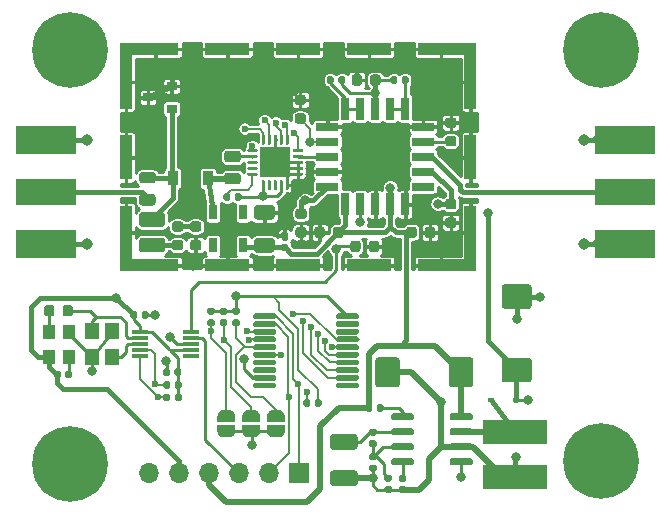
<source format=gbr>
%TF.GenerationSoftware,KiCad,Pcbnew,(5.1.6-0-10_14)*%
%TF.CreationDate,2021-02-23T09:24:48-06:00*%
%TF.ProjectId,MBFrontEnd,4d424672-6f6e-4744-956e-642e6b696361,rev?*%
%TF.SameCoordinates,Original*%
%TF.FileFunction,Copper,L1,Top*%
%TF.FilePolarity,Positive*%
%FSLAX46Y46*%
G04 Gerber Fmt 4.6, Leading zero omitted, Abs format (unit mm)*
G04 Created by KiCad (PCBNEW (5.1.6-0-10_14)) date 2021-02-23 09:24:48*
%MOMM*%
%LPD*%
G01*
G04 APERTURE LIST*
%TA.AperFunction,SMDPad,CuDef*%
%ADD10C,0.100000*%
%TD*%
%TA.AperFunction,SMDPad,CuDef*%
%ADD11R,1.000000X4.550000*%
%TD*%
%TA.AperFunction,SMDPad,CuDef*%
%ADD12R,1.000000X3.800000*%
%TD*%
%TA.AperFunction,SMDPad,CuDef*%
%ADD13R,3.980000X1.000000*%
%TD*%
%TA.AperFunction,SMDPad,CuDef*%
%ADD14R,3.800000X1.000000*%
%TD*%
%TA.AperFunction,SMDPad,CuDef*%
%ADD15R,1.000000X1.000000*%
%TD*%
%TA.AperFunction,SMDPad,CuDef*%
%ADD16R,0.762000X1.270000*%
%TD*%
%TA.AperFunction,SMDPad,CuDef*%
%ADD17R,0.600000X0.450000*%
%TD*%
%TA.AperFunction,ComponentPad*%
%ADD18C,6.400000*%
%TD*%
%TA.AperFunction,SMDPad,CuDef*%
%ADD19R,0.700000X1.925000*%
%TD*%
%TA.AperFunction,SMDPad,CuDef*%
%ADD20R,1.925000X0.700000*%
%TD*%
%TA.AperFunction,SMDPad,CuDef*%
%ADD21R,1.400000X0.300000*%
%TD*%
%TA.AperFunction,SMDPad,CuDef*%
%ADD22R,5.080000X2.290000*%
%TD*%
%TA.AperFunction,SMDPad,CuDef*%
%ADD23R,5.080000X2.420000*%
%TD*%
%TA.AperFunction,ViaPad*%
%ADD24C,0.970000*%
%TD*%
%TA.AperFunction,Conductor*%
%ADD25R,0.950000X0.460000*%
%TD*%
%TA.AperFunction,SMDPad,CuDef*%
%ADD26R,1.200000X1.400000*%
%TD*%
%TA.AperFunction,ComponentPad*%
%ADD27R,1.700000X1.700000*%
%TD*%
%TA.AperFunction,ComponentPad*%
%ADD28O,1.700000X1.700000*%
%TD*%
%TA.AperFunction,SMDPad,CuDef*%
%ADD29R,5.511800X2.159000*%
%TD*%
%TA.AperFunction,SMDPad,CuDef*%
%ADD30R,0.900000X0.800000*%
%TD*%
%TA.AperFunction,SMDPad,CuDef*%
%ADD31R,0.900000X1.300000*%
%TD*%
%TA.AperFunction,SMDPad,CuDef*%
%ADD32R,1.100000X1.300000*%
%TD*%
%TA.AperFunction,SMDPad,CuDef*%
%ADD33R,2.600000X2.600000*%
%TD*%
%TA.AperFunction,ViaPad*%
%ADD34C,0.800000*%
%TD*%
%TA.AperFunction,ViaPad*%
%ADD35C,0.600000*%
%TD*%
%TA.AperFunction,Conductor*%
%ADD36C,0.250000*%
%TD*%
%TA.AperFunction,Conductor*%
%ADD37C,0.500000*%
%TD*%
%TA.AperFunction,Conductor*%
%ADD38C,0.400000*%
%TD*%
%TA.AperFunction,Conductor*%
%ADD39C,0.200000*%
%TD*%
%TA.AperFunction,Conductor*%
%ADD40C,0.254000*%
%TD*%
G04 APERTURE END LIST*
%TA.AperFunction,SMDPad,CuDef*%
D10*
%TO.P,A2,2*%
%TO.N,GND*%
G36*
X73999398Y-142250000D02*
G01*
X73999398Y-142274534D01*
X73994588Y-142323365D01*
X73985016Y-142371490D01*
X73970772Y-142418445D01*
X73951995Y-142463778D01*
X73928864Y-142507051D01*
X73901604Y-142547850D01*
X73870476Y-142585779D01*
X73835779Y-142620476D01*
X73797850Y-142651604D01*
X73757051Y-142678864D01*
X73713778Y-142701995D01*
X73668445Y-142720772D01*
X73621490Y-142735016D01*
X73573365Y-142744588D01*
X73524534Y-142749398D01*
X73500000Y-142749398D01*
X73500000Y-142750000D01*
X73000000Y-142750000D01*
X73000000Y-142749398D01*
X72975466Y-142749398D01*
X72926635Y-142744588D01*
X72878510Y-142735016D01*
X72831555Y-142720772D01*
X72786222Y-142701995D01*
X72742949Y-142678864D01*
X72702150Y-142651604D01*
X72664221Y-142620476D01*
X72629524Y-142585779D01*
X72598396Y-142547850D01*
X72571136Y-142507051D01*
X72548005Y-142463778D01*
X72529228Y-142418445D01*
X72514984Y-142371490D01*
X72505412Y-142323365D01*
X72500602Y-142274534D01*
X72500602Y-142250000D01*
X72500000Y-142250000D01*
X72500000Y-141750000D01*
X74000000Y-141750000D01*
X74000000Y-142250000D01*
X73999398Y-142250000D01*
G37*
%TD.AperFunction*%
%TA.AperFunction,SMDPad,CuDef*%
%TO.P,A2,1*%
%TO.N,Net-(JP2-Pad1)*%
G36*
X72500000Y-141450000D02*
G01*
X72500000Y-140950000D01*
X72500602Y-140950000D01*
X72500602Y-140925466D01*
X72505412Y-140876635D01*
X72514984Y-140828510D01*
X72529228Y-140781555D01*
X72548005Y-140736222D01*
X72571136Y-140692949D01*
X72598396Y-140652150D01*
X72629524Y-140614221D01*
X72664221Y-140579524D01*
X72702150Y-140548396D01*
X72742949Y-140521136D01*
X72786222Y-140498005D01*
X72831555Y-140479228D01*
X72878510Y-140464984D01*
X72926635Y-140455412D01*
X72975466Y-140450602D01*
X73000000Y-140450602D01*
X73000000Y-140450000D01*
X73500000Y-140450000D01*
X73500000Y-140450602D01*
X73524534Y-140450602D01*
X73573365Y-140455412D01*
X73621490Y-140464984D01*
X73668445Y-140479228D01*
X73713778Y-140498005D01*
X73757051Y-140521136D01*
X73797850Y-140548396D01*
X73835779Y-140579524D01*
X73870476Y-140614221D01*
X73901604Y-140652150D01*
X73928864Y-140692949D01*
X73951995Y-140736222D01*
X73970772Y-140781555D01*
X73985016Y-140828510D01*
X73994588Y-140876635D01*
X73999398Y-140925466D01*
X73999398Y-140950000D01*
X74000000Y-140950000D01*
X74000000Y-141450000D01*
X72500000Y-141450000D01*
G37*
%TD.AperFunction*%
%TD*%
%TA.AperFunction,SMDPad,CuDef*%
%TO.P,A1,1*%
%TO.N,Net-(JP1-Pad1)*%
G36*
X74600000Y-141450000D02*
G01*
X74600000Y-140950000D01*
X74600602Y-140950000D01*
X74600602Y-140925466D01*
X74605412Y-140876635D01*
X74614984Y-140828510D01*
X74629228Y-140781555D01*
X74648005Y-140736222D01*
X74671136Y-140692949D01*
X74698396Y-140652150D01*
X74729524Y-140614221D01*
X74764221Y-140579524D01*
X74802150Y-140548396D01*
X74842949Y-140521136D01*
X74886222Y-140498005D01*
X74931555Y-140479228D01*
X74978510Y-140464984D01*
X75026635Y-140455412D01*
X75075466Y-140450602D01*
X75100000Y-140450602D01*
X75100000Y-140450000D01*
X75600000Y-140450000D01*
X75600000Y-140450602D01*
X75624534Y-140450602D01*
X75673365Y-140455412D01*
X75721490Y-140464984D01*
X75768445Y-140479228D01*
X75813778Y-140498005D01*
X75857051Y-140521136D01*
X75897850Y-140548396D01*
X75935779Y-140579524D01*
X75970476Y-140614221D01*
X76001604Y-140652150D01*
X76028864Y-140692949D01*
X76051995Y-140736222D01*
X76070772Y-140781555D01*
X76085016Y-140828510D01*
X76094588Y-140876635D01*
X76099398Y-140925466D01*
X76099398Y-140950000D01*
X76100000Y-140950000D01*
X76100000Y-141450000D01*
X74600000Y-141450000D01*
G37*
%TD.AperFunction*%
%TA.AperFunction,SMDPad,CuDef*%
%TO.P,A1,2*%
%TO.N,GND*%
G36*
X76099398Y-142250000D02*
G01*
X76099398Y-142274534D01*
X76094588Y-142323365D01*
X76085016Y-142371490D01*
X76070772Y-142418445D01*
X76051995Y-142463778D01*
X76028864Y-142507051D01*
X76001604Y-142547850D01*
X75970476Y-142585779D01*
X75935779Y-142620476D01*
X75897850Y-142651604D01*
X75857051Y-142678864D01*
X75813778Y-142701995D01*
X75768445Y-142720772D01*
X75721490Y-142735016D01*
X75673365Y-142744588D01*
X75624534Y-142749398D01*
X75600000Y-142749398D01*
X75600000Y-142750000D01*
X75100000Y-142750000D01*
X75100000Y-142749398D01*
X75075466Y-142749398D01*
X75026635Y-142744588D01*
X74978510Y-142735016D01*
X74931555Y-142720772D01*
X74886222Y-142701995D01*
X74842949Y-142678864D01*
X74802150Y-142651604D01*
X74764221Y-142620476D01*
X74729524Y-142585779D01*
X74698396Y-142547850D01*
X74671136Y-142507051D01*
X74648005Y-142463778D01*
X74629228Y-142418445D01*
X74614984Y-142371490D01*
X74605412Y-142323365D01*
X74600602Y-142274534D01*
X74600602Y-142250000D01*
X74600000Y-142250000D01*
X74600000Y-141750000D01*
X76100000Y-141750000D01*
X76100000Y-142250000D01*
X76099398Y-142250000D01*
G37*
%TD.AperFunction*%
%TD*%
%TA.AperFunction,SMDPad,CuDef*%
%TO.P,A0,2*%
%TO.N,GND*%
G36*
X78199398Y-142250000D02*
G01*
X78199398Y-142274534D01*
X78194588Y-142323365D01*
X78185016Y-142371490D01*
X78170772Y-142418445D01*
X78151995Y-142463778D01*
X78128864Y-142507051D01*
X78101604Y-142547850D01*
X78070476Y-142585779D01*
X78035779Y-142620476D01*
X77997850Y-142651604D01*
X77957051Y-142678864D01*
X77913778Y-142701995D01*
X77868445Y-142720772D01*
X77821490Y-142735016D01*
X77773365Y-142744588D01*
X77724534Y-142749398D01*
X77700000Y-142749398D01*
X77700000Y-142750000D01*
X77200000Y-142750000D01*
X77200000Y-142749398D01*
X77175466Y-142749398D01*
X77126635Y-142744588D01*
X77078510Y-142735016D01*
X77031555Y-142720772D01*
X76986222Y-142701995D01*
X76942949Y-142678864D01*
X76902150Y-142651604D01*
X76864221Y-142620476D01*
X76829524Y-142585779D01*
X76798396Y-142547850D01*
X76771136Y-142507051D01*
X76748005Y-142463778D01*
X76729228Y-142418445D01*
X76714984Y-142371490D01*
X76705412Y-142323365D01*
X76700602Y-142274534D01*
X76700602Y-142250000D01*
X76700000Y-142250000D01*
X76700000Y-141750000D01*
X78200000Y-141750000D01*
X78200000Y-142250000D01*
X78199398Y-142250000D01*
G37*
%TD.AperFunction*%
%TA.AperFunction,SMDPad,CuDef*%
%TO.P,A0,1*%
%TO.N,Net-(JP0-Pad1)*%
G36*
X76700000Y-141450000D02*
G01*
X76700000Y-140950000D01*
X76700602Y-140950000D01*
X76700602Y-140925466D01*
X76705412Y-140876635D01*
X76714984Y-140828510D01*
X76729228Y-140781555D01*
X76748005Y-140736222D01*
X76771136Y-140692949D01*
X76798396Y-140652150D01*
X76829524Y-140614221D01*
X76864221Y-140579524D01*
X76902150Y-140548396D01*
X76942949Y-140521136D01*
X76986222Y-140498005D01*
X77031555Y-140479228D01*
X77078510Y-140464984D01*
X77126635Y-140455412D01*
X77175466Y-140450602D01*
X77200000Y-140450602D01*
X77200000Y-140450000D01*
X77700000Y-140450000D01*
X77700000Y-140450602D01*
X77724534Y-140450602D01*
X77773365Y-140455412D01*
X77821490Y-140464984D01*
X77868445Y-140479228D01*
X77913778Y-140498005D01*
X77957051Y-140521136D01*
X77997850Y-140548396D01*
X78035779Y-140579524D01*
X78070476Y-140614221D01*
X78101604Y-140652150D01*
X78128864Y-140692949D01*
X78151995Y-140736222D01*
X78170772Y-140781555D01*
X78185016Y-140828510D01*
X78194588Y-140876635D01*
X78199398Y-140925466D01*
X78199398Y-140950000D01*
X78200000Y-140950000D01*
X78200000Y-141450000D01*
X76700000Y-141450000D01*
G37*
%TD.AperFunction*%
%TD*%
D11*
%TO.P,REF\u002A\u002A,1*%
%TO.N,GND*%
X93910000Y-125415000D03*
X64750000Y-125415000D03*
D12*
X93910000Y-119040000D03*
X64750000Y-119040000D03*
D11*
X93910000Y-112665000D03*
X64750000Y-112665000D03*
D13*
X91420000Y-128190000D03*
X91420000Y-109890000D03*
D14*
X85330000Y-128190000D03*
X85330000Y-109890000D03*
X79330000Y-128190000D03*
X79330000Y-109890000D03*
X73330000Y-128190000D03*
X73330000Y-109890000D03*
D13*
X67240000Y-128190000D03*
X67240000Y-109890000D03*
D15*
X64750000Y-128190000D03*
X93910000Y-128190000D03*
X93910000Y-109890000D03*
X64750000Y-109890000D03*
%TD*%
D16*
%TO.P,L2,P$4*%
%TO.N,N/C*%
X72120000Y-126497000D03*
%TO.P,L2,P$3*%
%TO.N,+5V*%
X74660000Y-126497000D03*
%TO.P,L2,P$2*%
%TO.N,N/C*%
X74660000Y-123703000D03*
%TO.P,L2,P$1*%
%TO.N,Net-(C3-Pad2)*%
X72120000Y-123703000D03*
%TD*%
D17*
%TO.P,D2,1*%
%TO.N,Net-(D2-Pad1)*%
X95700000Y-139600000D03*
%TO.P,D2,2*%
%TO.N,-5V*%
X97800000Y-139600000D03*
%TD*%
D18*
%TO.P,REF\u002A\u002A,1*%
%TO.N,GND*%
X60000000Y-110000000D03*
%TD*%
%TO.P,REF\u002A\u002A,1*%
%TO.N,GND*%
X105000000Y-110000000D03*
%TD*%
%TO.P,REF\u002A\u002A,1*%
%TO.N,GND*%
X60000000Y-145000000D03*
%TD*%
%TO.P,REF\u002A\u002A,1*%
%TO.N,GND*%
X105000000Y-144780000D03*
%TD*%
%TO.P,R8,1*%
%TO.N,Net-(C16-Pad1)*%
%TA.AperFunction,SMDPad,CuDef*%
G36*
G01*
X85497500Y-144110000D02*
X85842500Y-144110000D01*
G75*
G02*
X85990000Y-144257500I0J-147500D01*
G01*
X85990000Y-144552500D01*
G75*
G02*
X85842500Y-144700000I-147500J0D01*
G01*
X85497500Y-144700000D01*
G75*
G02*
X85350000Y-144552500I0J147500D01*
G01*
X85350000Y-144257500D01*
G75*
G02*
X85497500Y-144110000I147500J0D01*
G01*
G37*
%TD.AperFunction*%
%TO.P,R8,2*%
%TO.N,GND*%
%TA.AperFunction,SMDPad,CuDef*%
G36*
G01*
X85497500Y-145080000D02*
X85842500Y-145080000D01*
G75*
G02*
X85990000Y-145227500I0J-147500D01*
G01*
X85990000Y-145522500D01*
G75*
G02*
X85842500Y-145670000I-147500J0D01*
G01*
X85497500Y-145670000D01*
G75*
G02*
X85350000Y-145522500I0J147500D01*
G01*
X85350000Y-145227500D01*
G75*
G02*
X85497500Y-145080000I147500J0D01*
G01*
G37*
%TD.AperFunction*%
%TD*%
%TO.P,R7,2*%
%TO.N,Net-(C17-Pad1)*%
%TA.AperFunction,SMDPad,CuDef*%
G36*
G01*
X85832500Y-142610000D02*
X85487500Y-142610000D01*
G75*
G02*
X85340000Y-142462500I0J147500D01*
G01*
X85340000Y-142167500D01*
G75*
G02*
X85487500Y-142020000I147500J0D01*
G01*
X85832500Y-142020000D01*
G75*
G02*
X85980000Y-142167500I0J-147500D01*
G01*
X85980000Y-142462500D01*
G75*
G02*
X85832500Y-142610000I-147500J0D01*
G01*
G37*
%TD.AperFunction*%
%TO.P,R7,1*%
%TO.N,Net-(C16-Pad1)*%
%TA.AperFunction,SMDPad,CuDef*%
G36*
G01*
X85832500Y-143580000D02*
X85487500Y-143580000D01*
G75*
G02*
X85340000Y-143432500I0J147500D01*
G01*
X85340000Y-143137500D01*
G75*
G02*
X85487500Y-142990000I147500J0D01*
G01*
X85832500Y-142990000D01*
G75*
G02*
X85980000Y-143137500I0J-147500D01*
G01*
X85980000Y-143432500D01*
G75*
G02*
X85832500Y-143580000I-147500J0D01*
G01*
G37*
%TD.AperFunction*%
%TD*%
%TO.P,R6,1*%
%TO.N,+5V*%
%TA.AperFunction,SMDPad,CuDef*%
G36*
G01*
X85020000Y-140432500D02*
X85020000Y-140087500D01*
G75*
G02*
X85167500Y-139940000I147500J0D01*
G01*
X85462500Y-139940000D01*
G75*
G02*
X85610000Y-140087500I0J-147500D01*
G01*
X85610000Y-140432500D01*
G75*
G02*
X85462500Y-140580000I-147500J0D01*
G01*
X85167500Y-140580000D01*
G75*
G02*
X85020000Y-140432500I0J147500D01*
G01*
G37*
%TD.AperFunction*%
%TO.P,R6,2*%
%TO.N,Net-(R6-Pad2)*%
%TA.AperFunction,SMDPad,CuDef*%
G36*
G01*
X85990000Y-140432500D02*
X85990000Y-140087500D01*
G75*
G02*
X86137500Y-139940000I147500J0D01*
G01*
X86432500Y-139940000D01*
G75*
G02*
X86580000Y-140087500I0J-147500D01*
G01*
X86580000Y-140432500D01*
G75*
G02*
X86432500Y-140580000I-147500J0D01*
G01*
X86137500Y-140580000D01*
G75*
G02*
X85990000Y-140432500I0J147500D01*
G01*
G37*
%TD.AperFunction*%
%TD*%
D19*
%TO.P,U3,1*%
%TO.N,+5V*%
X85860000Y-114927500D03*
%TO.P,U3,2*%
%TO.N,Net-(C8-Pad2)*%
X84590000Y-114927500D03*
%TO.P,U3,3*%
X83320000Y-114927500D03*
%TO.P,U3,20*%
%TO.N,Net-(C9-Pad1)*%
X87130000Y-114927500D03*
%TO.P,U3,19*%
X88400000Y-114927500D03*
D20*
%TO.P,U3,4*%
%TO.N,GND*%
X81807500Y-116440000D03*
%TO.P,U3,5*%
%TO.N,-5V*%
X81807500Y-117710000D03*
%TO.P,U3,6*%
%TO.N,Net-(U2-Pad14)*%
X81807500Y-118980000D03*
%TO.P,U3,7*%
%TO.N,GND*%
X81807500Y-120250000D03*
%TO.P,U3,8*%
%TO.N,-5V*%
X81807500Y-121520000D03*
D19*
%TO.P,U3,9*%
%TO.N,+5V*%
X83320000Y-123032500D03*
%TO.P,U3,10*%
%TO.N,Net-(R3-Pad1)*%
X84590000Y-123032500D03*
%TO.P,U3,11*%
%TO.N,GND*%
X85860000Y-123032500D03*
%TO.P,U3,12*%
%TO.N,+5V*%
X87130000Y-123032500D03*
%TO.P,U3,13*%
%TO.N,GND*%
X88400000Y-123032500D03*
D20*
%TO.P,U3,14*%
%TO.N,Net-(U3-Pad14)*%
X89912500Y-121520000D03*
%TO.P,U3,15*%
%TO.N,-5V*%
X89912500Y-120250000D03*
%TO.P,U3,16*%
%TO.N,Net-(J2-Pad1)*%
X89912500Y-118980000D03*
%TO.P,U3,17*%
%TO.N,Net-(R2-Pad1)*%
X89912500Y-117710000D03*
%TO.P,U3,18*%
%TO.N,GND*%
X89912500Y-116440000D03*
%TD*%
D21*
%TO.P,U4,1*%
%TO.N,+3V3*%
X65900000Y-133840000D03*
%TO.P,U4,2*%
%TO.N,Net-(C21-Pad2)*%
X65900000Y-134340000D03*
%TO.P,U4,3*%
%TO.N,Net-(U4-Pad3)*%
X65900000Y-134840000D03*
%TO.P,U4,4*%
%TO.N,Net-(J3-Pad1)*%
X65900000Y-135340000D03*
%TO.P,U4,5*%
%TO.N,Net-(J3-Pad2)*%
X65900000Y-135840000D03*
%TO.P,U4,6*%
%TO.N,Net-(U4-Pad6)*%
X70300000Y-135840000D03*
%TO.P,U4,7*%
%TO.N,+3V3*%
X70300000Y-135340000D03*
%TO.P,U4,8*%
%TO.N,GND*%
X70300000Y-134840000D03*
%TO.P,U4,9*%
%TO.N,Net-(J3-Pad3)*%
X70300000Y-134340000D03*
%TO.P,U4,10*%
%TO.N,Net-(R3-Pad1)*%
X70300000Y-133840000D03*
%TD*%
%TO.P,C8,1*%
%TO.N,+5V*%
%TA.AperFunction,SMDPad,CuDef*%
G36*
G01*
X83320000Y-112327500D02*
X83320000Y-112672500D01*
G75*
G02*
X83172500Y-112820000I-147500J0D01*
G01*
X82877500Y-112820000D01*
G75*
G02*
X82730000Y-112672500I0J147500D01*
G01*
X82730000Y-112327500D01*
G75*
G02*
X82877500Y-112180000I147500J0D01*
G01*
X83172500Y-112180000D01*
G75*
G02*
X83320000Y-112327500I0J-147500D01*
G01*
G37*
%TD.AperFunction*%
%TO.P,C8,2*%
%TO.N,Net-(C8-Pad2)*%
%TA.AperFunction,SMDPad,CuDef*%
G36*
G01*
X82350000Y-112327500D02*
X82350000Y-112672500D01*
G75*
G02*
X82202500Y-112820000I-147500J0D01*
G01*
X81907500Y-112820000D01*
G75*
G02*
X81760000Y-112672500I0J147500D01*
G01*
X81760000Y-112327500D01*
G75*
G02*
X81907500Y-112180000I147500J0D01*
G01*
X82202500Y-112180000D01*
G75*
G02*
X82350000Y-112327500I0J-147500D01*
G01*
G37*
%TD.AperFunction*%
%TD*%
%TO.P,C9,1*%
%TO.N,Net-(C9-Pad1)*%
%TA.AperFunction,SMDPad,CuDef*%
G36*
G01*
X88680000Y-112327500D02*
X88680000Y-112672500D01*
G75*
G02*
X88532500Y-112820000I-147500J0D01*
G01*
X88237500Y-112820000D01*
G75*
G02*
X88090000Y-112672500I0J147500D01*
G01*
X88090000Y-112327500D01*
G75*
G02*
X88237500Y-112180000I147500J0D01*
G01*
X88532500Y-112180000D01*
G75*
G02*
X88680000Y-112327500I0J-147500D01*
G01*
G37*
%TD.AperFunction*%
%TO.P,C9,2*%
%TO.N,+5V*%
%TA.AperFunction,SMDPad,CuDef*%
G36*
G01*
X87710000Y-112327500D02*
X87710000Y-112672500D01*
G75*
G02*
X87562500Y-112820000I-147500J0D01*
G01*
X87267500Y-112820000D01*
G75*
G02*
X87120000Y-112672500I0J147500D01*
G01*
X87120000Y-112327500D01*
G75*
G02*
X87267500Y-112180000I147500J0D01*
G01*
X87562500Y-112180000D01*
G75*
G02*
X87710000Y-112327500I0J-147500D01*
G01*
G37*
%TD.AperFunction*%
%TD*%
D22*
%TO.P,J1,1*%
%TO.N,Net-(C1-Pad2)*%
X57980000Y-122000000D03*
D23*
%TO.P,J1,2*%
%TO.N,GND*%
X57980000Y-117620000D03*
X57980000Y-126380000D03*
D24*
%TD*%
%TO.N,GND*%
%TO.C,J1*%
X61420000Y-117620000D03*
%TO.N,GND*%
%TO.C,J1*%
X61420000Y-126380000D03*
D25*
X60970000Y-117620000D03*
X60970000Y-126380000D03*
%TD*%
%TO.N,GND*%
%TO.C,J2*%
X103980000Y-117620000D03*
X103980000Y-126380000D03*
D24*
X103530000Y-117620000D03*
X103530000Y-126380000D03*
D23*
%TD*%
%TO.P,J2,2*%
%TO.N,GND*%
X106970000Y-117620000D03*
%TO.P,J2,2*%
%TO.N,GND*%
X106970000Y-126380000D03*
D22*
%TO.P,J2,1*%
%TO.N,Net-(J2-Pad1)*%
X106970000Y-122000000D03*
%TD*%
%TO.P,U6,1*%
%TO.N,Net-(R6-Pad2)*%
%TA.AperFunction,SMDPad,CuDef*%
G36*
G01*
X87200000Y-141175000D02*
X87200000Y-140875000D01*
G75*
G02*
X87350000Y-140725000I150000J0D01*
G01*
X89000000Y-140725000D01*
G75*
G02*
X89150000Y-140875000I0J-150000D01*
G01*
X89150000Y-141175000D01*
G75*
G02*
X89000000Y-141325000I-150000J0D01*
G01*
X87350000Y-141325000D01*
G75*
G02*
X87200000Y-141175000I0J150000D01*
G01*
G37*
%TD.AperFunction*%
%TO.P,U6,2*%
%TO.N,Net-(C17-Pad1)*%
%TA.AperFunction,SMDPad,CuDef*%
G36*
G01*
X87200000Y-142445000D02*
X87200000Y-142145000D01*
G75*
G02*
X87350000Y-141995000I150000J0D01*
G01*
X89000000Y-141995000D01*
G75*
G02*
X89150000Y-142145000I0J-150000D01*
G01*
X89150000Y-142445000D01*
G75*
G02*
X89000000Y-142595000I-150000J0D01*
G01*
X87350000Y-142595000D01*
G75*
G02*
X87200000Y-142445000I0J150000D01*
G01*
G37*
%TD.AperFunction*%
%TO.P,U6,3*%
%TO.N,Net-(C16-Pad1)*%
%TA.AperFunction,SMDPad,CuDef*%
G36*
G01*
X87200000Y-143715000D02*
X87200000Y-143415000D01*
G75*
G02*
X87350000Y-143265000I150000J0D01*
G01*
X89000000Y-143265000D01*
G75*
G02*
X89150000Y-143415000I0J-150000D01*
G01*
X89150000Y-143715000D01*
G75*
G02*
X89000000Y-143865000I-150000J0D01*
G01*
X87350000Y-143865000D01*
G75*
G02*
X87200000Y-143715000I0J150000D01*
G01*
G37*
%TD.AperFunction*%
%TO.P,U6,4*%
%TO.N,Net-(C18-Pad1)*%
%TA.AperFunction,SMDPad,CuDef*%
G36*
G01*
X87200000Y-144985000D02*
X87200000Y-144685000D01*
G75*
G02*
X87350000Y-144535000I150000J0D01*
G01*
X89000000Y-144535000D01*
G75*
G02*
X89150000Y-144685000I0J-150000D01*
G01*
X89150000Y-144985000D01*
G75*
G02*
X89000000Y-145135000I-150000J0D01*
G01*
X87350000Y-145135000D01*
G75*
G02*
X87200000Y-144985000I0J150000D01*
G01*
G37*
%TD.AperFunction*%
%TO.P,U6,5*%
%TO.N,-5V*%
%TA.AperFunction,SMDPad,CuDef*%
G36*
G01*
X92150000Y-144985000D02*
X92150000Y-144685000D01*
G75*
G02*
X92300000Y-144535000I150000J0D01*
G01*
X93950000Y-144535000D01*
G75*
G02*
X94100000Y-144685000I0J-150000D01*
G01*
X94100000Y-144985000D01*
G75*
G02*
X93950000Y-145135000I-150000J0D01*
G01*
X92300000Y-145135000D01*
G75*
G02*
X92150000Y-144985000I0J150000D01*
G01*
G37*
%TD.AperFunction*%
%TO.P,U6,6*%
%TO.N,GND*%
%TA.AperFunction,SMDPad,CuDef*%
G36*
G01*
X92150000Y-143715000D02*
X92150000Y-143415000D01*
G75*
G02*
X92300000Y-143265000I150000J0D01*
G01*
X93950000Y-143265000D01*
G75*
G02*
X94100000Y-143415000I0J-150000D01*
G01*
X94100000Y-143715000D01*
G75*
G02*
X93950000Y-143865000I-150000J0D01*
G01*
X92300000Y-143865000D01*
G75*
G02*
X92150000Y-143715000I0J150000D01*
G01*
G37*
%TD.AperFunction*%
%TO.P,U6,7*%
%TO.N,Net-(D2-Pad1)*%
%TA.AperFunction,SMDPad,CuDef*%
G36*
G01*
X92150000Y-142445000D02*
X92150000Y-142145000D01*
G75*
G02*
X92300000Y-141995000I150000J0D01*
G01*
X93950000Y-141995000D01*
G75*
G02*
X94100000Y-142145000I0J-150000D01*
G01*
X94100000Y-142445000D01*
G75*
G02*
X93950000Y-142595000I-150000J0D01*
G01*
X92300000Y-142595000D01*
G75*
G02*
X92150000Y-142445000I0J150000D01*
G01*
G37*
%TD.AperFunction*%
%TO.P,U6,8*%
%TO.N,+5V*%
%TA.AperFunction,SMDPad,CuDef*%
G36*
G01*
X92150000Y-141175000D02*
X92150000Y-140875000D01*
G75*
G02*
X92300000Y-140725000I150000J0D01*
G01*
X93950000Y-140725000D01*
G75*
G02*
X94100000Y-140875000I0J-150000D01*
G01*
X94100000Y-141175000D01*
G75*
G02*
X93950000Y-141325000I-150000J0D01*
G01*
X92300000Y-141325000D01*
G75*
G02*
X92150000Y-141175000I0J150000D01*
G01*
G37*
%TD.AperFunction*%
%TD*%
%TO.P,C14,2*%
%TO.N,GND*%
%TA.AperFunction,SMDPad,CuDef*%
G36*
G01*
X66080000Y-132562500D02*
X66080000Y-132217500D01*
G75*
G02*
X66227500Y-132070000I147500J0D01*
G01*
X66522500Y-132070000D01*
G75*
G02*
X66670000Y-132217500I0J-147500D01*
G01*
X66670000Y-132562500D01*
G75*
G02*
X66522500Y-132710000I-147500J0D01*
G01*
X66227500Y-132710000D01*
G75*
G02*
X66080000Y-132562500I0J147500D01*
G01*
G37*
%TD.AperFunction*%
%TO.P,C14,1*%
%TO.N,+3V3*%
%TA.AperFunction,SMDPad,CuDef*%
G36*
G01*
X65110000Y-132562500D02*
X65110000Y-132217500D01*
G75*
G02*
X65257500Y-132070000I147500J0D01*
G01*
X65552500Y-132070000D01*
G75*
G02*
X65700000Y-132217500I0J-147500D01*
G01*
X65700000Y-132562500D01*
G75*
G02*
X65552500Y-132710000I-147500J0D01*
G01*
X65257500Y-132710000D01*
G75*
G02*
X65110000Y-132562500I0J147500D01*
G01*
G37*
%TD.AperFunction*%
%TD*%
%TO.P,C15,1*%
%TO.N,GND*%
%TA.AperFunction,SMDPad,CuDef*%
G36*
G01*
X67890000Y-137412500D02*
X67890000Y-137067500D01*
G75*
G02*
X68037500Y-136920000I147500J0D01*
G01*
X68332500Y-136920000D01*
G75*
G02*
X68480000Y-137067500I0J-147500D01*
G01*
X68480000Y-137412500D01*
G75*
G02*
X68332500Y-137560000I-147500J0D01*
G01*
X68037500Y-137560000D01*
G75*
G02*
X67890000Y-137412500I0J147500D01*
G01*
G37*
%TD.AperFunction*%
%TO.P,C15,2*%
%TO.N,+3V3*%
%TA.AperFunction,SMDPad,CuDef*%
G36*
G01*
X68860000Y-137412500D02*
X68860000Y-137067500D01*
G75*
G02*
X69007500Y-136920000I147500J0D01*
G01*
X69302500Y-136920000D01*
G75*
G02*
X69450000Y-137067500I0J-147500D01*
G01*
X69450000Y-137412500D01*
G75*
G02*
X69302500Y-137560000I-147500J0D01*
G01*
X69007500Y-137560000D01*
G75*
G02*
X68860000Y-137412500I0J147500D01*
G01*
G37*
%TD.AperFunction*%
%TD*%
%TO.P,C17,1*%
%TO.N,Net-(C17-Pad1)*%
%TA.AperFunction,SMDPad,CuDef*%
G36*
G01*
X82274999Y-142480000D02*
X84125001Y-142480000D01*
G75*
G02*
X84375000Y-142729999I0J-249999D01*
G01*
X84375000Y-143555001D01*
G75*
G02*
X84125001Y-143805000I-249999J0D01*
G01*
X82274999Y-143805000D01*
G75*
G02*
X82025000Y-143555001I0J249999D01*
G01*
X82025000Y-142729999D01*
G75*
G02*
X82274999Y-142480000I249999J0D01*
G01*
G37*
%TD.AperFunction*%
%TO.P,C17,2*%
%TO.N,GND*%
%TA.AperFunction,SMDPad,CuDef*%
G36*
G01*
X82274999Y-145555000D02*
X84125001Y-145555000D01*
G75*
G02*
X84375000Y-145804999I0J-249999D01*
G01*
X84375000Y-146630001D01*
G75*
G02*
X84125001Y-146880000I-249999J0D01*
G01*
X82274999Y-146880000D01*
G75*
G02*
X82025000Y-146630001I0J249999D01*
G01*
X82025000Y-145804999D01*
G75*
G02*
X82274999Y-145555000I249999J0D01*
G01*
G37*
%TD.AperFunction*%
%TD*%
%TO.P,R4,2*%
%TO.N,+3V3*%
%TA.AperFunction,SMDPad,CuDef*%
G36*
G01*
X68870000Y-138492500D02*
X68870000Y-138147500D01*
G75*
G02*
X69017500Y-138000000I147500J0D01*
G01*
X69312500Y-138000000D01*
G75*
G02*
X69460000Y-138147500I0J-147500D01*
G01*
X69460000Y-138492500D01*
G75*
G02*
X69312500Y-138640000I-147500J0D01*
G01*
X69017500Y-138640000D01*
G75*
G02*
X68870000Y-138492500I0J147500D01*
G01*
G37*
%TD.AperFunction*%
%TO.P,R4,1*%
%TO.N,Net-(J3-Pad1)*%
%TA.AperFunction,SMDPad,CuDef*%
G36*
G01*
X67900000Y-138492500D02*
X67900000Y-138147500D01*
G75*
G02*
X68047500Y-138000000I147500J0D01*
G01*
X68342500Y-138000000D01*
G75*
G02*
X68490000Y-138147500I0J-147500D01*
G01*
X68490000Y-138492500D01*
G75*
G02*
X68342500Y-138640000I-147500J0D01*
G01*
X68047500Y-138640000D01*
G75*
G02*
X67900000Y-138492500I0J147500D01*
G01*
G37*
%TD.AperFunction*%
%TD*%
%TO.P,R5,1*%
%TO.N,Net-(J3-Pad2)*%
%TA.AperFunction,SMDPad,CuDef*%
G36*
G01*
X67900000Y-139552500D02*
X67900000Y-139207500D01*
G75*
G02*
X68047500Y-139060000I147500J0D01*
G01*
X68342500Y-139060000D01*
G75*
G02*
X68490000Y-139207500I0J-147500D01*
G01*
X68490000Y-139552500D01*
G75*
G02*
X68342500Y-139700000I-147500J0D01*
G01*
X68047500Y-139700000D01*
G75*
G02*
X67900000Y-139552500I0J147500D01*
G01*
G37*
%TD.AperFunction*%
%TO.P,R5,2*%
%TO.N,+3V3*%
%TA.AperFunction,SMDPad,CuDef*%
G36*
G01*
X68870000Y-139552500D02*
X68870000Y-139207500D01*
G75*
G02*
X69017500Y-139060000I147500J0D01*
G01*
X69312500Y-139060000D01*
G75*
G02*
X69460000Y-139207500I0J-147500D01*
G01*
X69460000Y-139552500D01*
G75*
G02*
X69312500Y-139700000I-147500J0D01*
G01*
X69017500Y-139700000D01*
G75*
G02*
X68870000Y-139552500I0J147500D01*
G01*
G37*
%TD.AperFunction*%
%TD*%
D26*
%TO.P,Y1,1*%
%TO.N,Net-(C21-Pad2)*%
X61870000Y-133740000D03*
%TO.P,Y1,2*%
%TO.N,GND*%
X61870000Y-135940000D03*
%TO.P,Y1,3*%
%TO.N,Net-(U4-Pad3)*%
X63570000Y-135940000D03*
%TO.P,Y1,4*%
%TO.N,GND*%
X63570000Y-133740000D03*
%TD*%
D27*
%TO.P,J3,1*%
%TO.N,Net-(J3-Pad1)*%
X79390000Y-145800000D03*
D28*
%TO.P,J3,2*%
%TO.N,Net-(J3-Pad2)*%
X76850000Y-145800000D03*
%TO.P,J3,3*%
%TO.N,Net-(J3-Pad3)*%
X74310000Y-145800000D03*
%TO.P,J3,4*%
%TO.N,+5V*%
X71770000Y-145800000D03*
%TO.P,J3,5*%
%TO.N,+3V3*%
X69230000Y-145800000D03*
%TO.P,J3,6*%
%TO.N,GND*%
X66690000Y-145800000D03*
%TD*%
%TO.P,R3,1*%
%TO.N,Net-(R3-Pad1)*%
%TA.AperFunction,SMDPad,CuDef*%
G36*
G01*
X83735000Y-126846250D02*
X83735000Y-126333750D01*
G75*
G02*
X83953750Y-126115000I218750J0D01*
G01*
X84391250Y-126115000D01*
G75*
G02*
X84610000Y-126333750I0J-218750D01*
G01*
X84610000Y-126846250D01*
G75*
G02*
X84391250Y-127065000I-218750J0D01*
G01*
X83953750Y-127065000D01*
G75*
G02*
X83735000Y-126846250I0J218750D01*
G01*
G37*
%TD.AperFunction*%
%TO.P,R3,2*%
%TO.N,GND*%
%TA.AperFunction,SMDPad,CuDef*%
G36*
G01*
X85310000Y-126846250D02*
X85310000Y-126333750D01*
G75*
G02*
X85528750Y-126115000I218750J0D01*
G01*
X85966250Y-126115000D01*
G75*
G02*
X86185000Y-126333750I0J-218750D01*
G01*
X86185000Y-126846250D01*
G75*
G02*
X85966250Y-127065000I-218750J0D01*
G01*
X85528750Y-127065000D01*
G75*
G02*
X85310000Y-126846250I0J218750D01*
G01*
G37*
%TD.AperFunction*%
%TD*%
%TO.P,R2,1*%
%TO.N,Net-(R2-Pad1)*%
%TA.AperFunction,SMDPad,CuDef*%
G36*
G01*
X92516250Y-118125000D02*
X92003750Y-118125000D01*
G75*
G02*
X91785000Y-117906250I0J218750D01*
G01*
X91785000Y-117468750D01*
G75*
G02*
X92003750Y-117250000I218750J0D01*
G01*
X92516250Y-117250000D01*
G75*
G02*
X92735000Y-117468750I0J-218750D01*
G01*
X92735000Y-117906250D01*
G75*
G02*
X92516250Y-118125000I-218750J0D01*
G01*
G37*
%TD.AperFunction*%
%TO.P,R2,2*%
%TO.N,GND*%
%TA.AperFunction,SMDPad,CuDef*%
G36*
G01*
X92516250Y-116550000D02*
X92003750Y-116550000D01*
G75*
G02*
X91785000Y-116331250I0J218750D01*
G01*
X91785000Y-115893750D01*
G75*
G02*
X92003750Y-115675000I218750J0D01*
G01*
X92516250Y-115675000D01*
G75*
G02*
X92735000Y-115893750I0J-218750D01*
G01*
X92735000Y-116331250D01*
G75*
G02*
X92516250Y-116550000I-218750J0D01*
G01*
G37*
%TD.AperFunction*%
%TD*%
%TO.P,C18,1*%
%TO.N,Net-(C18-Pad1)*%
%TA.AperFunction,SMDPad,CuDef*%
G36*
G01*
X87997500Y-145920000D02*
X88342500Y-145920000D01*
G75*
G02*
X88490000Y-146067500I0J-147500D01*
G01*
X88490000Y-146362500D01*
G75*
G02*
X88342500Y-146510000I-147500J0D01*
G01*
X87997500Y-146510000D01*
G75*
G02*
X87850000Y-146362500I0J147500D01*
G01*
X87850000Y-146067500D01*
G75*
G02*
X87997500Y-145920000I147500J0D01*
G01*
G37*
%TD.AperFunction*%
%TO.P,C18,2*%
%TO.N,GND*%
%TA.AperFunction,SMDPad,CuDef*%
G36*
G01*
X87997500Y-146890000D02*
X88342500Y-146890000D01*
G75*
G02*
X88490000Y-147037500I0J-147500D01*
G01*
X88490000Y-147332500D01*
G75*
G02*
X88342500Y-147480000I-147500J0D01*
G01*
X87997500Y-147480000D01*
G75*
G02*
X87850000Y-147332500I0J147500D01*
G01*
X87850000Y-147037500D01*
G75*
G02*
X87997500Y-146890000I147500J0D01*
G01*
G37*
%TD.AperFunction*%
%TD*%
%TO.P,C16,1*%
%TO.N,Net-(C16-Pad1)*%
%TA.AperFunction,SMDPad,CuDef*%
G36*
G01*
X86787500Y-145920000D02*
X87132500Y-145920000D01*
G75*
G02*
X87280000Y-146067500I0J-147500D01*
G01*
X87280000Y-146362500D01*
G75*
G02*
X87132500Y-146510000I-147500J0D01*
G01*
X86787500Y-146510000D01*
G75*
G02*
X86640000Y-146362500I0J147500D01*
G01*
X86640000Y-146067500D01*
G75*
G02*
X86787500Y-145920000I147500J0D01*
G01*
G37*
%TD.AperFunction*%
%TO.P,C16,2*%
%TO.N,GND*%
%TA.AperFunction,SMDPad,CuDef*%
G36*
G01*
X86787500Y-146890000D02*
X87132500Y-146890000D01*
G75*
G02*
X87280000Y-147037500I0J-147500D01*
G01*
X87280000Y-147332500D01*
G75*
G02*
X87132500Y-147480000I-147500J0D01*
G01*
X86787500Y-147480000D01*
G75*
G02*
X86640000Y-147332500I0J147500D01*
G01*
X86640000Y-147037500D01*
G75*
G02*
X86787500Y-146890000I147500J0D01*
G01*
G37*
%TD.AperFunction*%
%TD*%
%TO.P,C19,1*%
%TO.N,+5V*%
%TA.AperFunction,SMDPad,CuDef*%
G36*
G01*
X94160000Y-136225000D02*
X94160000Y-138275000D01*
G75*
G02*
X93910000Y-138525000I-250000J0D01*
G01*
X92335000Y-138525000D01*
G75*
G02*
X92085000Y-138275000I0J250000D01*
G01*
X92085000Y-136225000D01*
G75*
G02*
X92335000Y-135975000I250000J0D01*
G01*
X93910000Y-135975000D01*
G75*
G02*
X94160000Y-136225000I0J-250000D01*
G01*
G37*
%TD.AperFunction*%
%TO.P,C19,2*%
%TO.N,GND*%
%TA.AperFunction,SMDPad,CuDef*%
G36*
G01*
X87935000Y-136225000D02*
X87935000Y-138275000D01*
G75*
G02*
X87685000Y-138525000I-250000J0D01*
G01*
X86110000Y-138525000D01*
G75*
G02*
X85860000Y-138275000I0J250000D01*
G01*
X85860000Y-136225000D01*
G75*
G02*
X86110000Y-135975000I250000J0D01*
G01*
X87685000Y-135975000D01*
G75*
G02*
X87935000Y-136225000I0J-250000D01*
G01*
G37*
%TD.AperFunction*%
%TD*%
%TO.P,C20,2*%
%TO.N,-5V*%
%TA.AperFunction,SMDPad,CuDef*%
G36*
G01*
X96805000Y-136025000D02*
X98855000Y-136025000D01*
G75*
G02*
X99105000Y-136275000I0J-250000D01*
G01*
X99105000Y-137850000D01*
G75*
G02*
X98855000Y-138100000I-250000J0D01*
G01*
X96805000Y-138100000D01*
G75*
G02*
X96555000Y-137850000I0J250000D01*
G01*
X96555000Y-136275000D01*
G75*
G02*
X96805000Y-136025000I250000J0D01*
G01*
G37*
%TD.AperFunction*%
%TO.P,C20,1*%
%TO.N,GND*%
%TA.AperFunction,SMDPad,CuDef*%
G36*
G01*
X96805000Y-129800000D02*
X98855000Y-129800000D01*
G75*
G02*
X99105000Y-130050000I0J-250000D01*
G01*
X99105000Y-131625000D01*
G75*
G02*
X98855000Y-131875000I-250000J0D01*
G01*
X96805000Y-131875000D01*
G75*
G02*
X96555000Y-131625000I0J250000D01*
G01*
X96555000Y-130050000D01*
G75*
G02*
X96805000Y-129800000I250000J0D01*
G01*
G37*
%TD.AperFunction*%
%TD*%
D29*
%TO.P,L3,1*%
%TO.N,Net-(D2-Pad1)*%
X97730000Y-142265000D03*
%TO.P,L3,2*%
%TO.N,GND*%
X97730000Y-146115000D03*
%TD*%
%TO.P,C12,1*%
%TO.N,+5V*%
%TA.AperFunction,SMDPad,CuDef*%
G36*
G01*
X88485000Y-125656250D02*
X88485000Y-125143750D01*
G75*
G02*
X88703750Y-124925000I218750J0D01*
G01*
X89141250Y-124925000D01*
G75*
G02*
X89360000Y-125143750I0J-218750D01*
G01*
X89360000Y-125656250D01*
G75*
G02*
X89141250Y-125875000I-218750J0D01*
G01*
X88703750Y-125875000D01*
G75*
G02*
X88485000Y-125656250I0J218750D01*
G01*
G37*
%TD.AperFunction*%
%TO.P,C12,2*%
%TO.N,GND*%
%TA.AperFunction,SMDPad,CuDef*%
G36*
G01*
X90060000Y-125656250D02*
X90060000Y-125143750D01*
G75*
G02*
X90278750Y-124925000I218750J0D01*
G01*
X90716250Y-124925000D01*
G75*
G02*
X90935000Y-125143750I0J-218750D01*
G01*
X90935000Y-125656250D01*
G75*
G02*
X90716250Y-125875000I-218750J0D01*
G01*
X90278750Y-125875000D01*
G75*
G02*
X90060000Y-125656250I0J218750D01*
G01*
G37*
%TD.AperFunction*%
%TD*%
%TO.P,C11,1*%
%TO.N,+5V*%
%TA.AperFunction,SMDPad,CuDef*%
G36*
G01*
X83165000Y-125143750D02*
X83165000Y-125656250D01*
G75*
G02*
X82946250Y-125875000I-218750J0D01*
G01*
X82508750Y-125875000D01*
G75*
G02*
X82290000Y-125656250I0J218750D01*
G01*
X82290000Y-125143750D01*
G75*
G02*
X82508750Y-124925000I218750J0D01*
G01*
X82946250Y-124925000D01*
G75*
G02*
X83165000Y-125143750I0J-218750D01*
G01*
G37*
%TD.AperFunction*%
%TO.P,C11,2*%
%TO.N,GND*%
%TA.AperFunction,SMDPad,CuDef*%
G36*
G01*
X81590000Y-125143750D02*
X81590000Y-125656250D01*
G75*
G02*
X81371250Y-125875000I-218750J0D01*
G01*
X80933750Y-125875000D01*
G75*
G02*
X80715000Y-125656250I0J218750D01*
G01*
X80715000Y-125143750D01*
G75*
G02*
X80933750Y-124925000I218750J0D01*
G01*
X81371250Y-124925000D01*
G75*
G02*
X81590000Y-125143750I0J-218750D01*
G01*
G37*
%TD.AperFunction*%
%TD*%
%TO.P,C10,1*%
%TO.N,GND*%
%TA.AperFunction,SMDPad,CuDef*%
G36*
G01*
X83855000Y-112756250D02*
X83855000Y-112243750D01*
G75*
G02*
X84073750Y-112025000I218750J0D01*
G01*
X84511250Y-112025000D01*
G75*
G02*
X84730000Y-112243750I0J-218750D01*
G01*
X84730000Y-112756250D01*
G75*
G02*
X84511250Y-112975000I-218750J0D01*
G01*
X84073750Y-112975000D01*
G75*
G02*
X83855000Y-112756250I0J218750D01*
G01*
G37*
%TD.AperFunction*%
%TO.P,C10,2*%
%TO.N,+5V*%
%TA.AperFunction,SMDPad,CuDef*%
G36*
G01*
X85430000Y-112756250D02*
X85430000Y-112243750D01*
G75*
G02*
X85648750Y-112025000I218750J0D01*
G01*
X86086250Y-112025000D01*
G75*
G02*
X86305000Y-112243750I0J-218750D01*
G01*
X86305000Y-112756250D01*
G75*
G02*
X86086250Y-112975000I-218750J0D01*
G01*
X85648750Y-112975000D01*
G75*
G02*
X85430000Y-112756250I0J218750D01*
G01*
G37*
%TD.AperFunction*%
%TD*%
%TO.P,C6,2*%
%TO.N,GND*%
%TA.AperFunction,SMDPad,CuDef*%
G36*
G01*
X79756250Y-114620000D02*
X79243750Y-114620000D01*
G75*
G02*
X79025000Y-114401250I0J218750D01*
G01*
X79025000Y-113963750D01*
G75*
G02*
X79243750Y-113745000I218750J0D01*
G01*
X79756250Y-113745000D01*
G75*
G02*
X79975000Y-113963750I0J-218750D01*
G01*
X79975000Y-114401250D01*
G75*
G02*
X79756250Y-114620000I-218750J0D01*
G01*
G37*
%TD.AperFunction*%
%TO.P,C6,1*%
%TO.N,-5V*%
%TA.AperFunction,SMDPad,CuDef*%
G36*
G01*
X79756250Y-116195000D02*
X79243750Y-116195000D01*
G75*
G02*
X79025000Y-115976250I0J218750D01*
G01*
X79025000Y-115538750D01*
G75*
G02*
X79243750Y-115320000I218750J0D01*
G01*
X79756250Y-115320000D01*
G75*
G02*
X79975000Y-115538750I0J-218750D01*
G01*
X79975000Y-115976250D01*
G75*
G02*
X79756250Y-116195000I-218750J0D01*
G01*
G37*
%TD.AperFunction*%
%TD*%
%TO.P,C7,1*%
%TO.N,-5V*%
%TA.AperFunction,SMDPad,CuDef*%
G36*
G01*
X79313750Y-123395000D02*
X79826250Y-123395000D01*
G75*
G02*
X80045000Y-123613750I0J-218750D01*
G01*
X80045000Y-124051250D01*
G75*
G02*
X79826250Y-124270000I-218750J0D01*
G01*
X79313750Y-124270000D01*
G75*
G02*
X79095000Y-124051250I0J218750D01*
G01*
X79095000Y-123613750D01*
G75*
G02*
X79313750Y-123395000I218750J0D01*
G01*
G37*
%TD.AperFunction*%
%TO.P,C7,2*%
%TO.N,GND*%
%TA.AperFunction,SMDPad,CuDef*%
G36*
G01*
X79313750Y-124970000D02*
X79826250Y-124970000D01*
G75*
G02*
X80045000Y-125188750I0J-218750D01*
G01*
X80045000Y-125626250D01*
G75*
G02*
X79826250Y-125845000I-218750J0D01*
G01*
X79313750Y-125845000D01*
G75*
G02*
X79095000Y-125626250I0J218750D01*
G01*
X79095000Y-125188750D01*
G75*
G02*
X79313750Y-124970000I218750J0D01*
G01*
G37*
%TD.AperFunction*%
%TD*%
%TO.P,C13,2*%
%TO.N,GND*%
%TA.AperFunction,SMDPad,CuDef*%
G36*
G01*
X92003750Y-124140000D02*
X92516250Y-124140000D01*
G75*
G02*
X92735000Y-124358750I0J-218750D01*
G01*
X92735000Y-124796250D01*
G75*
G02*
X92516250Y-125015000I-218750J0D01*
G01*
X92003750Y-125015000D01*
G75*
G02*
X91785000Y-124796250I0J218750D01*
G01*
X91785000Y-124358750D01*
G75*
G02*
X92003750Y-124140000I218750J0D01*
G01*
G37*
%TD.AperFunction*%
%TO.P,C13,1*%
%TO.N,-5V*%
%TA.AperFunction,SMDPad,CuDef*%
G36*
G01*
X92003750Y-122565000D02*
X92516250Y-122565000D01*
G75*
G02*
X92735000Y-122783750I0J-218750D01*
G01*
X92735000Y-123221250D01*
G75*
G02*
X92516250Y-123440000I-218750J0D01*
G01*
X92003750Y-123440000D01*
G75*
G02*
X91785000Y-123221250I0J218750D01*
G01*
X91785000Y-122783750D01*
G75*
G02*
X92003750Y-122565000I218750J0D01*
G01*
G37*
%TD.AperFunction*%
%TD*%
%TO.P,C1,2*%
%TO.N,Net-(C1-Pad2)*%
%TA.AperFunction,SMDPad,CuDef*%
G36*
G01*
X66113750Y-122160000D02*
X67026250Y-122160000D01*
G75*
G02*
X67270000Y-122403750I0J-243750D01*
G01*
X67270000Y-122891250D01*
G75*
G02*
X67026250Y-123135000I-243750J0D01*
G01*
X66113750Y-123135000D01*
G75*
G02*
X65870000Y-122891250I0J243750D01*
G01*
X65870000Y-122403750D01*
G75*
G02*
X66113750Y-122160000I243750J0D01*
G01*
G37*
%TD.AperFunction*%
%TO.P,C1,1*%
%TO.N,Net-(C1-Pad1)*%
%TA.AperFunction,SMDPad,CuDef*%
G36*
G01*
X66113750Y-120285000D02*
X67026250Y-120285000D01*
G75*
G02*
X67270000Y-120528750I0J-243750D01*
G01*
X67270000Y-121016250D01*
G75*
G02*
X67026250Y-121260000I-243750J0D01*
G01*
X66113750Y-121260000D01*
G75*
G02*
X65870000Y-121016250I0J243750D01*
G01*
X65870000Y-120528750D01*
G75*
G02*
X66113750Y-120285000I243750J0D01*
G01*
G37*
%TD.AperFunction*%
%TD*%
%TO.P,C2,1*%
%TO.N,GND*%
%TA.AperFunction,SMDPad,CuDef*%
G36*
G01*
X70916250Y-126912500D02*
X70403750Y-126912500D01*
G75*
G02*
X70185000Y-126693750I0J218750D01*
G01*
X70185000Y-126256250D01*
G75*
G02*
X70403750Y-126037500I218750J0D01*
G01*
X70916250Y-126037500D01*
G75*
G02*
X71135000Y-126256250I0J-218750D01*
G01*
X71135000Y-126693750D01*
G75*
G02*
X70916250Y-126912500I-218750J0D01*
G01*
G37*
%TD.AperFunction*%
%TO.P,C2,2*%
%TO.N,Net-(C2-Pad2)*%
%TA.AperFunction,SMDPad,CuDef*%
G36*
G01*
X70916250Y-125337500D02*
X70403750Y-125337500D01*
G75*
G02*
X70185000Y-125118750I0J218750D01*
G01*
X70185000Y-124681250D01*
G75*
G02*
X70403750Y-124462500I218750J0D01*
G01*
X70916250Y-124462500D01*
G75*
G02*
X71135000Y-124681250I0J-218750D01*
G01*
X71135000Y-125118750D01*
G75*
G02*
X70916250Y-125337500I-218750J0D01*
G01*
G37*
%TD.AperFunction*%
%TD*%
%TO.P,C3,1*%
%TO.N,Net-(C3-Pad1)*%
%TA.AperFunction,SMDPad,CuDef*%
G36*
G01*
X73313750Y-118485000D02*
X74226250Y-118485000D01*
G75*
G02*
X74470000Y-118728750I0J-243750D01*
G01*
X74470000Y-119216250D01*
G75*
G02*
X74226250Y-119460000I-243750J0D01*
G01*
X73313750Y-119460000D01*
G75*
G02*
X73070000Y-119216250I0J243750D01*
G01*
X73070000Y-118728750D01*
G75*
G02*
X73313750Y-118485000I243750J0D01*
G01*
G37*
%TD.AperFunction*%
%TO.P,C3,2*%
%TO.N,Net-(C3-Pad2)*%
%TA.AperFunction,SMDPad,CuDef*%
G36*
G01*
X73313750Y-120360000D02*
X74226250Y-120360000D01*
G75*
G02*
X74470000Y-120603750I0J-243750D01*
G01*
X74470000Y-121091250D01*
G75*
G02*
X74226250Y-121335000I-243750J0D01*
G01*
X73313750Y-121335000D01*
G75*
G02*
X73070000Y-121091250I0J243750D01*
G01*
X73070000Y-120603750D01*
G75*
G02*
X73313750Y-120360000I243750J0D01*
G01*
G37*
%TD.AperFunction*%
%TD*%
%TO.P,C4,2*%
%TO.N,GND*%
%TA.AperFunction,SMDPad,CuDef*%
G36*
G01*
X77095000Y-124325000D02*
X75845000Y-124325000D01*
G75*
G02*
X75595000Y-124075000I0J250000D01*
G01*
X75595000Y-123325000D01*
G75*
G02*
X75845000Y-123075000I250000J0D01*
G01*
X77095000Y-123075000D01*
G75*
G02*
X77345000Y-123325000I0J-250000D01*
G01*
X77345000Y-124075000D01*
G75*
G02*
X77095000Y-124325000I-250000J0D01*
G01*
G37*
%TD.AperFunction*%
%TO.P,C4,1*%
%TO.N,+5V*%
%TA.AperFunction,SMDPad,CuDef*%
G36*
G01*
X77095000Y-127125000D02*
X75845000Y-127125000D01*
G75*
G02*
X75595000Y-126875000I0J250000D01*
G01*
X75595000Y-126125000D01*
G75*
G02*
X75845000Y-125875000I250000J0D01*
G01*
X77095000Y-125875000D01*
G75*
G02*
X77345000Y-126125000I0J-250000D01*
G01*
X77345000Y-126875000D01*
G75*
G02*
X77095000Y-127125000I-250000J0D01*
G01*
G37*
%TD.AperFunction*%
%TD*%
D30*
%TO.P,D1,1*%
%TO.N,Net-(C1-Pad1)*%
X68620000Y-114920000D03*
%TO.P,D1,2*%
%TO.N,GND*%
X68620000Y-113020000D03*
%TO.P,D1,3*%
X66620000Y-113970000D03*
%TD*%
%TO.P,L1,1*%
%TO.N,Net-(C1-Pad1)*%
%TA.AperFunction,SMDPad,CuDef*%
G36*
G01*
X66110000Y-123700000D02*
X67810000Y-123700000D01*
G75*
G02*
X68060000Y-123950000I0J-250000D01*
G01*
X68060000Y-124700000D01*
G75*
G02*
X67810000Y-124950000I-250000J0D01*
G01*
X66110000Y-124950000D01*
G75*
G02*
X65860000Y-124700000I0J250000D01*
G01*
X65860000Y-123950000D01*
G75*
G02*
X66110000Y-123700000I250000J0D01*
G01*
G37*
%TD.AperFunction*%
%TO.P,L1,2*%
%TO.N,Net-(L1-Pad2)*%
%TA.AperFunction,SMDPad,CuDef*%
G36*
G01*
X66110000Y-125850000D02*
X67810000Y-125850000D01*
G75*
G02*
X68060000Y-126100000I0J-250000D01*
G01*
X68060000Y-126850000D01*
G75*
G02*
X67810000Y-127100000I-250000J0D01*
G01*
X66110000Y-127100000D01*
G75*
G02*
X65860000Y-126850000I0J250000D01*
G01*
X65860000Y-126100000D01*
G75*
G02*
X66110000Y-125850000I250000J0D01*
G01*
G37*
%TD.AperFunction*%
%TD*%
%TO.P,R1,1*%
%TO.N,Net-(L1-Pad2)*%
%TA.AperFunction,SMDPad,CuDef*%
G36*
G01*
X69376250Y-126912500D02*
X68863750Y-126912500D01*
G75*
G02*
X68645000Y-126693750I0J218750D01*
G01*
X68645000Y-126256250D01*
G75*
G02*
X68863750Y-126037500I218750J0D01*
G01*
X69376250Y-126037500D01*
G75*
G02*
X69595000Y-126256250I0J-218750D01*
G01*
X69595000Y-126693750D01*
G75*
G02*
X69376250Y-126912500I-218750J0D01*
G01*
G37*
%TD.AperFunction*%
%TO.P,R1,2*%
%TO.N,Net-(C2-Pad2)*%
%TA.AperFunction,SMDPad,CuDef*%
G36*
G01*
X69376250Y-125337500D02*
X68863750Y-125337500D01*
G75*
G02*
X68645000Y-125118750I0J218750D01*
G01*
X68645000Y-124681250D01*
G75*
G02*
X68863750Y-124462500I218750J0D01*
G01*
X69376250Y-124462500D01*
G75*
G02*
X69595000Y-124681250I0J-218750D01*
G01*
X69595000Y-125118750D01*
G75*
G02*
X69376250Y-125337500I-218750J0D01*
G01*
G37*
%TD.AperFunction*%
%TD*%
D31*
%TO.P,U1,1*%
%TO.N,Net-(C1-Pad1)*%
X68700000Y-120830000D03*
%TO.P,U1,3*%
%TO.N,Net-(C3-Pad2)*%
X71700000Y-120830000D03*
%TA.AperFunction,SMDPad,CuDef*%
D10*
%TO.P,U1,2*%
%TO.N,GND*%
G36*
X71066500Y-116880000D02*
G01*
X71066500Y-120005000D01*
X70650000Y-120005000D01*
X70650000Y-121480000D01*
X69750000Y-121480000D01*
X69750000Y-120005000D01*
X69333500Y-120005000D01*
X69333500Y-116880000D01*
X71066500Y-116880000D01*
G37*
%TD.AperFunction*%
%TD*%
%TO.P,C21,1*%
%TO.N,Net-(C21-Pad1)*%
%TA.AperFunction,SMDPad,CuDef*%
G36*
G01*
X57815000Y-132296250D02*
X57815000Y-131783750D01*
G75*
G02*
X58033750Y-131565000I218750J0D01*
G01*
X58471250Y-131565000D01*
G75*
G02*
X58690000Y-131783750I0J-218750D01*
G01*
X58690000Y-132296250D01*
G75*
G02*
X58471250Y-132515000I-218750J0D01*
G01*
X58033750Y-132515000D01*
G75*
G02*
X57815000Y-132296250I0J218750D01*
G01*
G37*
%TD.AperFunction*%
%TO.P,C21,2*%
%TO.N,Net-(C21-Pad2)*%
%TA.AperFunction,SMDPad,CuDef*%
G36*
G01*
X59390000Y-132296250D02*
X59390000Y-131783750D01*
G75*
G02*
X59608750Y-131565000I218750J0D01*
G01*
X60046250Y-131565000D01*
G75*
G02*
X60265000Y-131783750I0J-218750D01*
G01*
X60265000Y-132296250D01*
G75*
G02*
X60046250Y-132515000I-218750J0D01*
G01*
X59608750Y-132515000D01*
G75*
G02*
X59390000Y-132296250I0J218750D01*
G01*
G37*
%TD.AperFunction*%
%TD*%
%TO.P,R9,1*%
%TO.N,Net-(R9-Pad1)*%
%TA.AperFunction,SMDPad,CuDef*%
G36*
G01*
X60200000Y-137277500D02*
X60200000Y-137622500D01*
G75*
G02*
X60052500Y-137770000I-147500J0D01*
G01*
X59757500Y-137770000D01*
G75*
G02*
X59610000Y-137622500I0J147500D01*
G01*
X59610000Y-137277500D01*
G75*
G02*
X59757500Y-137130000I147500J0D01*
G01*
X60052500Y-137130000D01*
G75*
G02*
X60200000Y-137277500I0J-147500D01*
G01*
G37*
%TD.AperFunction*%
%TO.P,R9,2*%
%TO.N,+3V3*%
%TA.AperFunction,SMDPad,CuDef*%
G36*
G01*
X59230000Y-137277500D02*
X59230000Y-137622500D01*
G75*
G02*
X59082500Y-137770000I-147500J0D01*
G01*
X58787500Y-137770000D01*
G75*
G02*
X58640000Y-137622500I0J147500D01*
G01*
X58640000Y-137277500D01*
G75*
G02*
X58787500Y-137130000I147500J0D01*
G01*
X59082500Y-137130000D01*
G75*
G02*
X59230000Y-137277500I0J-147500D01*
G01*
G37*
%TD.AperFunction*%
%TD*%
D32*
%TO.P,X1,1*%
%TO.N,Net-(R9-Pad1)*%
X59905000Y-135940000D03*
%TO.P,X1,2*%
%TO.N,GND*%
X59905000Y-133840000D03*
%TO.P,X1,3*%
%TO.N,Net-(C21-Pad1)*%
X58255000Y-133840000D03*
%TO.P,X1,4*%
%TO.N,+3V3*%
X58255000Y-135940000D03*
%TD*%
%TO.P,R10,1*%
%TO.N,Net-(R10-Pad1)*%
%TA.AperFunction,SMDPad,CuDef*%
G36*
G01*
X72990000Y-122582500D02*
X72990000Y-122237500D01*
G75*
G02*
X73137500Y-122090000I147500J0D01*
G01*
X73432500Y-122090000D01*
G75*
G02*
X73580000Y-122237500I0J-147500D01*
G01*
X73580000Y-122582500D01*
G75*
G02*
X73432500Y-122730000I-147500J0D01*
G01*
X73137500Y-122730000D01*
G75*
G02*
X72990000Y-122582500I0J147500D01*
G01*
G37*
%TD.AperFunction*%
%TO.P,R10,2*%
%TO.N,+3V3*%
%TA.AperFunction,SMDPad,CuDef*%
G36*
G01*
X73960000Y-122582500D02*
X73960000Y-122237500D01*
G75*
G02*
X74107500Y-122090000I147500J0D01*
G01*
X74402500Y-122090000D01*
G75*
G02*
X74550000Y-122237500I0J-147500D01*
G01*
X74550000Y-122582500D01*
G75*
G02*
X74402500Y-122730000I-147500J0D01*
G01*
X74107500Y-122730000D01*
G75*
G02*
X73960000Y-122582500I0J147500D01*
G01*
G37*
%TD.AperFunction*%
%TD*%
%TO.P,U5,1*%
%TO.N,Net-(J3-Pad1)*%
%TA.AperFunction,SMDPad,CuDef*%
G36*
G01*
X75550000Y-132640000D02*
X75550000Y-132390000D01*
G75*
G02*
X75675000Y-132265000I125000J0D01*
G01*
X77325000Y-132265000D01*
G75*
G02*
X77450000Y-132390000I0J-125000D01*
G01*
X77450000Y-132640000D01*
G75*
G02*
X77325000Y-132765000I-125000J0D01*
G01*
X75675000Y-132765000D01*
G75*
G02*
X75550000Y-132640000I0J125000D01*
G01*
G37*
%TD.AperFunction*%
%TO.P,U5,2*%
%TO.N,Net-(J3-Pad2)*%
%TA.AperFunction,SMDPad,CuDef*%
G36*
G01*
X75550000Y-133290000D02*
X75550000Y-133040000D01*
G75*
G02*
X75675000Y-132915000I125000J0D01*
G01*
X77325000Y-132915000D01*
G75*
G02*
X77450000Y-133040000I0J-125000D01*
G01*
X77450000Y-133290000D01*
G75*
G02*
X77325000Y-133415000I-125000J0D01*
G01*
X75675000Y-133415000D01*
G75*
G02*
X75550000Y-133290000I0J125000D01*
G01*
G37*
%TD.AperFunction*%
%TO.P,U5,3*%
%TO.N,Net-(JP2-Pad1)*%
%TA.AperFunction,SMDPad,CuDef*%
G36*
G01*
X75550000Y-133940000D02*
X75550000Y-133690000D01*
G75*
G02*
X75675000Y-133565000I125000J0D01*
G01*
X77325000Y-133565000D01*
G75*
G02*
X77450000Y-133690000I0J-125000D01*
G01*
X77450000Y-133940000D01*
G75*
G02*
X77325000Y-134065000I-125000J0D01*
G01*
X75675000Y-134065000D01*
G75*
G02*
X75550000Y-133940000I0J125000D01*
G01*
G37*
%TD.AperFunction*%
%TO.P,U5,4*%
%TO.N,Net-(JP1-Pad1)*%
%TA.AperFunction,SMDPad,CuDef*%
G36*
G01*
X75550000Y-134590000D02*
X75550000Y-134340000D01*
G75*
G02*
X75675000Y-134215000I125000J0D01*
G01*
X77325000Y-134215000D01*
G75*
G02*
X77450000Y-134340000I0J-125000D01*
G01*
X77450000Y-134590000D01*
G75*
G02*
X77325000Y-134715000I-125000J0D01*
G01*
X75675000Y-134715000D01*
G75*
G02*
X75550000Y-134590000I0J125000D01*
G01*
G37*
%TD.AperFunction*%
%TO.P,U5,5*%
%TO.N,Net-(JP0-Pad1)*%
%TA.AperFunction,SMDPad,CuDef*%
G36*
G01*
X75550000Y-135240000D02*
X75550000Y-134990000D01*
G75*
G02*
X75675000Y-134865000I125000J0D01*
G01*
X77325000Y-134865000D01*
G75*
G02*
X77450000Y-134990000I0J-125000D01*
G01*
X77450000Y-135240000D01*
G75*
G02*
X77325000Y-135365000I-125000J0D01*
G01*
X75675000Y-135365000D01*
G75*
G02*
X75550000Y-135240000I0J125000D01*
G01*
G37*
%TD.AperFunction*%
%TO.P,U5,6*%
%TO.N,Net-(R11-Pad1)*%
%TA.AperFunction,SMDPad,CuDef*%
G36*
G01*
X75550000Y-135890000D02*
X75550000Y-135640000D01*
G75*
G02*
X75675000Y-135515000I125000J0D01*
G01*
X77325000Y-135515000D01*
G75*
G02*
X77450000Y-135640000I0J-125000D01*
G01*
X77450000Y-135890000D01*
G75*
G02*
X77325000Y-136015000I-125000J0D01*
G01*
X75675000Y-136015000D01*
G75*
G02*
X75550000Y-135890000I0J125000D01*
G01*
G37*
%TD.AperFunction*%
%TO.P,U5,7*%
%TO.N,Net-(U5-Pad7)*%
%TA.AperFunction,SMDPad,CuDef*%
G36*
G01*
X75550000Y-136540000D02*
X75550000Y-136290000D01*
G75*
G02*
X75675000Y-136165000I125000J0D01*
G01*
X77325000Y-136165000D01*
G75*
G02*
X77450000Y-136290000I0J-125000D01*
G01*
X77450000Y-136540000D01*
G75*
G02*
X77325000Y-136665000I-125000J0D01*
G01*
X75675000Y-136665000D01*
G75*
G02*
X75550000Y-136540000I0J125000D01*
G01*
G37*
%TD.AperFunction*%
%TO.P,U5,8*%
%TO.N,Net-(U5-Pad8)*%
%TA.AperFunction,SMDPad,CuDef*%
G36*
G01*
X75550000Y-137190000D02*
X75550000Y-136940000D01*
G75*
G02*
X75675000Y-136815000I125000J0D01*
G01*
X77325000Y-136815000D01*
G75*
G02*
X77450000Y-136940000I0J-125000D01*
G01*
X77450000Y-137190000D01*
G75*
G02*
X77325000Y-137315000I-125000J0D01*
G01*
X75675000Y-137315000D01*
G75*
G02*
X75550000Y-137190000I0J125000D01*
G01*
G37*
%TD.AperFunction*%
%TO.P,U5,9*%
%TO.N,GND*%
%TA.AperFunction,SMDPad,CuDef*%
G36*
G01*
X75550000Y-137840000D02*
X75550000Y-137590000D01*
G75*
G02*
X75675000Y-137465000I125000J0D01*
G01*
X77325000Y-137465000D01*
G75*
G02*
X77450000Y-137590000I0J-125000D01*
G01*
X77450000Y-137840000D01*
G75*
G02*
X77325000Y-137965000I-125000J0D01*
G01*
X75675000Y-137965000D01*
G75*
G02*
X75550000Y-137840000I0J125000D01*
G01*
G37*
%TD.AperFunction*%
%TO.P,U5,10*%
%TO.N,Net-(U5-Pad10)*%
%TA.AperFunction,SMDPad,CuDef*%
G36*
G01*
X75550000Y-138490000D02*
X75550000Y-138240000D01*
G75*
G02*
X75675000Y-138115000I125000J0D01*
G01*
X77325000Y-138115000D01*
G75*
G02*
X77450000Y-138240000I0J-125000D01*
G01*
X77450000Y-138490000D01*
G75*
G02*
X77325000Y-138615000I-125000J0D01*
G01*
X75675000Y-138615000D01*
G75*
G02*
X75550000Y-138490000I0J125000D01*
G01*
G37*
%TD.AperFunction*%
%TO.P,U5,11*%
%TO.N,Net-(U5-Pad11)*%
%TA.AperFunction,SMDPad,CuDef*%
G36*
G01*
X82550000Y-138490000D02*
X82550000Y-138240000D01*
G75*
G02*
X82675000Y-138115000I125000J0D01*
G01*
X84325000Y-138115000D01*
G75*
G02*
X84450000Y-138240000I0J-125000D01*
G01*
X84450000Y-138490000D01*
G75*
G02*
X84325000Y-138615000I-125000J0D01*
G01*
X82675000Y-138615000D01*
G75*
G02*
X82550000Y-138490000I0J125000D01*
G01*
G37*
%TD.AperFunction*%
%TO.P,U5,12*%
%TO.N,Net-(U2-Pad20)*%
%TA.AperFunction,SMDPad,CuDef*%
G36*
G01*
X82550000Y-137840000D02*
X82550000Y-137590000D01*
G75*
G02*
X82675000Y-137465000I125000J0D01*
G01*
X84325000Y-137465000D01*
G75*
G02*
X84450000Y-137590000I0J-125000D01*
G01*
X84450000Y-137840000D01*
G75*
G02*
X84325000Y-137965000I-125000J0D01*
G01*
X82675000Y-137965000D01*
G75*
G02*
X82550000Y-137840000I0J125000D01*
G01*
G37*
%TD.AperFunction*%
%TO.P,U5,13*%
%TO.N,Net-(U2-Pad19)*%
%TA.AperFunction,SMDPad,CuDef*%
G36*
G01*
X82550000Y-137190000D02*
X82550000Y-136940000D01*
G75*
G02*
X82675000Y-136815000I125000J0D01*
G01*
X84325000Y-136815000D01*
G75*
G02*
X84450000Y-136940000I0J-125000D01*
G01*
X84450000Y-137190000D01*
G75*
G02*
X84325000Y-137315000I-125000J0D01*
G01*
X82675000Y-137315000D01*
G75*
G02*
X82550000Y-137190000I0J125000D01*
G01*
G37*
%TD.AperFunction*%
%TO.P,U5,14*%
%TO.N,Net-(U2-Pad17)*%
%TA.AperFunction,SMDPad,CuDef*%
G36*
G01*
X82550000Y-136540000D02*
X82550000Y-136290000D01*
G75*
G02*
X82675000Y-136165000I125000J0D01*
G01*
X84325000Y-136165000D01*
G75*
G02*
X84450000Y-136290000I0J-125000D01*
G01*
X84450000Y-136540000D01*
G75*
G02*
X84325000Y-136665000I-125000J0D01*
G01*
X82675000Y-136665000D01*
G75*
G02*
X82550000Y-136540000I0J125000D01*
G01*
G37*
%TD.AperFunction*%
%TO.P,U5,15*%
%TO.N,Net-(U2-Pad16)*%
%TA.AperFunction,SMDPad,CuDef*%
G36*
G01*
X82550000Y-135890000D02*
X82550000Y-135640000D01*
G75*
G02*
X82675000Y-135515000I125000J0D01*
G01*
X84325000Y-135515000D01*
G75*
G02*
X84450000Y-135640000I0J-125000D01*
G01*
X84450000Y-135890000D01*
G75*
G02*
X84325000Y-136015000I-125000J0D01*
G01*
X82675000Y-136015000D01*
G75*
G02*
X82550000Y-135890000I0J125000D01*
G01*
G37*
%TD.AperFunction*%
%TO.P,U5,16*%
%TO.N,Net-(U2-Pad15)*%
%TA.AperFunction,SMDPad,CuDef*%
G36*
G01*
X82550000Y-135240000D02*
X82550000Y-134990000D01*
G75*
G02*
X82675000Y-134865000I125000J0D01*
G01*
X84325000Y-134865000D01*
G75*
G02*
X84450000Y-134990000I0J-125000D01*
G01*
X84450000Y-135240000D01*
G75*
G02*
X84325000Y-135365000I-125000J0D01*
G01*
X82675000Y-135365000D01*
G75*
G02*
X82550000Y-135240000I0J125000D01*
G01*
G37*
%TD.AperFunction*%
%TO.P,U5,17*%
%TO.N,Net-(U2-Pad1)*%
%TA.AperFunction,SMDPad,CuDef*%
G36*
G01*
X82550000Y-134590000D02*
X82550000Y-134340000D01*
G75*
G02*
X82675000Y-134215000I125000J0D01*
G01*
X84325000Y-134215000D01*
G75*
G02*
X84450000Y-134340000I0J-125000D01*
G01*
X84450000Y-134590000D01*
G75*
G02*
X84325000Y-134715000I-125000J0D01*
G01*
X82675000Y-134715000D01*
G75*
G02*
X82550000Y-134590000I0J125000D01*
G01*
G37*
%TD.AperFunction*%
%TO.P,U5,18*%
%TO.N,Net-(U5-Pad18)*%
%TA.AperFunction,SMDPad,CuDef*%
G36*
G01*
X82550000Y-133940000D02*
X82550000Y-133690000D01*
G75*
G02*
X82675000Y-133565000I125000J0D01*
G01*
X84325000Y-133565000D01*
G75*
G02*
X84450000Y-133690000I0J-125000D01*
G01*
X84450000Y-133940000D01*
G75*
G02*
X84325000Y-134065000I-125000J0D01*
G01*
X82675000Y-134065000D01*
G75*
G02*
X82550000Y-133940000I0J125000D01*
G01*
G37*
%TD.AperFunction*%
%TO.P,U5,19*%
%TO.N,Net-(U5-Pad19)*%
%TA.AperFunction,SMDPad,CuDef*%
G36*
G01*
X82550000Y-133290000D02*
X82550000Y-133040000D01*
G75*
G02*
X82675000Y-132915000I125000J0D01*
G01*
X84325000Y-132915000D01*
G75*
G02*
X84450000Y-133040000I0J-125000D01*
G01*
X84450000Y-133290000D01*
G75*
G02*
X84325000Y-133415000I-125000J0D01*
G01*
X82675000Y-133415000D01*
G75*
G02*
X82550000Y-133290000I0J125000D01*
G01*
G37*
%TD.AperFunction*%
%TO.P,U5,20*%
%TO.N,+3V3*%
%TA.AperFunction,SMDPad,CuDef*%
G36*
G01*
X82550000Y-132640000D02*
X82550000Y-132390000D01*
G75*
G02*
X82675000Y-132265000I125000J0D01*
G01*
X84325000Y-132265000D01*
G75*
G02*
X84450000Y-132390000I0J-125000D01*
G01*
X84450000Y-132640000D01*
G75*
G02*
X84325000Y-132765000I-125000J0D01*
G01*
X82675000Y-132765000D01*
G75*
G02*
X82550000Y-132640000I0J125000D01*
G01*
G37*
%TD.AperFunction*%
%TD*%
%TO.P,U2,1*%
%TO.N,Net-(U2-Pad1)*%
%TA.AperFunction,SMDPad,CuDef*%
G36*
G01*
X75040000Y-118542500D02*
X75040000Y-118417500D01*
G75*
G02*
X75102500Y-118355000I62500J0D01*
G01*
X75827500Y-118355000D01*
G75*
G02*
X75890000Y-118417500I0J-62500D01*
G01*
X75890000Y-118542500D01*
G75*
G02*
X75827500Y-118605000I-62500J0D01*
G01*
X75102500Y-118605000D01*
G75*
G02*
X75040000Y-118542500I0J62500D01*
G01*
G37*
%TD.AperFunction*%
%TO.P,U2,2*%
%TO.N,Net-(C3-Pad1)*%
%TA.AperFunction,SMDPad,CuDef*%
G36*
G01*
X75040000Y-119042500D02*
X75040000Y-118917500D01*
G75*
G02*
X75102500Y-118855000I62500J0D01*
G01*
X75827500Y-118855000D01*
G75*
G02*
X75890000Y-118917500I0J-62500D01*
G01*
X75890000Y-119042500D01*
G75*
G02*
X75827500Y-119105000I-62500J0D01*
G01*
X75102500Y-119105000D01*
G75*
G02*
X75040000Y-119042500I0J62500D01*
G01*
G37*
%TD.AperFunction*%
%TO.P,U2,3*%
%TO.N,Net-(U2-Pad3)*%
%TA.AperFunction,SMDPad,CuDef*%
G36*
G01*
X75040000Y-119542500D02*
X75040000Y-119417500D01*
G75*
G02*
X75102500Y-119355000I62500J0D01*
G01*
X75827500Y-119355000D01*
G75*
G02*
X75890000Y-119417500I0J-62500D01*
G01*
X75890000Y-119542500D01*
G75*
G02*
X75827500Y-119605000I-62500J0D01*
G01*
X75102500Y-119605000D01*
G75*
G02*
X75040000Y-119542500I0J62500D01*
G01*
G37*
%TD.AperFunction*%
%TO.P,U2,4*%
%TO.N,Net-(U2-Pad4)*%
%TA.AperFunction,SMDPad,CuDef*%
G36*
G01*
X75040000Y-120042500D02*
X75040000Y-119917500D01*
G75*
G02*
X75102500Y-119855000I62500J0D01*
G01*
X75827500Y-119855000D01*
G75*
G02*
X75890000Y-119917500I0J-62500D01*
G01*
X75890000Y-120042500D01*
G75*
G02*
X75827500Y-120105000I-62500J0D01*
G01*
X75102500Y-120105000D01*
G75*
G02*
X75040000Y-120042500I0J62500D01*
G01*
G37*
%TD.AperFunction*%
%TO.P,U2,5*%
%TO.N,Net-(R10-Pad1)*%
%TA.AperFunction,SMDPad,CuDef*%
G36*
G01*
X75040000Y-120542500D02*
X75040000Y-120417500D01*
G75*
G02*
X75102500Y-120355000I62500J0D01*
G01*
X75827500Y-120355000D01*
G75*
G02*
X75890000Y-120417500I0J-62500D01*
G01*
X75890000Y-120542500D01*
G75*
G02*
X75827500Y-120605000I-62500J0D01*
G01*
X75102500Y-120605000D01*
G75*
G02*
X75040000Y-120542500I0J62500D01*
G01*
G37*
%TD.AperFunction*%
%TO.P,U2,6*%
%TO.N,+3V3*%
%TA.AperFunction,SMDPad,CuDef*%
G36*
G01*
X76265000Y-121767500D02*
X76265000Y-121042500D01*
G75*
G02*
X76327500Y-120980000I62500J0D01*
G01*
X76452500Y-120980000D01*
G75*
G02*
X76515000Y-121042500I0J-62500D01*
G01*
X76515000Y-121767500D01*
G75*
G02*
X76452500Y-121830000I-62500J0D01*
G01*
X76327500Y-121830000D01*
G75*
G02*
X76265000Y-121767500I0J62500D01*
G01*
G37*
%TD.AperFunction*%
%TO.P,U2,7*%
%TO.N,Net-(U2-Pad7)*%
%TA.AperFunction,SMDPad,CuDef*%
G36*
G01*
X76765000Y-121767500D02*
X76765000Y-121042500D01*
G75*
G02*
X76827500Y-120980000I62500J0D01*
G01*
X76952500Y-120980000D01*
G75*
G02*
X77015000Y-121042500I0J-62500D01*
G01*
X77015000Y-121767500D01*
G75*
G02*
X76952500Y-121830000I-62500J0D01*
G01*
X76827500Y-121830000D01*
G75*
G02*
X76765000Y-121767500I0J62500D01*
G01*
G37*
%TD.AperFunction*%
%TO.P,U2,8*%
%TO.N,Net-(U2-Pad8)*%
%TA.AperFunction,SMDPad,CuDef*%
G36*
G01*
X77265000Y-121767500D02*
X77265000Y-121042500D01*
G75*
G02*
X77327500Y-120980000I62500J0D01*
G01*
X77452500Y-120980000D01*
G75*
G02*
X77515000Y-121042500I0J-62500D01*
G01*
X77515000Y-121767500D01*
G75*
G02*
X77452500Y-121830000I-62500J0D01*
G01*
X77327500Y-121830000D01*
G75*
G02*
X77265000Y-121767500I0J62500D01*
G01*
G37*
%TD.AperFunction*%
%TO.P,U2,9*%
%TO.N,+3V3*%
%TA.AperFunction,SMDPad,CuDef*%
G36*
G01*
X77765000Y-121767500D02*
X77765000Y-121042500D01*
G75*
G02*
X77827500Y-120980000I62500J0D01*
G01*
X77952500Y-120980000D01*
G75*
G02*
X78015000Y-121042500I0J-62500D01*
G01*
X78015000Y-121767500D01*
G75*
G02*
X77952500Y-121830000I-62500J0D01*
G01*
X77827500Y-121830000D01*
G75*
G02*
X77765000Y-121767500I0J62500D01*
G01*
G37*
%TD.AperFunction*%
%TO.P,U2,10*%
%TO.N,GND*%
%TA.AperFunction,SMDPad,CuDef*%
G36*
G01*
X78265000Y-121767500D02*
X78265000Y-121042500D01*
G75*
G02*
X78327500Y-120980000I62500J0D01*
G01*
X78452500Y-120980000D01*
G75*
G02*
X78515000Y-121042500I0J-62500D01*
G01*
X78515000Y-121767500D01*
G75*
G02*
X78452500Y-121830000I-62500J0D01*
G01*
X78327500Y-121830000D01*
G75*
G02*
X78265000Y-121767500I0J62500D01*
G01*
G37*
%TD.AperFunction*%
%TO.P,U2,11*%
%TA.AperFunction,SMDPad,CuDef*%
G36*
G01*
X78890000Y-120542500D02*
X78890000Y-120417500D01*
G75*
G02*
X78952500Y-120355000I62500J0D01*
G01*
X79677500Y-120355000D01*
G75*
G02*
X79740000Y-120417500I0J-62500D01*
G01*
X79740000Y-120542500D01*
G75*
G02*
X79677500Y-120605000I-62500J0D01*
G01*
X78952500Y-120605000D01*
G75*
G02*
X78890000Y-120542500I0J62500D01*
G01*
G37*
%TD.AperFunction*%
%TO.P,U2,12*%
%TA.AperFunction,SMDPad,CuDef*%
G36*
G01*
X78890000Y-120042500D02*
X78890000Y-119917500D01*
G75*
G02*
X78952500Y-119855000I62500J0D01*
G01*
X79677500Y-119855000D01*
G75*
G02*
X79740000Y-119917500I0J-62500D01*
G01*
X79740000Y-120042500D01*
G75*
G02*
X79677500Y-120105000I-62500J0D01*
G01*
X78952500Y-120105000D01*
G75*
G02*
X78890000Y-120042500I0J62500D01*
G01*
G37*
%TD.AperFunction*%
%TO.P,U2,13*%
%TA.AperFunction,SMDPad,CuDef*%
G36*
G01*
X78890000Y-119542500D02*
X78890000Y-119417500D01*
G75*
G02*
X78952500Y-119355000I62500J0D01*
G01*
X79677500Y-119355000D01*
G75*
G02*
X79740000Y-119417500I0J-62500D01*
G01*
X79740000Y-119542500D01*
G75*
G02*
X79677500Y-119605000I-62500J0D01*
G01*
X78952500Y-119605000D01*
G75*
G02*
X78890000Y-119542500I0J62500D01*
G01*
G37*
%TD.AperFunction*%
%TO.P,U2,14*%
%TO.N,Net-(U2-Pad14)*%
%TA.AperFunction,SMDPad,CuDef*%
G36*
G01*
X78890000Y-119042500D02*
X78890000Y-118917500D01*
G75*
G02*
X78952500Y-118855000I62500J0D01*
G01*
X79677500Y-118855000D01*
G75*
G02*
X79740000Y-118917500I0J-62500D01*
G01*
X79740000Y-119042500D01*
G75*
G02*
X79677500Y-119105000I-62500J0D01*
G01*
X78952500Y-119105000D01*
G75*
G02*
X78890000Y-119042500I0J62500D01*
G01*
G37*
%TD.AperFunction*%
%TO.P,U2,15*%
%TO.N,Net-(U2-Pad15)*%
%TA.AperFunction,SMDPad,CuDef*%
G36*
G01*
X78890000Y-118542500D02*
X78890000Y-118417500D01*
G75*
G02*
X78952500Y-118355000I62500J0D01*
G01*
X79677500Y-118355000D01*
G75*
G02*
X79740000Y-118417500I0J-62500D01*
G01*
X79740000Y-118542500D01*
G75*
G02*
X79677500Y-118605000I-62500J0D01*
G01*
X78952500Y-118605000D01*
G75*
G02*
X78890000Y-118542500I0J62500D01*
G01*
G37*
%TD.AperFunction*%
%TO.P,U2,16*%
%TO.N,Net-(U2-Pad16)*%
%TA.AperFunction,SMDPad,CuDef*%
G36*
G01*
X78265000Y-117917500D02*
X78265000Y-117192500D01*
G75*
G02*
X78327500Y-117130000I62500J0D01*
G01*
X78452500Y-117130000D01*
G75*
G02*
X78515000Y-117192500I0J-62500D01*
G01*
X78515000Y-117917500D01*
G75*
G02*
X78452500Y-117980000I-62500J0D01*
G01*
X78327500Y-117980000D01*
G75*
G02*
X78265000Y-117917500I0J62500D01*
G01*
G37*
%TD.AperFunction*%
%TO.P,U2,17*%
%TO.N,Net-(U2-Pad17)*%
%TA.AperFunction,SMDPad,CuDef*%
G36*
G01*
X77765000Y-117917500D02*
X77765000Y-117192500D01*
G75*
G02*
X77827500Y-117130000I62500J0D01*
G01*
X77952500Y-117130000D01*
G75*
G02*
X78015000Y-117192500I0J-62500D01*
G01*
X78015000Y-117917500D01*
G75*
G02*
X77952500Y-117980000I-62500J0D01*
G01*
X77827500Y-117980000D01*
G75*
G02*
X77765000Y-117917500I0J62500D01*
G01*
G37*
%TD.AperFunction*%
%TO.P,U2,18*%
%TO.N,GND*%
%TA.AperFunction,SMDPad,CuDef*%
G36*
G01*
X77265000Y-117917500D02*
X77265000Y-117192500D01*
G75*
G02*
X77327500Y-117130000I62500J0D01*
G01*
X77452500Y-117130000D01*
G75*
G02*
X77515000Y-117192500I0J-62500D01*
G01*
X77515000Y-117917500D01*
G75*
G02*
X77452500Y-117980000I-62500J0D01*
G01*
X77327500Y-117980000D01*
G75*
G02*
X77265000Y-117917500I0J62500D01*
G01*
G37*
%TD.AperFunction*%
%TO.P,U2,19*%
%TO.N,Net-(U2-Pad19)*%
%TA.AperFunction,SMDPad,CuDef*%
G36*
G01*
X76765000Y-117917500D02*
X76765000Y-117192500D01*
G75*
G02*
X76827500Y-117130000I62500J0D01*
G01*
X76952500Y-117130000D01*
G75*
G02*
X77015000Y-117192500I0J-62500D01*
G01*
X77015000Y-117917500D01*
G75*
G02*
X76952500Y-117980000I-62500J0D01*
G01*
X76827500Y-117980000D01*
G75*
G02*
X76765000Y-117917500I0J62500D01*
G01*
G37*
%TD.AperFunction*%
%TO.P,U2,20*%
%TO.N,Net-(U2-Pad20)*%
%TA.AperFunction,SMDPad,CuDef*%
G36*
G01*
X76265000Y-117917500D02*
X76265000Y-117192500D01*
G75*
G02*
X76327500Y-117130000I62500J0D01*
G01*
X76452500Y-117130000D01*
G75*
G02*
X76515000Y-117192500I0J-62500D01*
G01*
X76515000Y-117917500D01*
G75*
G02*
X76452500Y-117980000I-62500J0D01*
G01*
X76327500Y-117980000D01*
G75*
G02*
X76265000Y-117917500I0J62500D01*
G01*
G37*
%TD.AperFunction*%
D33*
%TO.P,U2,21*%
%TO.N,GND*%
X77390000Y-119480000D03*
%TD*%
%TO.P,C5,1*%
%TO.N,GND*%
%TA.AperFunction,SMDPad,CuDef*%
G36*
G01*
X78007500Y-125390000D02*
X78352500Y-125390000D01*
G75*
G02*
X78500000Y-125537500I0J-147500D01*
G01*
X78500000Y-125832500D01*
G75*
G02*
X78352500Y-125980000I-147500J0D01*
G01*
X78007500Y-125980000D01*
G75*
G02*
X77860000Y-125832500I0J147500D01*
G01*
X77860000Y-125537500D01*
G75*
G02*
X78007500Y-125390000I147500J0D01*
G01*
G37*
%TD.AperFunction*%
%TO.P,C5,2*%
%TO.N,+5V*%
%TA.AperFunction,SMDPad,CuDef*%
G36*
G01*
X78007500Y-126360000D02*
X78352500Y-126360000D01*
G75*
G02*
X78500000Y-126507500I0J-147500D01*
G01*
X78500000Y-126802500D01*
G75*
G02*
X78352500Y-126950000I-147500J0D01*
G01*
X78007500Y-126950000D01*
G75*
G02*
X77860000Y-126802500I0J147500D01*
G01*
X77860000Y-126507500D01*
G75*
G02*
X78007500Y-126360000I147500J0D01*
G01*
G37*
%TD.AperFunction*%
%TD*%
%TO.P,R11,2*%
%TO.N,+3V3*%
%TA.AperFunction,SMDPad,CuDef*%
G36*
G01*
X80740000Y-140022500D02*
X80740000Y-139677500D01*
G75*
G02*
X80887500Y-139530000I147500J0D01*
G01*
X81182500Y-139530000D01*
G75*
G02*
X81330000Y-139677500I0J-147500D01*
G01*
X81330000Y-140022500D01*
G75*
G02*
X81182500Y-140170000I-147500J0D01*
G01*
X80887500Y-140170000D01*
G75*
G02*
X80740000Y-140022500I0J147500D01*
G01*
G37*
%TD.AperFunction*%
%TO.P,R11,1*%
%TO.N,Net-(R11-Pad1)*%
%TA.AperFunction,SMDPad,CuDef*%
G36*
G01*
X79770000Y-140022500D02*
X79770000Y-139677500D01*
G75*
G02*
X79917500Y-139530000I147500J0D01*
G01*
X80212500Y-139530000D01*
G75*
G02*
X80360000Y-139677500I0J-147500D01*
G01*
X80360000Y-140022500D01*
G75*
G02*
X80212500Y-140170000I-147500J0D01*
G01*
X79917500Y-140170000D01*
G75*
G02*
X79770000Y-140022500I0J147500D01*
G01*
G37*
%TD.AperFunction*%
%TD*%
%TO.P,R12,1*%
%TO.N,+3V3*%
%TA.AperFunction,SMDPad,CuDef*%
G36*
G01*
X71787500Y-131790000D02*
X72132500Y-131790000D01*
G75*
G02*
X72280000Y-131937500I0J-147500D01*
G01*
X72280000Y-132232500D01*
G75*
G02*
X72132500Y-132380000I-147500J0D01*
G01*
X71787500Y-132380000D01*
G75*
G02*
X71640000Y-132232500I0J147500D01*
G01*
X71640000Y-131937500D01*
G75*
G02*
X71787500Y-131790000I147500J0D01*
G01*
G37*
%TD.AperFunction*%
%TO.P,R12,2*%
%TO.N,Net-(JP2-Pad1)*%
%TA.AperFunction,SMDPad,CuDef*%
G36*
G01*
X71787500Y-132760000D02*
X72132500Y-132760000D01*
G75*
G02*
X72280000Y-132907500I0J-147500D01*
G01*
X72280000Y-133202500D01*
G75*
G02*
X72132500Y-133350000I-147500J0D01*
G01*
X71787500Y-133350000D01*
G75*
G02*
X71640000Y-133202500I0J147500D01*
G01*
X71640000Y-132907500D01*
G75*
G02*
X71787500Y-132760000I147500J0D01*
G01*
G37*
%TD.AperFunction*%
%TD*%
%TO.P,R13,2*%
%TO.N,Net-(JP1-Pad1)*%
%TA.AperFunction,SMDPad,CuDef*%
G36*
G01*
X72847500Y-132760000D02*
X73192500Y-132760000D01*
G75*
G02*
X73340000Y-132907500I0J-147500D01*
G01*
X73340000Y-133202500D01*
G75*
G02*
X73192500Y-133350000I-147500J0D01*
G01*
X72847500Y-133350000D01*
G75*
G02*
X72700000Y-133202500I0J147500D01*
G01*
X72700000Y-132907500D01*
G75*
G02*
X72847500Y-132760000I147500J0D01*
G01*
G37*
%TD.AperFunction*%
%TO.P,R13,1*%
%TO.N,+3V3*%
%TA.AperFunction,SMDPad,CuDef*%
G36*
G01*
X72847500Y-131790000D02*
X73192500Y-131790000D01*
G75*
G02*
X73340000Y-131937500I0J-147500D01*
G01*
X73340000Y-132232500D01*
G75*
G02*
X73192500Y-132380000I-147500J0D01*
G01*
X72847500Y-132380000D01*
G75*
G02*
X72700000Y-132232500I0J147500D01*
G01*
X72700000Y-131937500D01*
G75*
G02*
X72847500Y-131790000I147500J0D01*
G01*
G37*
%TD.AperFunction*%
%TD*%
%TO.P,R14,1*%
%TO.N,+3V3*%
%TA.AperFunction,SMDPad,CuDef*%
G36*
G01*
X73907500Y-131790000D02*
X74252500Y-131790000D01*
G75*
G02*
X74400000Y-131937500I0J-147500D01*
G01*
X74400000Y-132232500D01*
G75*
G02*
X74252500Y-132380000I-147500J0D01*
G01*
X73907500Y-132380000D01*
G75*
G02*
X73760000Y-132232500I0J147500D01*
G01*
X73760000Y-131937500D01*
G75*
G02*
X73907500Y-131790000I147500J0D01*
G01*
G37*
%TD.AperFunction*%
%TO.P,R14,2*%
%TO.N,Net-(JP0-Pad1)*%
%TA.AperFunction,SMDPad,CuDef*%
G36*
G01*
X73907500Y-132760000D02*
X74252500Y-132760000D01*
G75*
G02*
X74400000Y-132907500I0J-147500D01*
G01*
X74400000Y-133202500D01*
G75*
G02*
X74252500Y-133350000I-147500J0D01*
G01*
X73907500Y-133350000D01*
G75*
G02*
X73760000Y-133202500I0J147500D01*
G01*
X73760000Y-132907500D01*
G75*
G02*
X73907500Y-132760000I147500J0D01*
G01*
G37*
%TD.AperFunction*%
%TD*%
D34*
%TO.N,GND*%
X67190000Y-132400000D03*
X61850000Y-137170000D03*
X83810000Y-116980000D03*
X87910000Y-116940000D03*
X85660000Y-146210000D03*
X91405000Y-139755000D03*
X68470000Y-134230000D03*
X80350000Y-126360000D03*
X81787500Y-115012500D03*
X83840000Y-120980000D03*
X88050000Y-120940000D03*
X92270000Y-126040000D03*
X67790000Y-114020000D03*
X97870000Y-132720000D03*
X99807500Y-130837500D03*
X97740000Y-144430000D03*
X87250000Y-126470000D03*
X79000000Y-113390000D03*
X92270000Y-114510000D03*
X89940000Y-114490000D03*
X68440000Y-111690000D03*
X90120000Y-123820000D03*
X92270000Y-119030000D03*
X76340000Y-128190000D03*
X70450000Y-128210000D03*
X69390000Y-123320000D03*
X70260000Y-120130000D03*
%TO.N,+5V*%
X87120000Y-121610000D03*
X85860000Y-113620000D03*
%TO.N,-5V*%
X95380000Y-123750000D03*
X93130000Y-146130000D03*
X98790000Y-139580000D03*
X91159998Y-122980000D03*
X80360000Y-117730000D03*
%TO.N,Net-(R3-Pad1)*%
X84580000Y-124510000D03*
X82560000Y-126820000D03*
%TO.N,GND*%
X68170000Y-136300000D03*
X74780000Y-136120000D03*
X75390000Y-143400002D03*
%TO.N,-5V*%
X79940054Y-122700000D03*
D35*
%TO.N,Net-(J3-Pad1)*%
X67250000Y-138279996D03*
X79349999Y-138280000D03*
%TO.N,Net-(J3-Pad2)*%
X67440000Y-139380000D03*
X78590000Y-139370001D03*
D34*
%TO.N,+3V3*%
X63945000Y-130930000D03*
X76380000Y-122350000D03*
X74100002Y-130830000D03*
D35*
%TO.N,Net-(U2-Pad20)*%
X74800000Y-116620000D03*
X79760000Y-132941570D03*
%TO.N,Net-(U2-Pad19)*%
X76484134Y-115897068D03*
X80430700Y-133377666D03*
%TO.N,Net-(U2-Pad17)*%
X77454749Y-116100275D03*
X81030710Y-133980000D03*
%TO.N,Net-(U2-Pad16)*%
X78228656Y-116310126D03*
X81630720Y-134570000D03*
%TO.N,Net-(U2-Pad15)*%
X79020000Y-117020000D03*
X82230730Y-135120000D03*
%TO.N,Net-(U2-Pad1)*%
X75428234Y-118096778D03*
X78920000Y-132280000D03*
%TO.N,Net-(R11-Pad1)*%
X80060000Y-138890000D03*
X77909979Y-135763496D03*
%TO.N,Net-(JP2-Pad1)*%
X75005483Y-133736568D03*
X71960000Y-133720000D03*
%TO.N,Net-(JP1-Pad1)*%
X75190000Y-134515000D03*
X73027763Y-134515375D03*
%TD*%
D36*
%TO.N,GND*%
X67180000Y-132390000D02*
X67190000Y-132400000D01*
X66375000Y-132390000D02*
X67180000Y-132390000D01*
X63570000Y-133840000D02*
X61870000Y-135940000D01*
X63570000Y-133740000D02*
X63570000Y-133840000D01*
X61870000Y-137150000D02*
X61850000Y-137170000D01*
X61870000Y-135940000D02*
X61870000Y-137150000D01*
X81867500Y-120190000D02*
X81807500Y-120250000D01*
X85670000Y-146200000D02*
X85660000Y-146210000D01*
X85670000Y-145375000D02*
X85670000Y-146200000D01*
X88170000Y-147185000D02*
X86960000Y-147185000D01*
X85660000Y-146820000D02*
X85660000Y-146210000D01*
X86025000Y-147185000D02*
X85660000Y-146820000D01*
X86960000Y-147185000D02*
X86025000Y-147185000D01*
D37*
X93125000Y-143565000D02*
X91405000Y-143565000D01*
X91405000Y-143565000D02*
X90380000Y-144590000D01*
X90380000Y-144590000D02*
X90380000Y-146380000D01*
X89575000Y-147185000D02*
X88170000Y-147185000D01*
X90380000Y-146380000D02*
X89575000Y-147185000D01*
X86897500Y-137250000D02*
X88900000Y-137250000D01*
X91405000Y-139755000D02*
X91405000Y-143565000D01*
X88900000Y-137250000D02*
X91405000Y-139755000D01*
X85652500Y-146217500D02*
X85660000Y-146210000D01*
X83200000Y-146217500D02*
X85652500Y-146217500D01*
X96650000Y-146115000D02*
X97730000Y-146115000D01*
X94100000Y-143565000D02*
X96650000Y-146115000D01*
X93125000Y-143565000D02*
X94100000Y-143565000D01*
D36*
X70300000Y-134840000D02*
X69080000Y-134840000D01*
X69080000Y-134840000D02*
X68470000Y-134230000D01*
D38*
X88400000Y-123032500D02*
X88400000Y-123510000D01*
X85860000Y-124699999D02*
X85860001Y-124700000D01*
X81787500Y-116420000D02*
X81807500Y-116440000D01*
X88400000Y-123610000D02*
X88400000Y-123032500D01*
X84292500Y-112500000D02*
X84292500Y-112362500D01*
X60090000Y-117620000D02*
X57100000Y-117620000D01*
X60540000Y-126380000D02*
X57100000Y-126380000D01*
X104480000Y-117420000D02*
X107920000Y-117420000D01*
X104480000Y-126180000D02*
X107920000Y-126180000D01*
X97830000Y-132680000D02*
X97870000Y-132720000D01*
X97830000Y-130837500D02*
X97830000Y-132680000D01*
X97830000Y-130837500D02*
X99807500Y-130837500D01*
X97730000Y-144440000D02*
X97740000Y-144430000D01*
X97730000Y-146115000D02*
X97730000Y-144440000D01*
X103530000Y-117620000D02*
X106970000Y-117620000D01*
X103530000Y-126380000D02*
X106970000Y-126380000D01*
X61420000Y-117620000D02*
X57980000Y-117620000D01*
X61420000Y-126380000D02*
X57980000Y-126380000D01*
X66620000Y-113970000D02*
X68620000Y-113020000D01*
X68620000Y-111690000D02*
X68640000Y-111670000D01*
X68620000Y-113020000D02*
X68620000Y-111690000D01*
X67240000Y-128190000D02*
X64750000Y-128190000D01*
X64750000Y-125415000D02*
X64750000Y-128190000D01*
X64750000Y-109890000D02*
X67240000Y-109890000D01*
X64750000Y-112665000D02*
X64750000Y-109890000D01*
X91420000Y-109890000D02*
X93910000Y-109890000D01*
X93910000Y-112665000D02*
X93910000Y-109890000D01*
X91420000Y-128190000D02*
X93910000Y-128190000D01*
X93910000Y-125415000D02*
X93910000Y-128190000D01*
D36*
X59905000Y-133975000D02*
X59905000Y-133840000D01*
X61870000Y-135940000D02*
X59905000Y-133975000D01*
%TO.N,+5V*%
X85930000Y-114997500D02*
X85860000Y-114927500D01*
D37*
X85315000Y-140260000D02*
X85315000Y-135685000D01*
X85315000Y-135685000D02*
X85980000Y-135020000D01*
X90892500Y-135020000D02*
X93122500Y-137250000D01*
X85980000Y-135020000D02*
X90892500Y-135020000D01*
X93125000Y-137252500D02*
X93122500Y-137250000D01*
X93125000Y-141025000D02*
X93125000Y-137252500D01*
X85980000Y-135020000D02*
X85970000Y-135020000D01*
D38*
X87580000Y-125400000D02*
X88922500Y-125400000D01*
X87130000Y-124950000D02*
X87580000Y-125400000D01*
X87130000Y-123032500D02*
X87130000Y-124950000D01*
X83320000Y-124807500D02*
X82727500Y-125400000D01*
D36*
X83320000Y-123032500D02*
X83320000Y-122420000D01*
D38*
X83320000Y-123032500D02*
X83320000Y-124807500D01*
X87120000Y-123022500D02*
X87130000Y-123032500D01*
X87120000Y-121610000D02*
X87120000Y-123022500D01*
X85860000Y-113620000D02*
X85860000Y-114927500D01*
D36*
X85867500Y-112500000D02*
X87415000Y-112500000D01*
D38*
X85867500Y-113612500D02*
X85860000Y-113620000D01*
X85867500Y-112500000D02*
X85867500Y-113612500D01*
D36*
X83025000Y-112895000D02*
X83750000Y-113620000D01*
X83750000Y-113620000D02*
X85860000Y-113620000D01*
X83025000Y-112500000D02*
X83025000Y-112895000D01*
D38*
X86680000Y-125400000D02*
X86895000Y-125185000D01*
X82727500Y-125400000D02*
X86680000Y-125400000D01*
X86895000Y-125185000D02*
X87130000Y-124950000D01*
X82727500Y-125400000D02*
X82727500Y-125562500D01*
X88482500Y-134547500D02*
X88010000Y-135020000D01*
X88482500Y-125400000D02*
X88482500Y-134547500D01*
D36*
%TO.N,Net-(R6-Pad2)*%
X86285000Y-140260000D02*
X87830000Y-140260000D01*
X88175000Y-140605000D02*
X88175000Y-141025000D01*
X87830000Y-140260000D02*
X88175000Y-140605000D01*
%TO.N,-5V*%
X81777500Y-117740000D02*
X81807500Y-117710000D01*
D38*
X97730000Y-139620000D02*
X97720000Y-139610000D01*
X97800000Y-137092500D02*
X97830000Y-137062500D01*
X97800000Y-139600000D02*
X97800000Y-137092500D01*
D36*
X93125000Y-146125000D02*
X93130000Y-146130000D01*
X93125000Y-144835000D02*
X93125000Y-146125000D01*
X97820000Y-139580000D02*
X97800000Y-139600000D01*
X98790000Y-139580000D02*
X97820000Y-139580000D01*
D38*
X95380000Y-134612500D02*
X95380000Y-123750000D01*
X97830000Y-137062500D02*
X95380000Y-134612500D01*
X89947500Y-120250000D02*
X89912500Y-120250000D01*
X90675002Y-120250000D02*
X89947500Y-120250000D01*
X92260000Y-123002500D02*
X91182498Y-123002500D01*
X91182498Y-123002500D02*
X91159998Y-122980000D01*
D36*
%TO.N,Net-(U2-Pad14)*%
X79315000Y-118980000D02*
X81807500Y-118980000D01*
D38*
%TO.N,Net-(J2-Pad1)*%
X93050000Y-121800000D02*
X93080000Y-121800000D01*
X89912500Y-118980000D02*
X90670000Y-118980000D01*
X106960000Y-122010000D02*
X106970000Y-122000000D01*
X93260000Y-122010000D02*
X106960000Y-122010000D01*
X93050000Y-121800000D02*
X93260000Y-122010000D01*
D36*
%TO.N,Net-(R3-Pad1)*%
X84592500Y-123035000D02*
X84590000Y-123032500D01*
X84590000Y-122807500D02*
X84592500Y-122805000D01*
X84590000Y-124500000D02*
X84580000Y-124510000D01*
X84590000Y-123032500D02*
X84590000Y-124500000D01*
%TO.N,Net-(U4-Pad3)*%
X63570000Y-135940000D02*
X64310000Y-135940000D01*
X64310000Y-135940000D02*
X64750000Y-135500000D01*
X64750000Y-135500000D02*
X64750000Y-135050000D01*
X64960000Y-134840000D02*
X65900000Y-134840000D01*
X64750000Y-135050000D02*
X64960000Y-134840000D01*
D39*
%TO.N,Net-(J3-Pad2)*%
X76850000Y-145640000D02*
X76850000Y-145800000D01*
D36*
%TO.N,+3V3*%
X65405000Y-132390000D02*
X65405000Y-132795000D01*
X65900000Y-133290000D02*
X65900000Y-133840000D01*
X65405000Y-132795000D02*
X65900000Y-133290000D01*
X69155000Y-138310000D02*
X69165000Y-138320000D01*
X69155000Y-137240000D02*
X69155000Y-138310000D01*
X69165000Y-138320000D02*
X69165000Y-139380000D01*
X66940270Y-133840000D02*
X65900000Y-133840000D01*
X68390000Y-135289730D02*
X66940270Y-133840000D01*
D38*
X58255000Y-136770000D02*
X58255000Y-135940000D01*
X58935000Y-137450000D02*
X58255000Y-136770000D01*
X56690000Y-135330000D02*
X56690000Y-131750000D01*
X56690000Y-131750000D02*
X57510000Y-130930000D01*
X57300000Y-135940000D02*
X56690000Y-135330000D01*
X63945000Y-130930000D02*
X65405000Y-132390000D01*
X57510000Y-130930000D02*
X63945000Y-130930000D01*
X58255000Y-135940000D02*
X57300000Y-135940000D01*
D36*
%TO.N,Net-(C8-Pad2)*%
X83325000Y-114922500D02*
X83320000Y-114927500D01*
X83320000Y-114927500D02*
X84590000Y-114927500D01*
X83320000Y-114060000D02*
X83320000Y-114927500D01*
X82055000Y-112795000D02*
X83320000Y-114060000D01*
X82055000Y-112500000D02*
X82055000Y-112795000D01*
%TO.N,Net-(C9-Pad1)*%
X87130000Y-114927500D02*
X88400000Y-114927500D01*
X88400000Y-112685000D02*
X88415000Y-112670000D01*
X88400000Y-114927500D02*
X88400000Y-112685000D01*
%TO.N,Net-(C16-Pad1)*%
X85660000Y-144395000D02*
X85670000Y-144405000D01*
X85660000Y-143285000D02*
X85660000Y-144395000D01*
X86510000Y-143565000D02*
X85670000Y-144405000D01*
X88175000Y-143565000D02*
X86510000Y-143565000D01*
X86580000Y-145835000D02*
X86960000Y-146215000D01*
X86580000Y-144995000D02*
X86580000Y-145835000D01*
X85990000Y-144405000D02*
X86580000Y-144995000D01*
X85670000Y-144405000D02*
X85990000Y-144405000D01*
%TO.N,Net-(C17-Pad1)*%
X85680000Y-142295000D02*
X85660000Y-142315000D01*
X88175000Y-142295000D02*
X85680000Y-142295000D01*
X84547500Y-143142500D02*
X85375000Y-142315000D01*
X85375000Y-142315000D02*
X85660000Y-142315000D01*
X83200000Y-143142500D02*
X84547500Y-143142500D01*
%TO.N,Net-(C18-Pad1)*%
X88175000Y-146240000D02*
X88180000Y-146245000D01*
X88175000Y-144835000D02*
X88175000Y-146240000D01*
D37*
%TO.N,Net-(D2-Pad1)*%
X93155000Y-142265000D02*
X93125000Y-142295000D01*
X97730000Y-142265000D02*
X93155000Y-142265000D01*
D38*
X97730000Y-142265000D02*
X95700000Y-139600000D01*
D36*
%TO.N,Net-(R2-Pad1)*%
X92237500Y-117710000D02*
X92260000Y-117687500D01*
X89912500Y-117710000D02*
X89935000Y-117687500D01*
X89912500Y-117710000D02*
X92237500Y-117710000D01*
%TO.N,Net-(C21-Pad1)*%
X58255000Y-132042500D02*
X58252500Y-132040000D01*
X58255000Y-133840000D02*
X58255000Y-132042500D01*
%TO.N,Net-(C21-Pad2)*%
X65900000Y-134340000D02*
X64890000Y-134340000D01*
X64890000Y-134340000D02*
X64720000Y-134170000D01*
X64720000Y-134170000D02*
X64720000Y-133000000D01*
X64720000Y-133000000D02*
X64270000Y-132550000D01*
X64270000Y-132550000D02*
X62220000Y-132550000D01*
X61870000Y-132900000D02*
X61870000Y-133740000D01*
X62220000Y-132550000D02*
X61870000Y-132900000D01*
X61850000Y-133760000D02*
X61870000Y-133740000D01*
X61710000Y-132040000D02*
X62220000Y-132550000D01*
X59827500Y-132040000D02*
X61710000Y-132040000D01*
%TO.N,Net-(R9-Pad1)*%
X59905000Y-137450000D02*
X59905000Y-135940000D01*
%TO.N,GND*%
X79315000Y-119480000D02*
X79315000Y-119980000D01*
X79315000Y-119980000D02*
X79315000Y-120480000D01*
X78390000Y-121405000D02*
X79075000Y-121405000D01*
X79315000Y-121165000D02*
X79315000Y-120480000D01*
X79075000Y-121405000D02*
X79315000Y-121165000D01*
X79315000Y-119480000D02*
X77390000Y-119480000D01*
X77890000Y-119980000D02*
X77390000Y-119480000D01*
X79315000Y-119980000D02*
X77890000Y-119980000D01*
X79315000Y-120480000D02*
X78390000Y-120480000D01*
X78390000Y-120480000D02*
X77390000Y-119480000D01*
X78390000Y-121405000D02*
X78390000Y-120480000D01*
X77390000Y-117555000D02*
X77390000Y-119480000D01*
D38*
X78180000Y-125855000D02*
X78155000Y-125880000D01*
D36*
X68185000Y-137240000D02*
X68185000Y-136315000D01*
X68185000Y-136315000D02*
X68170000Y-136300000D01*
X74780000Y-136945000D02*
X74780000Y-136120000D01*
X76500000Y-137715000D02*
X75550000Y-137715000D01*
X75550000Y-137715000D02*
X74780000Y-136945000D01*
X75350000Y-142250000D02*
X77450000Y-142250000D01*
X75390000Y-142290000D02*
X75390000Y-143400002D01*
X75350000Y-142250000D02*
X75390000Y-142290000D01*
X75350000Y-142250000D02*
X73250000Y-142250000D01*
D38*
%TO.N,+5V*%
X76290000Y-126680000D02*
X74843000Y-126680000D01*
X76470000Y-126500000D02*
X76290000Y-126680000D01*
X76625000Y-126655000D02*
X76470000Y-126500000D01*
X78180000Y-126655000D02*
X76625000Y-126655000D01*
X78725001Y-127200001D02*
X78180000Y-126655000D01*
X80927499Y-127200001D02*
X78725001Y-127200001D01*
X82727500Y-125400000D02*
X80927499Y-127200001D01*
D37*
X82770000Y-140260000D02*
X85315000Y-140260000D01*
X81220000Y-141810000D02*
X82770000Y-140260000D01*
X81220000Y-147100000D02*
X81220000Y-141810000D01*
X80050000Y-148270000D02*
X81220000Y-147100000D01*
X73240000Y-148270000D02*
X80050000Y-148270000D01*
X71770000Y-146800000D02*
X73240000Y-148270000D01*
X71770000Y-145800000D02*
X71770000Y-146800000D01*
D38*
%TO.N,-5V*%
X79580000Y-122750000D02*
X79580000Y-122842500D01*
X79590000Y-123812500D02*
X79590000Y-122760000D01*
X79590000Y-122760000D02*
X79580000Y-122750000D01*
X79570000Y-123832500D02*
X79590000Y-123812500D01*
X80627500Y-122700000D02*
X79940054Y-122700000D01*
X81807500Y-121520000D02*
X80627500Y-122700000D01*
D39*
X81787500Y-117730000D02*
X81807500Y-117710000D01*
X80360000Y-117730000D02*
X81787500Y-117730000D01*
X80360000Y-116617500D02*
X79500000Y-115757500D01*
X80360000Y-117730000D02*
X80360000Y-116617500D01*
D38*
X90675002Y-120250000D02*
X89912500Y-120250000D01*
X92260000Y-121834998D02*
X90675002Y-120250000D01*
X92260000Y-123002500D02*
X92260000Y-121834998D01*
%TO.N,Net-(J2-Pad1)*%
X93050000Y-121354998D02*
X93050000Y-121800000D01*
X90675002Y-118980000D02*
X93050000Y-121354998D01*
X90230000Y-118980000D02*
X90675002Y-118980000D01*
D36*
%TO.N,Net-(R3-Pad1)*%
X70970000Y-129580000D02*
X70300000Y-130250000D01*
X70300000Y-130250000D02*
X70300000Y-133840000D01*
X81600000Y-129580000D02*
X70970000Y-129580000D01*
X82560000Y-128620000D02*
X81600000Y-129580000D01*
X82560000Y-126820000D02*
X82560000Y-128620000D01*
X82790000Y-126590000D02*
X82560000Y-126820000D01*
X84172500Y-126590000D02*
X82790000Y-126590000D01*
D39*
%TO.N,Net-(J3-Pad1)*%
X67250000Y-135700000D02*
X67250000Y-138279996D01*
X68195000Y-138320000D02*
X67290004Y-138320000D01*
X65900000Y-135340000D02*
X66890000Y-135340000D01*
X67290004Y-138320000D02*
X67250000Y-138279996D01*
X66890000Y-135340000D02*
X67250000Y-135700000D01*
X79390000Y-138320001D02*
X79349999Y-138280000D01*
X79390000Y-145800000D02*
X79390000Y-138320001D01*
X78920000Y-137850001D02*
X79349999Y-138280000D01*
X78920000Y-133985000D02*
X78920000Y-137850001D01*
X77450000Y-132515000D02*
X78920000Y-133985000D01*
X76500000Y-132515000D02*
X77450000Y-132515000D01*
%TO.N,Net-(J3-Pad2)*%
X68195000Y-139380000D02*
X67440000Y-139380000D01*
X65900000Y-135840000D02*
X65900000Y-137840000D01*
X65900000Y-137840000D02*
X67440000Y-139380000D01*
X76850000Y-145800000D02*
X78590000Y-144060000D01*
X78590000Y-144060000D02*
X78590000Y-139370001D01*
X78509989Y-139289990D02*
X78590000Y-139370001D01*
X76500000Y-133165000D02*
X77450000Y-133165000D01*
X78509989Y-134224989D02*
X78509989Y-139289990D01*
X77450000Y-133165000D02*
X78509989Y-134224989D01*
D38*
%TO.N,Net-(C1-Pad1)*%
X68700000Y-122515000D02*
X68700000Y-120830000D01*
X67040000Y-124175000D02*
X68700000Y-122515000D01*
X66627500Y-120830000D02*
X68700000Y-120830000D01*
X66570000Y-120772500D02*
X66627500Y-120830000D01*
X68620000Y-120750000D02*
X68700000Y-120830000D01*
X68620000Y-114920000D02*
X68620000Y-120750000D01*
%TO.N,Net-(C1-Pad2)*%
X66537500Y-122680000D02*
X66570000Y-122647500D01*
X66147500Y-122000000D02*
X66617500Y-122470000D01*
X57980000Y-122000000D02*
X66147500Y-122000000D01*
%TO.N,Net-(C2-Pad2)*%
X70660000Y-124900000D02*
X69120000Y-124900000D01*
D36*
%TO.N,+3V3*%
X76390000Y-121405000D02*
X76390000Y-122340000D01*
X76390000Y-122340000D02*
X76380000Y-122350000D01*
X77890000Y-121405000D02*
X77890000Y-122010000D01*
X77890000Y-122010000D02*
X77550000Y-122350000D01*
X77550000Y-122350000D02*
X76380000Y-122350000D01*
X76320000Y-122410000D02*
X76380000Y-122350000D01*
X74255000Y-122410000D02*
X76320000Y-122410000D01*
D38*
X58935000Y-138185000D02*
X58935000Y-137450000D01*
X59400000Y-138650000D02*
X58935000Y-138185000D01*
X63150000Y-138650000D02*
X59400000Y-138650000D01*
X69230000Y-144730000D02*
X63150000Y-138650000D01*
X69230000Y-145800000D02*
X69230000Y-144730000D01*
D36*
X68440270Y-135340000D02*
X70300000Y-135340000D01*
X69155000Y-136054730D02*
X68440270Y-135340000D01*
X69155000Y-137240000D02*
X69155000Y-136054730D01*
X71960000Y-132085000D02*
X73020000Y-132085000D01*
X73020000Y-132085000D02*
X74080000Y-132085000D01*
X74080000Y-130850002D02*
X74100002Y-130830000D01*
X74080000Y-132085000D02*
X74080000Y-130850002D01*
X81815000Y-130830000D02*
X83500000Y-132515000D01*
X74100002Y-130830000D02*
X81815000Y-130830000D01*
D39*
X81035000Y-138695000D02*
X81035000Y-139850000D01*
X79359990Y-133589990D02*
X79359990Y-137019990D01*
X79359990Y-137019990D02*
X81035000Y-138695000D01*
X77160000Y-130830000D02*
X77734990Y-131404990D01*
X77734990Y-131964990D02*
X79359990Y-133589990D01*
X77734990Y-131404990D02*
X77734990Y-131964990D01*
D36*
%TO.N,Net-(J3-Pad3)*%
X71480000Y-134640000D02*
X71180000Y-134340000D01*
X71480000Y-142970000D02*
X71480000Y-134640000D01*
X71180000Y-134340000D02*
X70300000Y-134340000D01*
X74310000Y-145800000D02*
X71480000Y-142970000D01*
%TO.N,Net-(C3-Pad1)*%
X75457500Y-118972500D02*
X75465000Y-118980000D01*
X73770000Y-118972500D02*
X75457500Y-118972500D01*
D38*
%TO.N,Net-(C3-Pad2)*%
X73755000Y-120847500D02*
X71717500Y-120847500D01*
X73772500Y-120830000D02*
X73755000Y-120847500D01*
X71717500Y-120847500D02*
X71700000Y-120830000D01*
X71700000Y-120830000D02*
X73772500Y-120830000D01*
X71700000Y-120830000D02*
X72120000Y-123703000D01*
%TO.N,Net-(L1-Pad2)*%
X66960000Y-126475000D02*
X69057500Y-126475000D01*
D39*
%TO.N,Net-(R10-Pad1)*%
X73285000Y-122410000D02*
X73285000Y-122165000D01*
X73660010Y-121789990D02*
X75070010Y-121789990D01*
X73285000Y-122165000D02*
X73660010Y-121789990D01*
X75465000Y-121395000D02*
X75465000Y-120480000D01*
X75070010Y-121789990D02*
X75465000Y-121395000D01*
%TO.N,Net-(U2-Pad20)*%
X76060000Y-116620000D02*
X74800000Y-116620000D01*
X76390000Y-116950000D02*
X76060000Y-116620000D01*
X76390000Y-117555000D02*
X76390000Y-116950000D01*
X79760000Y-135655698D02*
X79760000Y-132941570D01*
X83500000Y-137715000D02*
X81819302Y-137715000D01*
X81819302Y-137715000D02*
X79760000Y-135655698D01*
%TO.N,Net-(U2-Pad19)*%
X76890000Y-116302934D02*
X76484134Y-115897068D01*
X76890000Y-117555000D02*
X76890000Y-116302934D01*
X80430700Y-135760700D02*
X80430700Y-133377666D01*
X81735000Y-137065000D02*
X80430700Y-135760700D01*
X83500000Y-137065000D02*
X81735000Y-137065000D01*
%TO.N,Net-(U2-Pad17)*%
X77454749Y-116384749D02*
X77454749Y-116100275D01*
X77890000Y-117555000D02*
X77890000Y-116820000D01*
X77890000Y-116820000D02*
X77454749Y-116384749D01*
X82009302Y-136415000D02*
X81030710Y-135436408D01*
X81030710Y-135436408D02*
X81030710Y-133980000D01*
X83500000Y-136415000D02*
X82009302Y-136415000D01*
%TO.N,Net-(U2-Pad16)*%
X78390000Y-116471470D02*
X78228656Y-116310126D01*
X78390000Y-117555000D02*
X78390000Y-116471470D01*
X83500000Y-135765000D02*
X81925000Y-135765000D01*
X81925000Y-135765000D02*
X81630720Y-135470720D01*
X81630720Y-135470720D02*
X81630720Y-134570000D01*
%TO.N,Net-(U2-Pad15)*%
X79315000Y-117315000D02*
X79020000Y-117020000D01*
X79315000Y-118480000D02*
X79315000Y-117315000D01*
X83500000Y-135115000D02*
X82235730Y-135115000D01*
X82235730Y-135115000D02*
X82230730Y-135120000D01*
%TO.N,Net-(U2-Pad1)*%
X75465000Y-118480000D02*
X75465000Y-118133544D01*
X75465000Y-118133544D02*
X75428234Y-118096778D01*
X83500000Y-134465000D02*
X84450000Y-134465000D01*
X83500000Y-134465000D02*
X82550000Y-134465000D01*
X82550000Y-134465000D02*
X80365000Y-132280000D01*
X80365000Y-132280000D02*
X78920000Y-132280000D01*
%TO.N,Net-(R11-Pad1)*%
X80060000Y-139845000D02*
X80065000Y-139850000D01*
X80060000Y-138890000D02*
X80060000Y-139845000D01*
X76500000Y-135765000D02*
X77908475Y-135765000D01*
X77908475Y-135765000D02*
X77909979Y-135763496D01*
%TO.N,Net-(JP2-Pad1)*%
X75083915Y-133815000D02*
X75005483Y-133736568D01*
X76500000Y-133815000D02*
X75083915Y-133815000D01*
X71960000Y-133055000D02*
X71960000Y-133720000D01*
X73250000Y-140950000D02*
X73260000Y-140960000D01*
X73250000Y-135620000D02*
X73250000Y-140950000D01*
X71960000Y-134330000D02*
X73250000Y-135620000D01*
X71960000Y-133720000D02*
X71960000Y-134330000D01*
%TO.N,Net-(JP1-Pad1)*%
X75240000Y-134465000D02*
X75190000Y-134515000D01*
X76500000Y-134465000D02*
X75240000Y-134465000D01*
X73020000Y-133055000D02*
X73020000Y-134507612D01*
X73020000Y-134507612D02*
X73027763Y-134515375D01*
X75350000Y-140200000D02*
X75350000Y-140950000D01*
X73650000Y-138500000D02*
X75350000Y-140200000D01*
X73650000Y-135137612D02*
X73650000Y-138500000D01*
X73027763Y-134515375D02*
X73650000Y-135137612D01*
%TO.N,Net-(JP0-Pad1)*%
X74865000Y-135115000D02*
X76500000Y-135115000D01*
X74080000Y-134330000D02*
X74865000Y-135115000D01*
X74080000Y-133055000D02*
X74080000Y-134330000D01*
X76360000Y-139350000D02*
X77450000Y-140440000D01*
X74748998Y-135115000D02*
X74079999Y-135783999D01*
X74079999Y-138099999D02*
X75330000Y-139350000D01*
X74865000Y-135115000D02*
X74748998Y-135115000D01*
X74079999Y-135783999D02*
X74079999Y-138099999D01*
X77450000Y-140440000D02*
X77450000Y-140950000D01*
X75330000Y-139350000D02*
X76360000Y-139350000D01*
%TD*%
D40*
%TO.N,GND*%
G36*
X89101418Y-109390000D02*
G01*
X89103000Y-109785250D01*
X89184750Y-109867000D01*
X91397000Y-109867000D01*
X91397000Y-109847000D01*
X91443000Y-109847000D01*
X91443000Y-109867000D01*
X93887000Y-109867000D01*
X93887000Y-109847000D01*
X93933000Y-109847000D01*
X93933000Y-109867000D01*
X93953000Y-109867000D01*
X93953000Y-109913000D01*
X93933000Y-109913000D01*
X93933000Y-112642000D01*
X93953000Y-112642000D01*
X93953000Y-112688000D01*
X93933000Y-112688000D01*
X93933000Y-115185250D01*
X94014750Y-115267000D01*
X94410000Y-115268582D01*
X94431643Y-115266450D01*
X94436414Y-116814020D01*
X94410000Y-116811418D01*
X94014750Y-116813000D01*
X93933000Y-116894750D01*
X93933000Y-119017000D01*
X93953000Y-119017000D01*
X93953000Y-119063000D01*
X93933000Y-119063000D01*
X93933000Y-121185250D01*
X94014750Y-121267000D01*
X94410000Y-121268582D01*
X94450137Y-121264629D01*
X94450810Y-121483000D01*
X93577000Y-121483000D01*
X93577000Y-121380875D01*
X93579549Y-121354997D01*
X93575747Y-121316394D01*
X93570974Y-121267938D01*
X93805250Y-121267000D01*
X93887000Y-121185250D01*
X93887000Y-119063000D01*
X93164750Y-119063000D01*
X93083000Y-119144750D01*
X93081681Y-120641389D01*
X91203582Y-118763291D01*
X91203582Y-118630000D01*
X91197268Y-118565897D01*
X91178570Y-118504257D01*
X91148206Y-118447450D01*
X91107343Y-118397657D01*
X91057550Y-118356794D01*
X91035485Y-118345000D01*
X91057550Y-118333206D01*
X91107343Y-118292343D01*
X91148206Y-118242550D01*
X91178570Y-118185743D01*
X91185772Y-118162000D01*
X91522826Y-118162000D01*
X91548660Y-118210331D01*
X91616728Y-118293272D01*
X91699669Y-118361340D01*
X91794295Y-118411919D01*
X91896971Y-118443065D01*
X92003750Y-118453582D01*
X92516250Y-118453582D01*
X92623029Y-118443065D01*
X92725705Y-118411919D01*
X92820331Y-118361340D01*
X92903272Y-118293272D01*
X92971340Y-118210331D01*
X93021919Y-118115705D01*
X93053065Y-118013029D01*
X93063582Y-117906250D01*
X93063582Y-117468750D01*
X93053065Y-117361971D01*
X93021919Y-117259295D01*
X92971340Y-117164669D01*
X92951095Y-117140000D01*
X93081418Y-117140000D01*
X93083000Y-118935250D01*
X93164750Y-119017000D01*
X93887000Y-119017000D01*
X93887000Y-116894750D01*
X93805250Y-116813000D01*
X93410000Y-116811418D01*
X93345897Y-116817732D01*
X93284257Y-116836430D01*
X93227450Y-116866794D01*
X93177657Y-116907657D01*
X93136794Y-116957450D01*
X93106430Y-117014257D01*
X93087732Y-117075897D01*
X93081418Y-117140000D01*
X92951095Y-117140000D01*
X92903272Y-117081728D01*
X92820331Y-117013660D01*
X92725705Y-116963081D01*
X92623029Y-116931935D01*
X92516250Y-116921418D01*
X92003750Y-116921418D01*
X91896971Y-116931935D01*
X91794295Y-116963081D01*
X91699669Y-117013660D01*
X91616728Y-117081728D01*
X91548660Y-117164669D01*
X91498773Y-117258000D01*
X91185772Y-117258000D01*
X91178570Y-117234257D01*
X91148206Y-117177450D01*
X91107343Y-117127657D01*
X91057550Y-117086794D01*
X91035485Y-117075000D01*
X91057550Y-117063206D01*
X91107343Y-117022343D01*
X91148206Y-116972550D01*
X91178570Y-116915743D01*
X91197268Y-116854103D01*
X91203582Y-116790000D01*
X91202034Y-116550000D01*
X91456418Y-116550000D01*
X91462732Y-116614103D01*
X91481430Y-116675743D01*
X91511794Y-116732550D01*
X91552657Y-116782343D01*
X91602450Y-116823206D01*
X91659257Y-116853570D01*
X91720897Y-116872268D01*
X91785000Y-116878582D01*
X92155250Y-116877000D01*
X92237000Y-116795250D01*
X92237000Y-116135500D01*
X92283000Y-116135500D01*
X92283000Y-116795250D01*
X92364750Y-116877000D01*
X92735000Y-116878582D01*
X92799103Y-116872268D01*
X92860743Y-116853570D01*
X92917550Y-116823206D01*
X92967343Y-116782343D01*
X93008206Y-116732550D01*
X93038570Y-116675743D01*
X93057268Y-116614103D01*
X93063582Y-116550000D01*
X93062000Y-116217250D01*
X92980250Y-116135500D01*
X92283000Y-116135500D01*
X92237000Y-116135500D01*
X91539750Y-116135500D01*
X91458000Y-116217250D01*
X91456418Y-116550000D01*
X91202034Y-116550000D01*
X91202000Y-116544750D01*
X91120250Y-116463000D01*
X89935500Y-116463000D01*
X89935500Y-116483000D01*
X89889500Y-116483000D01*
X89889500Y-116463000D01*
X88704750Y-116463000D01*
X88623000Y-116544750D01*
X88621418Y-116790000D01*
X88627732Y-116854103D01*
X88646430Y-116915743D01*
X88676794Y-116972550D01*
X88717657Y-117022343D01*
X88767450Y-117063206D01*
X88789515Y-117075000D01*
X88767450Y-117086794D01*
X88717657Y-117127657D01*
X88676794Y-117177450D01*
X88646430Y-117234257D01*
X88627732Y-117295897D01*
X88621418Y-117360000D01*
X88621418Y-118060000D01*
X88627732Y-118124103D01*
X88646430Y-118185743D01*
X88676794Y-118242550D01*
X88717657Y-118292343D01*
X88767450Y-118333206D01*
X88789515Y-118345000D01*
X88767450Y-118356794D01*
X88717657Y-118397657D01*
X88676794Y-118447450D01*
X88646430Y-118504257D01*
X88627732Y-118565897D01*
X88621418Y-118630000D01*
X88621418Y-119330000D01*
X88627732Y-119394103D01*
X88646430Y-119455743D01*
X88676794Y-119512550D01*
X88717657Y-119562343D01*
X88767450Y-119603206D01*
X88789515Y-119615000D01*
X88767450Y-119626794D01*
X88717657Y-119667657D01*
X88676794Y-119717450D01*
X88646430Y-119774257D01*
X88627732Y-119835897D01*
X88621418Y-119900000D01*
X88621418Y-120600000D01*
X88627732Y-120664103D01*
X88646430Y-120725743D01*
X88676794Y-120782550D01*
X88717657Y-120832343D01*
X88767450Y-120873206D01*
X88789515Y-120885000D01*
X88767450Y-120896794D01*
X88717657Y-120937657D01*
X88676794Y-120987450D01*
X88646430Y-121044257D01*
X88627732Y-121105897D01*
X88621418Y-121170000D01*
X88621418Y-121742247D01*
X88504750Y-121743000D01*
X88423000Y-121824750D01*
X88423000Y-123009500D01*
X88995250Y-123009500D01*
X89077000Y-122927750D01*
X89078345Y-122198582D01*
X90875000Y-122198582D01*
X90939103Y-122192268D01*
X91000743Y-122173570D01*
X91057550Y-122143206D01*
X91107343Y-122102343D01*
X91148206Y-122052550D01*
X91178570Y-121995743D01*
X91197268Y-121934103D01*
X91203582Y-121870000D01*
X91203582Y-121523870D01*
X91733001Y-122053290D01*
X91733001Y-122310844D01*
X91699669Y-122328660D01*
X91616728Y-122396728D01*
X91609258Y-122405830D01*
X91504362Y-122335741D01*
X91372056Y-122280938D01*
X91231601Y-122253000D01*
X91088395Y-122253000D01*
X90947940Y-122280938D01*
X90815634Y-122335741D01*
X90696562Y-122415302D01*
X90595300Y-122516564D01*
X90515739Y-122635636D01*
X90460936Y-122767942D01*
X90432998Y-122908397D01*
X90432998Y-123051603D01*
X90460936Y-123192058D01*
X90515739Y-123324364D01*
X90595300Y-123443436D01*
X90696562Y-123544698D01*
X90815634Y-123624259D01*
X90947940Y-123679062D01*
X91088395Y-123707000D01*
X91231601Y-123707000D01*
X91372056Y-123679062D01*
X91504362Y-123624259D01*
X91585407Y-123570107D01*
X91616728Y-123608272D01*
X91699669Y-123676340D01*
X91794295Y-123726919D01*
X91896971Y-123758065D01*
X92003750Y-123768582D01*
X92516250Y-123768582D01*
X92623029Y-123758065D01*
X92725705Y-123726919D01*
X92820331Y-123676340D01*
X92903272Y-123608272D01*
X92971340Y-123525331D01*
X93021919Y-123430705D01*
X93053065Y-123328029D01*
X93063582Y-123221250D01*
X93063582Y-123140000D01*
X93081418Y-123140000D01*
X93083000Y-125310250D01*
X93164750Y-125392000D01*
X93887000Y-125392000D01*
X93887000Y-122894750D01*
X93805250Y-122813000D01*
X93410000Y-122811418D01*
X93345897Y-122817732D01*
X93284257Y-122836430D01*
X93227450Y-122866794D01*
X93177657Y-122907657D01*
X93136794Y-122957450D01*
X93106430Y-123014257D01*
X93087732Y-123075897D01*
X93081418Y-123140000D01*
X93063582Y-123140000D01*
X93063582Y-122783750D01*
X93053065Y-122676971D01*
X93021919Y-122574295D01*
X92971340Y-122479669D01*
X92908959Y-122403657D01*
X92965798Y-122450304D01*
X93057350Y-122499239D01*
X93114462Y-122516564D01*
X93156690Y-122529374D01*
X93260000Y-122539549D01*
X93285881Y-122537000D01*
X94454060Y-122537000D01*
X94454920Y-122815842D01*
X94410000Y-122811418D01*
X94014750Y-122813000D01*
X93933000Y-122894750D01*
X93933000Y-125392000D01*
X93953000Y-125392000D01*
X93953000Y-125438000D01*
X93933000Y-125438000D01*
X93933000Y-128167000D01*
X93953000Y-128167000D01*
X93953000Y-128213000D01*
X93933000Y-128213000D01*
X93933000Y-128233000D01*
X93887000Y-128233000D01*
X93887000Y-128213000D01*
X91443000Y-128213000D01*
X91443000Y-128233000D01*
X91397000Y-128233000D01*
X91397000Y-128213000D01*
X89184750Y-128213000D01*
X89103000Y-128294750D01*
X89102061Y-128529473D01*
X89009500Y-128529076D01*
X89009500Y-127690000D01*
X89101418Y-127690000D01*
X89103000Y-128085250D01*
X89184750Y-128167000D01*
X91397000Y-128167000D01*
X91397000Y-127444750D01*
X91443000Y-127444750D01*
X91443000Y-128167000D01*
X93887000Y-128167000D01*
X93887000Y-125438000D01*
X93164750Y-125438000D01*
X93083000Y-125519750D01*
X93081657Y-127361694D01*
X91524750Y-127363000D01*
X91443000Y-127444750D01*
X91397000Y-127444750D01*
X91315250Y-127363000D01*
X89430000Y-127361418D01*
X89365897Y-127367732D01*
X89304257Y-127386430D01*
X89247450Y-127416794D01*
X89197657Y-127457657D01*
X89156794Y-127507450D01*
X89126430Y-127564257D01*
X89107732Y-127625897D01*
X89101418Y-127690000D01*
X89009500Y-127690000D01*
X89009500Y-126203582D01*
X89141250Y-126203582D01*
X89248029Y-126193065D01*
X89350705Y-126161919D01*
X89445331Y-126111340D01*
X89528272Y-126043272D01*
X89596340Y-125960331D01*
X89641950Y-125875000D01*
X89731418Y-125875000D01*
X89737732Y-125939103D01*
X89756430Y-126000743D01*
X89786794Y-126057550D01*
X89827657Y-126107343D01*
X89877450Y-126148206D01*
X89934257Y-126178570D01*
X89995897Y-126197268D01*
X90060000Y-126203582D01*
X90392750Y-126202000D01*
X90474500Y-126120250D01*
X90474500Y-125423000D01*
X90520500Y-125423000D01*
X90520500Y-126120250D01*
X90602250Y-126202000D01*
X90935000Y-126203582D01*
X90999103Y-126197268D01*
X91060743Y-126178570D01*
X91117550Y-126148206D01*
X91167343Y-126107343D01*
X91208206Y-126057550D01*
X91238570Y-126000743D01*
X91257268Y-125939103D01*
X91263582Y-125875000D01*
X91262000Y-125504750D01*
X91180250Y-125423000D01*
X90520500Y-125423000D01*
X90474500Y-125423000D01*
X89814750Y-125423000D01*
X89733000Y-125504750D01*
X89731418Y-125875000D01*
X89641950Y-125875000D01*
X89646919Y-125865705D01*
X89678065Y-125763029D01*
X89688582Y-125656250D01*
X89688582Y-125143750D01*
X89678065Y-125036971D01*
X89646919Y-124934295D01*
X89641951Y-124925000D01*
X89731418Y-124925000D01*
X89733000Y-125295250D01*
X89814750Y-125377000D01*
X90474500Y-125377000D01*
X90474500Y-124679750D01*
X90520500Y-124679750D01*
X90520500Y-125377000D01*
X91180250Y-125377000D01*
X91262000Y-125295250D01*
X91263197Y-125015000D01*
X91456418Y-125015000D01*
X91462732Y-125079103D01*
X91481430Y-125140743D01*
X91511794Y-125197550D01*
X91552657Y-125247343D01*
X91602450Y-125288206D01*
X91659257Y-125318570D01*
X91720897Y-125337268D01*
X91785000Y-125343582D01*
X92155250Y-125342000D01*
X92237000Y-125260250D01*
X92237000Y-124600500D01*
X92283000Y-124600500D01*
X92283000Y-125260250D01*
X92364750Y-125342000D01*
X92735000Y-125343582D01*
X92799103Y-125337268D01*
X92860743Y-125318570D01*
X92917550Y-125288206D01*
X92967343Y-125247343D01*
X93008206Y-125197550D01*
X93038570Y-125140743D01*
X93057268Y-125079103D01*
X93063582Y-125015000D01*
X93062000Y-124682250D01*
X92980250Y-124600500D01*
X92283000Y-124600500D01*
X92237000Y-124600500D01*
X91539750Y-124600500D01*
X91458000Y-124682250D01*
X91456418Y-125015000D01*
X91263197Y-125015000D01*
X91263582Y-124925000D01*
X91257268Y-124860897D01*
X91238570Y-124799257D01*
X91208206Y-124742450D01*
X91167343Y-124692657D01*
X91117550Y-124651794D01*
X91060743Y-124621430D01*
X90999103Y-124602732D01*
X90935000Y-124596418D01*
X90602250Y-124598000D01*
X90520500Y-124679750D01*
X90474500Y-124679750D01*
X90392750Y-124598000D01*
X90060000Y-124596418D01*
X89995897Y-124602732D01*
X89934257Y-124621430D01*
X89877450Y-124651794D01*
X89827657Y-124692657D01*
X89786794Y-124742450D01*
X89756430Y-124799257D01*
X89737732Y-124860897D01*
X89731418Y-124925000D01*
X89641951Y-124925000D01*
X89596340Y-124839669D01*
X89528272Y-124756728D01*
X89445331Y-124688660D01*
X89350705Y-124638081D01*
X89248029Y-124606935D01*
X89141250Y-124596418D01*
X88703750Y-124596418D01*
X88596971Y-124606935D01*
X88494295Y-124638081D01*
X88399669Y-124688660D01*
X88316728Y-124756728D01*
X88248660Y-124839669D01*
X88230844Y-124873000D01*
X87798290Y-124873000D01*
X87657000Y-124731711D01*
X87657000Y-124271173D01*
X87662550Y-124268206D01*
X87712343Y-124227343D01*
X87753206Y-124177550D01*
X87765000Y-124155485D01*
X87776794Y-124177550D01*
X87817657Y-124227343D01*
X87867450Y-124268206D01*
X87924257Y-124298570D01*
X87985897Y-124317268D01*
X88050000Y-124323582D01*
X88295250Y-124322000D01*
X88377000Y-124240250D01*
X88377000Y-123055500D01*
X88423000Y-123055500D01*
X88423000Y-124240250D01*
X88504750Y-124322000D01*
X88750000Y-124323582D01*
X88814103Y-124317268D01*
X88875743Y-124298570D01*
X88932550Y-124268206D01*
X88982343Y-124227343D01*
X89023206Y-124177550D01*
X89043276Y-124140000D01*
X91456418Y-124140000D01*
X91458000Y-124472750D01*
X91539750Y-124554500D01*
X92237000Y-124554500D01*
X92237000Y-123894750D01*
X92283000Y-123894750D01*
X92283000Y-124554500D01*
X92980250Y-124554500D01*
X93062000Y-124472750D01*
X93063582Y-124140000D01*
X93057268Y-124075897D01*
X93038570Y-124014257D01*
X93008206Y-123957450D01*
X92967343Y-123907657D01*
X92917550Y-123866794D01*
X92860743Y-123836430D01*
X92799103Y-123817732D01*
X92735000Y-123811418D01*
X92364750Y-123813000D01*
X92283000Y-123894750D01*
X92237000Y-123894750D01*
X92155250Y-123813000D01*
X91785000Y-123811418D01*
X91720897Y-123817732D01*
X91659257Y-123836430D01*
X91602450Y-123866794D01*
X91552657Y-123907657D01*
X91511794Y-123957450D01*
X91481430Y-124014257D01*
X91462732Y-124075897D01*
X91456418Y-124140000D01*
X89043276Y-124140000D01*
X89053570Y-124120743D01*
X89072268Y-124059103D01*
X89078582Y-123995000D01*
X89077000Y-123137250D01*
X88995250Y-123055500D01*
X88423000Y-123055500D01*
X88377000Y-123055500D01*
X88357000Y-123055500D01*
X88357000Y-123009500D01*
X88377000Y-123009500D01*
X88377000Y-121824750D01*
X88295250Y-121743000D01*
X88050000Y-121741418D01*
X87985897Y-121747732D01*
X87924257Y-121766430D01*
X87867450Y-121796794D01*
X87817657Y-121837657D01*
X87807448Y-121850097D01*
X87819062Y-121822058D01*
X87847000Y-121681603D01*
X87847000Y-121538397D01*
X87819062Y-121397942D01*
X87764259Y-121265636D01*
X87684698Y-121146564D01*
X87583436Y-121045302D01*
X87464364Y-120965741D01*
X87332058Y-120910938D01*
X87191603Y-120883000D01*
X87048397Y-120883000D01*
X86907942Y-120910938D01*
X86775636Y-120965741D01*
X86656564Y-121045302D01*
X86555302Y-121146564D01*
X86475741Y-121265636D01*
X86420938Y-121397942D01*
X86393000Y-121538397D01*
X86393000Y-121681603D01*
X86420470Y-121819707D01*
X86392550Y-121796794D01*
X86335743Y-121766430D01*
X86274103Y-121747732D01*
X86210000Y-121741418D01*
X85964750Y-121743000D01*
X85883000Y-121824750D01*
X85883000Y-123009500D01*
X85903000Y-123009500D01*
X85903000Y-123055500D01*
X85883000Y-123055500D01*
X85883000Y-124240250D01*
X85964750Y-124322000D01*
X86210000Y-124323582D01*
X86274103Y-124317268D01*
X86335743Y-124298570D01*
X86392550Y-124268206D01*
X86442343Y-124227343D01*
X86483206Y-124177550D01*
X86495000Y-124155485D01*
X86506794Y-124177550D01*
X86547657Y-124227343D01*
X86597450Y-124268206D01*
X86603001Y-124271173D01*
X86603001Y-124731710D01*
X86461711Y-124873000D01*
X85211807Y-124873000D01*
X85224259Y-124854364D01*
X85279062Y-124722058D01*
X85307000Y-124581603D01*
X85307000Y-124438397D01*
X85279062Y-124297942D01*
X85224259Y-124165636D01*
X85221656Y-124161741D01*
X85225000Y-124155485D01*
X85236794Y-124177550D01*
X85277657Y-124227343D01*
X85327450Y-124268206D01*
X85384257Y-124298570D01*
X85445897Y-124317268D01*
X85510000Y-124323582D01*
X85755250Y-124322000D01*
X85837000Y-124240250D01*
X85837000Y-123055500D01*
X85817000Y-123055500D01*
X85817000Y-123009500D01*
X85837000Y-123009500D01*
X85837000Y-121824750D01*
X85755250Y-121743000D01*
X85510000Y-121741418D01*
X85445897Y-121747732D01*
X85384257Y-121766430D01*
X85327450Y-121796794D01*
X85277657Y-121837657D01*
X85236794Y-121887450D01*
X85225000Y-121909515D01*
X85213206Y-121887450D01*
X85172343Y-121837657D01*
X85122550Y-121796794D01*
X85065743Y-121766430D01*
X85004103Y-121747732D01*
X84940000Y-121741418D01*
X84240000Y-121741418D01*
X84175897Y-121747732D01*
X84114257Y-121766430D01*
X84057450Y-121796794D01*
X84007657Y-121837657D01*
X83966794Y-121887450D01*
X83955000Y-121909515D01*
X83943206Y-121887450D01*
X83902343Y-121837657D01*
X83852550Y-121796794D01*
X83795743Y-121766430D01*
X83734103Y-121747732D01*
X83670000Y-121741418D01*
X83098582Y-121741418D01*
X83098582Y-121170000D01*
X83092268Y-121105897D01*
X83073570Y-121044257D01*
X83043206Y-120987450D01*
X83002343Y-120937657D01*
X82952550Y-120896794D01*
X82930485Y-120885000D01*
X82952550Y-120873206D01*
X83002343Y-120832343D01*
X83043206Y-120782550D01*
X83073570Y-120725743D01*
X83092268Y-120664103D01*
X83098582Y-120600000D01*
X83097000Y-120354750D01*
X83015250Y-120273000D01*
X81830500Y-120273000D01*
X81830500Y-120293000D01*
X81784500Y-120293000D01*
X81784500Y-120273000D01*
X80599750Y-120273000D01*
X80518000Y-120354750D01*
X80516418Y-120600000D01*
X80522732Y-120664103D01*
X80541430Y-120725743D01*
X80571794Y-120782550D01*
X80612657Y-120832343D01*
X80662450Y-120873206D01*
X80684515Y-120885000D01*
X80662450Y-120896794D01*
X80612657Y-120937657D01*
X80571794Y-120987450D01*
X80541430Y-121044257D01*
X80522732Y-121105897D01*
X80516418Y-121170000D01*
X80516418Y-121870000D01*
X80522732Y-121934103D01*
X80541430Y-121995743D01*
X80557118Y-122025093D01*
X80425199Y-122157011D01*
X80403490Y-122135302D01*
X80284418Y-122055741D01*
X80152112Y-122000938D01*
X80011657Y-121973000D01*
X79868451Y-121973000D01*
X79727996Y-122000938D01*
X79595690Y-122055741D01*
X79476618Y-122135302D01*
X79375356Y-122236564D01*
X79349098Y-122275862D01*
X79285798Y-122309696D01*
X79205552Y-122375552D01*
X79139696Y-122455798D01*
X79117486Y-122497351D01*
X79090761Y-122547351D01*
X79060626Y-122646691D01*
X79050451Y-122750000D01*
X79053000Y-122775881D01*
X79053000Y-122868381D01*
X79060626Y-122945810D01*
X79063001Y-122953639D01*
X79063001Y-123130153D01*
X79009669Y-123158660D01*
X78926728Y-123226728D01*
X78858660Y-123309669D01*
X78808081Y-123404295D01*
X78776935Y-123506971D01*
X78766418Y-123613750D01*
X78766418Y-124051250D01*
X78776935Y-124158029D01*
X78808081Y-124260705D01*
X78858660Y-124355331D01*
X78926728Y-124438272D01*
X79009669Y-124506340D01*
X79104295Y-124556919D01*
X79206971Y-124588065D01*
X79313750Y-124598582D01*
X79826250Y-124598582D01*
X79933029Y-124588065D01*
X80035705Y-124556919D01*
X80130331Y-124506340D01*
X80213272Y-124438272D01*
X80281340Y-124355331D01*
X80331919Y-124260705D01*
X80363065Y-124158029D01*
X80373582Y-124051250D01*
X80373582Y-123613750D01*
X80363065Y-123506971D01*
X80331919Y-123404295D01*
X80295773Y-123336672D01*
X80403490Y-123264698D01*
X80441188Y-123227000D01*
X80601619Y-123227000D01*
X80627500Y-123229549D01*
X80653381Y-123227000D01*
X80730810Y-123219374D01*
X80830150Y-123189239D01*
X80921702Y-123140304D01*
X81001948Y-123074448D01*
X81018455Y-123054334D01*
X81874208Y-122198582D01*
X82641418Y-122198582D01*
X82641418Y-123995000D01*
X82647732Y-124059103D01*
X82666430Y-124120743D01*
X82696794Y-124177550D01*
X82737657Y-124227343D01*
X82787450Y-124268206D01*
X82793001Y-124271173D01*
X82793001Y-124589209D01*
X82785792Y-124596418D01*
X82508750Y-124596418D01*
X82401971Y-124606935D01*
X82299295Y-124638081D01*
X82204669Y-124688660D01*
X82121728Y-124756728D01*
X82053660Y-124839669D01*
X82003081Y-124934295D01*
X81971935Y-125036971D01*
X81961418Y-125143750D01*
X81961418Y-125420791D01*
X81897230Y-125484980D01*
X81835250Y-125423000D01*
X81175500Y-125423000D01*
X81175500Y-126120250D01*
X81218730Y-126163480D01*
X80709210Y-126673001D01*
X78943291Y-126673001D01*
X78828582Y-126558292D01*
X78828582Y-126507500D01*
X78819434Y-126414621D01*
X78792342Y-126325311D01*
X78748348Y-126243003D01*
X78726871Y-126216833D01*
X78732343Y-126212343D01*
X78773206Y-126162550D01*
X78803570Y-126105743D01*
X78822268Y-126044103D01*
X78823673Y-126029840D01*
X78862657Y-126077343D01*
X78912450Y-126118206D01*
X78969257Y-126148570D01*
X79030897Y-126167268D01*
X79095000Y-126173582D01*
X79465250Y-126172000D01*
X79547000Y-126090250D01*
X79547000Y-125430500D01*
X79593000Y-125430500D01*
X79593000Y-126090250D01*
X79674750Y-126172000D01*
X80045000Y-126173582D01*
X80109103Y-126167268D01*
X80170743Y-126148570D01*
X80227550Y-126118206D01*
X80277343Y-126077343D01*
X80318206Y-126027550D01*
X80348570Y-125970743D01*
X80367268Y-125909103D01*
X80370627Y-125875000D01*
X80386418Y-125875000D01*
X80392732Y-125939103D01*
X80411430Y-126000743D01*
X80441794Y-126057550D01*
X80482657Y-126107343D01*
X80532450Y-126148206D01*
X80589257Y-126178570D01*
X80650897Y-126197268D01*
X80715000Y-126203582D01*
X81047750Y-126202000D01*
X81129500Y-126120250D01*
X81129500Y-125423000D01*
X80469750Y-125423000D01*
X80388000Y-125504750D01*
X80386418Y-125875000D01*
X80370627Y-125875000D01*
X80373582Y-125845000D01*
X80372000Y-125512250D01*
X80290250Y-125430500D01*
X79593000Y-125430500D01*
X79547000Y-125430500D01*
X79527000Y-125430500D01*
X79527000Y-125384500D01*
X79547000Y-125384500D01*
X79547000Y-124724750D01*
X79593000Y-124724750D01*
X79593000Y-125384500D01*
X80290250Y-125384500D01*
X80372000Y-125302750D01*
X80373582Y-124970000D01*
X80369150Y-124925000D01*
X80386418Y-124925000D01*
X80388000Y-125295250D01*
X80469750Y-125377000D01*
X81129500Y-125377000D01*
X81129500Y-124679750D01*
X81175500Y-124679750D01*
X81175500Y-125377000D01*
X81835250Y-125377000D01*
X81917000Y-125295250D01*
X81918582Y-124925000D01*
X81912268Y-124860897D01*
X81893570Y-124799257D01*
X81863206Y-124742450D01*
X81822343Y-124692657D01*
X81772550Y-124651794D01*
X81715743Y-124621430D01*
X81654103Y-124602732D01*
X81590000Y-124596418D01*
X81257250Y-124598000D01*
X81175500Y-124679750D01*
X81129500Y-124679750D01*
X81047750Y-124598000D01*
X80715000Y-124596418D01*
X80650897Y-124602732D01*
X80589257Y-124621430D01*
X80532450Y-124651794D01*
X80482657Y-124692657D01*
X80441794Y-124742450D01*
X80411430Y-124799257D01*
X80392732Y-124860897D01*
X80386418Y-124925000D01*
X80369150Y-124925000D01*
X80367268Y-124905897D01*
X80348570Y-124844257D01*
X80318206Y-124787450D01*
X80277343Y-124737657D01*
X80227550Y-124696794D01*
X80170743Y-124666430D01*
X80109103Y-124647732D01*
X80045000Y-124641418D01*
X79674750Y-124643000D01*
X79593000Y-124724750D01*
X79547000Y-124724750D01*
X79465250Y-124643000D01*
X79095000Y-124641418D01*
X79030897Y-124647732D01*
X78969257Y-124666430D01*
X78912450Y-124696794D01*
X78862657Y-124737657D01*
X78821794Y-124787450D01*
X78791430Y-124844257D01*
X78772732Y-124905897D01*
X78766418Y-124970000D01*
X78767514Y-125200514D01*
X78732343Y-125157657D01*
X78682550Y-125116794D01*
X78625743Y-125086430D01*
X78564103Y-125067732D01*
X78500000Y-125061418D01*
X78284750Y-125063000D01*
X78203000Y-125144750D01*
X78203000Y-125662000D01*
X78223000Y-125662000D01*
X78223000Y-125708000D01*
X78203000Y-125708000D01*
X78203000Y-125728000D01*
X78157000Y-125728000D01*
X78157000Y-125708000D01*
X77614750Y-125708000D01*
X77550434Y-125772316D01*
X77504119Y-125715881D01*
X77416443Y-125643927D01*
X77316414Y-125590460D01*
X77207876Y-125557535D01*
X77095000Y-125546418D01*
X75845000Y-125546418D01*
X75732124Y-125557535D01*
X75623586Y-125590460D01*
X75523557Y-125643927D01*
X75435881Y-125715881D01*
X75363927Y-125803557D01*
X75363841Y-125803717D01*
X75363268Y-125797897D01*
X75344570Y-125736257D01*
X75314206Y-125679450D01*
X75273343Y-125629657D01*
X75223550Y-125588794D01*
X75166743Y-125558430D01*
X75105103Y-125539732D01*
X75041000Y-125533418D01*
X74279000Y-125533418D01*
X74214897Y-125539732D01*
X74153257Y-125558430D01*
X74096450Y-125588794D01*
X74046657Y-125629657D01*
X74005794Y-125679450D01*
X73975430Y-125736257D01*
X73956732Y-125797897D01*
X73950418Y-125862000D01*
X73950418Y-127132000D01*
X73956732Y-127196103D01*
X73975430Y-127257743D01*
X74005794Y-127314550D01*
X74045113Y-127362462D01*
X73434750Y-127363000D01*
X73353000Y-127444750D01*
X73353000Y-128167000D01*
X75475250Y-128167000D01*
X75557000Y-128085250D01*
X75558582Y-127690000D01*
X75552268Y-127625897D01*
X75533570Y-127564257D01*
X75503206Y-127507450D01*
X75462343Y-127457657D01*
X75412550Y-127416794D01*
X75355743Y-127386430D01*
X75294103Y-127367732D01*
X75271881Y-127365543D01*
X75273343Y-127364343D01*
X75314206Y-127314550D01*
X75344570Y-127257743D01*
X75359962Y-127207000D01*
X75372591Y-127207000D01*
X75435881Y-127284119D01*
X75523557Y-127356073D01*
X75623586Y-127409540D01*
X75732124Y-127442465D01*
X75845000Y-127453582D01*
X77095000Y-127453582D01*
X77207876Y-127442465D01*
X77221032Y-127438474D01*
X77197657Y-127457657D01*
X77156794Y-127507450D01*
X77126430Y-127564257D01*
X77107732Y-127625897D01*
X77101418Y-127690000D01*
X77103000Y-128085250D01*
X77184750Y-128167000D01*
X79307000Y-128167000D01*
X79307000Y-128147000D01*
X79353000Y-128147000D01*
X79353000Y-128167000D01*
X81475250Y-128167000D01*
X81557000Y-128085250D01*
X81558582Y-127690000D01*
X81552268Y-127625897D01*
X81533570Y-127564257D01*
X81503206Y-127507450D01*
X81462343Y-127457657D01*
X81436412Y-127436377D01*
X81857586Y-127015204D01*
X81860938Y-127032058D01*
X81915741Y-127164364D01*
X81995302Y-127283436D01*
X82096564Y-127384698D01*
X82108000Y-127392339D01*
X82108001Y-128432775D01*
X82041517Y-128499259D01*
X81557810Y-128497190D01*
X81557000Y-128294750D01*
X81475250Y-128213000D01*
X79353000Y-128213000D01*
X79353000Y-128233000D01*
X79307000Y-128233000D01*
X79307000Y-128213000D01*
X77184750Y-128213000D01*
X77103000Y-128294750D01*
X77102266Y-128478124D01*
X75557708Y-128471514D01*
X75557000Y-128294750D01*
X75475250Y-128213000D01*
X73353000Y-128213000D01*
X73353000Y-128233000D01*
X73307000Y-128233000D01*
X73307000Y-128213000D01*
X71184750Y-128213000D01*
X71103000Y-128294750D01*
X71102369Y-128452449D01*
X69557605Y-128445839D01*
X69557000Y-128294750D01*
X69475250Y-128213000D01*
X67263000Y-128213000D01*
X67263000Y-128233000D01*
X67217000Y-128233000D01*
X67217000Y-128213000D01*
X64773000Y-128213000D01*
X64773000Y-128233000D01*
X64727000Y-128233000D01*
X64727000Y-128213000D01*
X64707000Y-128213000D01*
X64707000Y-128167000D01*
X64727000Y-128167000D01*
X64727000Y-125438000D01*
X64773000Y-125438000D01*
X64773000Y-128167000D01*
X67217000Y-128167000D01*
X67217000Y-128147000D01*
X67263000Y-128147000D01*
X67263000Y-128167000D01*
X69475250Y-128167000D01*
X69557000Y-128085250D01*
X69558582Y-127690000D01*
X69552268Y-127625897D01*
X69533570Y-127564257D01*
X69503206Y-127507450D01*
X69462343Y-127457657D01*
X69412550Y-127416794D01*
X69355743Y-127386430D01*
X69294103Y-127367732D01*
X69230000Y-127361418D01*
X68072855Y-127362389D01*
X68131443Y-127331073D01*
X68219119Y-127259119D01*
X68291073Y-127171443D01*
X68344540Y-127071414D01*
X68365597Y-127002000D01*
X68412081Y-127002000D01*
X68476728Y-127080772D01*
X68559669Y-127148840D01*
X68654295Y-127199419D01*
X68756971Y-127230565D01*
X68863750Y-127241082D01*
X69376250Y-127241082D01*
X69483029Y-127230565D01*
X69585705Y-127199419D01*
X69680331Y-127148840D01*
X69763272Y-127080772D01*
X69831340Y-126997831D01*
X69859613Y-126944936D01*
X69862732Y-126976603D01*
X69881430Y-127038243D01*
X69911794Y-127095050D01*
X69952657Y-127144843D01*
X70002450Y-127185706D01*
X70059257Y-127216070D01*
X70120897Y-127234768D01*
X70185000Y-127241082D01*
X70555250Y-127239500D01*
X70637000Y-127157750D01*
X70637000Y-126498000D01*
X70617000Y-126498000D01*
X70617000Y-126452000D01*
X70637000Y-126452000D01*
X70637000Y-125792250D01*
X70683000Y-125792250D01*
X70683000Y-126452000D01*
X70703000Y-126452000D01*
X70703000Y-126498000D01*
X70683000Y-126498000D01*
X70683000Y-127157750D01*
X70764750Y-127239500D01*
X71135000Y-127241082D01*
X71199103Y-127234768D01*
X71260743Y-127216070D01*
X71317550Y-127185706D01*
X71367343Y-127144843D01*
X71408206Y-127095050D01*
X71410418Y-127090912D01*
X71410418Y-127132000D01*
X71416732Y-127196103D01*
X71435430Y-127257743D01*
X71465794Y-127314550D01*
X71504310Y-127361483D01*
X71430000Y-127361418D01*
X71365897Y-127367732D01*
X71304257Y-127386430D01*
X71247450Y-127416794D01*
X71197657Y-127457657D01*
X71156794Y-127507450D01*
X71126430Y-127564257D01*
X71107732Y-127625897D01*
X71101418Y-127690000D01*
X71103000Y-128085250D01*
X71184750Y-128167000D01*
X73307000Y-128167000D01*
X73307000Y-127444750D01*
X73225250Y-127363000D01*
X72734800Y-127362568D01*
X72774206Y-127314550D01*
X72804570Y-127257743D01*
X72823268Y-127196103D01*
X72829582Y-127132000D01*
X72829582Y-125862000D01*
X72823268Y-125797897D01*
X72804570Y-125736257D01*
X72774206Y-125679450D01*
X72733343Y-125629657D01*
X72683550Y-125588794D01*
X72626743Y-125558430D01*
X72565103Y-125539732D01*
X72501000Y-125533418D01*
X71739000Y-125533418D01*
X71674897Y-125539732D01*
X71613257Y-125558430D01*
X71556450Y-125588794D01*
X71506657Y-125629657D01*
X71465794Y-125679450D01*
X71435430Y-125736257D01*
X71416732Y-125797897D01*
X71410660Y-125859541D01*
X71408206Y-125854950D01*
X71367343Y-125805157D01*
X71317550Y-125764294D01*
X71260743Y-125733930D01*
X71199103Y-125715232D01*
X71135000Y-125708918D01*
X70764750Y-125710500D01*
X70683000Y-125792250D01*
X70637000Y-125792250D01*
X70555250Y-125710500D01*
X70185000Y-125708918D01*
X70120897Y-125715232D01*
X70059257Y-125733930D01*
X70002450Y-125764294D01*
X69952657Y-125805157D01*
X69911794Y-125854950D01*
X69881430Y-125911757D01*
X69862732Y-125973397D01*
X69859613Y-126005064D01*
X69831340Y-125952169D01*
X69763272Y-125869228D01*
X69680331Y-125801160D01*
X69585705Y-125750581D01*
X69483029Y-125719435D01*
X69376250Y-125708918D01*
X68863750Y-125708918D01*
X68756971Y-125719435D01*
X68654295Y-125750581D01*
X68559669Y-125801160D01*
X68476728Y-125869228D01*
X68412081Y-125948000D01*
X68365597Y-125948000D01*
X68344540Y-125878586D01*
X68291073Y-125778557D01*
X68219119Y-125690881D01*
X68131443Y-125618927D01*
X68031414Y-125565460D01*
X67922876Y-125532535D01*
X67810000Y-125521418D01*
X66110000Y-125521418D01*
X65997124Y-125532535D01*
X65888586Y-125565460D01*
X65788557Y-125618927D01*
X65700881Y-125690881D01*
X65628927Y-125778557D01*
X65577259Y-125875220D01*
X65577000Y-125519750D01*
X65495250Y-125438000D01*
X64773000Y-125438000D01*
X64727000Y-125438000D01*
X64707000Y-125438000D01*
X64707000Y-125392000D01*
X64727000Y-125392000D01*
X64727000Y-122894750D01*
X64645250Y-122813000D01*
X64349973Y-122811818D01*
X64350121Y-122527000D01*
X65541418Y-122527000D01*
X65541418Y-122891250D01*
X65552415Y-123002906D01*
X65584984Y-123110272D01*
X65637873Y-123209221D01*
X65709050Y-123295950D01*
X65795779Y-123367127D01*
X65887395Y-123416097D01*
X65788557Y-123468927D01*
X65700881Y-123540881D01*
X65628927Y-123628557D01*
X65578157Y-123723541D01*
X65578582Y-123140000D01*
X65572268Y-123075897D01*
X65553570Y-123014257D01*
X65523206Y-122957450D01*
X65482343Y-122907657D01*
X65432550Y-122866794D01*
X65375743Y-122836430D01*
X65314103Y-122817732D01*
X65250000Y-122811418D01*
X64854750Y-122813000D01*
X64773000Y-122894750D01*
X64773000Y-125392000D01*
X65495250Y-125392000D01*
X65577000Y-125310250D01*
X65577281Y-124924821D01*
X65628927Y-125021443D01*
X65700881Y-125109119D01*
X65788557Y-125181073D01*
X65888586Y-125234540D01*
X65997124Y-125267465D01*
X66110000Y-125278582D01*
X67810000Y-125278582D01*
X67922876Y-125267465D01*
X68031414Y-125234540D01*
X68131443Y-125181073D01*
X68219119Y-125109119D01*
X68291073Y-125021443D01*
X68316418Y-124974026D01*
X68316418Y-125118750D01*
X68326935Y-125225529D01*
X68358081Y-125328205D01*
X68408660Y-125422831D01*
X68476728Y-125505772D01*
X68559669Y-125573840D01*
X68654295Y-125624419D01*
X68756971Y-125655565D01*
X68863750Y-125666082D01*
X69376250Y-125666082D01*
X69483029Y-125655565D01*
X69585705Y-125624419D01*
X69680331Y-125573840D01*
X69763272Y-125505772D01*
X69827919Y-125427000D01*
X69952081Y-125427000D01*
X70016728Y-125505772D01*
X70099669Y-125573840D01*
X70194295Y-125624419D01*
X70296971Y-125655565D01*
X70403750Y-125666082D01*
X70916250Y-125666082D01*
X71023029Y-125655565D01*
X71125705Y-125624419D01*
X71220331Y-125573840D01*
X71303272Y-125505772D01*
X71371340Y-125422831D01*
X71388888Y-125390000D01*
X77531418Y-125390000D01*
X77533000Y-125580250D01*
X77614750Y-125662000D01*
X78157000Y-125662000D01*
X78157000Y-125144750D01*
X78075250Y-125063000D01*
X77860000Y-125061418D01*
X77795897Y-125067732D01*
X77734257Y-125086430D01*
X77677450Y-125116794D01*
X77627657Y-125157657D01*
X77586794Y-125207450D01*
X77556430Y-125264257D01*
X77537732Y-125325897D01*
X77531418Y-125390000D01*
X71388888Y-125390000D01*
X71421919Y-125328205D01*
X71453065Y-125225529D01*
X71463582Y-125118750D01*
X71463582Y-124681250D01*
X71453065Y-124574471D01*
X71421919Y-124471795D01*
X71371340Y-124377169D01*
X71303272Y-124294228D01*
X71220331Y-124226160D01*
X71125705Y-124175581D01*
X71023029Y-124144435D01*
X70916250Y-124133918D01*
X70403750Y-124133918D01*
X70296971Y-124144435D01*
X70194295Y-124175581D01*
X70099669Y-124226160D01*
X70016728Y-124294228D01*
X69952081Y-124373000D01*
X69827919Y-124373000D01*
X69763272Y-124294228D01*
X69680331Y-124226160D01*
X69585705Y-124175581D01*
X69483029Y-124144435D01*
X69376250Y-124133918D01*
X68863750Y-124133918D01*
X68756971Y-124144435D01*
X68654295Y-124175581D01*
X68559669Y-124226160D01*
X68476728Y-124294228D01*
X68408660Y-124377169D01*
X68388582Y-124414732D01*
X68388582Y-123950000D01*
X68377465Y-123837124D01*
X68344540Y-123728586D01*
X68305236Y-123655054D01*
X69054344Y-122905947D01*
X69074448Y-122889448D01*
X69140304Y-122809202D01*
X69189239Y-122717650D01*
X69219374Y-122618310D01*
X69227000Y-122540881D01*
X69227000Y-122540880D01*
X69229549Y-122515000D01*
X69227000Y-122489119D01*
X69227000Y-121798356D01*
X69275743Y-121783570D01*
X69332550Y-121753206D01*
X69382343Y-121712343D01*
X69423206Y-121662550D01*
X69453570Y-121605743D01*
X69472268Y-121544103D01*
X69478582Y-121480000D01*
X69478582Y-120180000D01*
X70921418Y-120180000D01*
X70921418Y-121480000D01*
X70927732Y-121544103D01*
X70946430Y-121605743D01*
X70976794Y-121662550D01*
X71017657Y-121712343D01*
X71067450Y-121753206D01*
X71124257Y-121783570D01*
X71185897Y-121802268D01*
X71250000Y-121808582D01*
X71310456Y-121808582D01*
X71467567Y-122883290D01*
X71465794Y-122885450D01*
X71435430Y-122942257D01*
X71416732Y-123003897D01*
X71410418Y-123068000D01*
X71410418Y-124338000D01*
X71416732Y-124402103D01*
X71435430Y-124463743D01*
X71465794Y-124520550D01*
X71506657Y-124570343D01*
X71556450Y-124611206D01*
X71613257Y-124641570D01*
X71674897Y-124660268D01*
X71739000Y-124666582D01*
X72501000Y-124666582D01*
X72565103Y-124660268D01*
X72626743Y-124641570D01*
X72683550Y-124611206D01*
X72733343Y-124570343D01*
X72774206Y-124520550D01*
X72804570Y-124463743D01*
X72823268Y-124402103D01*
X72829582Y-124338000D01*
X72829582Y-123068000D01*
X72823268Y-123003897D01*
X72804570Y-122942257D01*
X72776067Y-122888932D01*
X72800859Y-122919141D01*
X72873003Y-122978348D01*
X72955311Y-123022342D01*
X73044621Y-123049434D01*
X73137500Y-123058582D01*
X73432500Y-123058582D01*
X73525379Y-123049434D01*
X73614689Y-123022342D01*
X73696997Y-122978348D01*
X73769141Y-122919141D01*
X73770000Y-122918094D01*
X73770859Y-122919141D01*
X73843003Y-122978348D01*
X73925311Y-123022342D01*
X73954056Y-123031062D01*
X73950418Y-123068000D01*
X73950418Y-124338000D01*
X73956732Y-124402103D01*
X73975430Y-124463743D01*
X74005794Y-124520550D01*
X74046657Y-124570343D01*
X74096450Y-124611206D01*
X74153257Y-124641570D01*
X74214897Y-124660268D01*
X74279000Y-124666582D01*
X75041000Y-124666582D01*
X75105103Y-124660268D01*
X75166743Y-124641570D01*
X75223550Y-124611206D01*
X75273343Y-124570343D01*
X75314206Y-124520550D01*
X75321474Y-124506952D01*
X75321794Y-124507550D01*
X75362657Y-124557343D01*
X75412450Y-124598206D01*
X75469257Y-124628570D01*
X75530897Y-124647268D01*
X75595000Y-124653582D01*
X76365250Y-124652000D01*
X76447000Y-124570250D01*
X76447000Y-123723000D01*
X76493000Y-123723000D01*
X76493000Y-124570250D01*
X76574750Y-124652000D01*
X77345000Y-124653582D01*
X77409103Y-124647268D01*
X77470743Y-124628570D01*
X77527550Y-124598206D01*
X77577343Y-124557343D01*
X77618206Y-124507550D01*
X77648570Y-124450743D01*
X77667268Y-124389103D01*
X77673582Y-124325000D01*
X77672000Y-123804750D01*
X77590250Y-123723000D01*
X76493000Y-123723000D01*
X76447000Y-123723000D01*
X76427000Y-123723000D01*
X76427000Y-123677000D01*
X76447000Y-123677000D01*
X76447000Y-123657000D01*
X76493000Y-123657000D01*
X76493000Y-123677000D01*
X77590250Y-123677000D01*
X77672000Y-123595250D01*
X77673582Y-123075000D01*
X77667268Y-123010897D01*
X77648570Y-122949257D01*
X77618206Y-122892450D01*
X77577343Y-122842657D01*
X77527802Y-122802001D01*
X77550000Y-122804187D01*
X77572205Y-122802000D01*
X77638607Y-122795460D01*
X77723810Y-122769614D01*
X77802333Y-122727643D01*
X77871159Y-122671159D01*
X77885323Y-122653900D01*
X78193905Y-122345319D01*
X78211159Y-122331159D01*
X78267643Y-122262333D01*
X78309614Y-122183810D01*
X78311925Y-122176191D01*
X78321882Y-122143368D01*
X78390000Y-122075250D01*
X78471750Y-122157000D01*
X78515000Y-122158582D01*
X78579103Y-122152268D01*
X78640743Y-122133570D01*
X78697550Y-122103206D01*
X78747343Y-122062343D01*
X78788206Y-122012550D01*
X78818570Y-121955743D01*
X78837268Y-121894103D01*
X78843582Y-121830000D01*
X78842000Y-121509750D01*
X78760250Y-121428000D01*
X78347000Y-121428000D01*
X78347000Y-121382000D01*
X78760250Y-121382000D01*
X78842000Y-121300250D01*
X78843143Y-121068925D01*
X78872550Y-121053206D01*
X78922343Y-121012343D01*
X78963206Y-120962550D01*
X78978925Y-120933143D01*
X79210250Y-120932000D01*
X79292000Y-120850250D01*
X79292000Y-119437000D01*
X79338000Y-119437000D01*
X79338000Y-120850250D01*
X79419750Y-120932000D01*
X79740000Y-120933582D01*
X79804103Y-120927268D01*
X79865743Y-120908570D01*
X79922550Y-120878206D01*
X79972343Y-120837343D01*
X80013206Y-120787550D01*
X80043570Y-120730743D01*
X80062268Y-120669103D01*
X80068582Y-120605000D01*
X80067000Y-120561750D01*
X79985250Y-120480000D01*
X80067000Y-120398250D01*
X80068582Y-120355000D01*
X80062268Y-120290897D01*
X80043795Y-120230000D01*
X80062268Y-120169103D01*
X80068582Y-120105000D01*
X80067000Y-120061750D01*
X79985250Y-119980000D01*
X80067000Y-119898250D01*
X80068582Y-119855000D01*
X80062268Y-119790897D01*
X80043795Y-119730000D01*
X80062268Y-119669103D01*
X80068582Y-119605000D01*
X80067000Y-119561750D01*
X79985250Y-119480000D01*
X80033250Y-119432000D01*
X80534228Y-119432000D01*
X80541430Y-119455743D01*
X80571794Y-119512550D01*
X80612657Y-119562343D01*
X80662450Y-119603206D01*
X80684515Y-119615000D01*
X80662450Y-119626794D01*
X80612657Y-119667657D01*
X80571794Y-119717450D01*
X80541430Y-119774257D01*
X80522732Y-119835897D01*
X80516418Y-119900000D01*
X80518000Y-120145250D01*
X80599750Y-120227000D01*
X81784500Y-120227000D01*
X81784500Y-120207000D01*
X81830500Y-120207000D01*
X81830500Y-120227000D01*
X83015250Y-120227000D01*
X83097000Y-120145250D01*
X83098582Y-119900000D01*
X83092268Y-119835897D01*
X83073570Y-119774257D01*
X83043206Y-119717450D01*
X83002343Y-119667657D01*
X82952550Y-119626794D01*
X82930485Y-119615000D01*
X82952550Y-119603206D01*
X83002343Y-119562343D01*
X83043206Y-119512550D01*
X83073570Y-119455743D01*
X83092268Y-119394103D01*
X83098582Y-119330000D01*
X83098582Y-118630000D01*
X83092268Y-118565897D01*
X83073570Y-118504257D01*
X83043206Y-118447450D01*
X83002343Y-118397657D01*
X82952550Y-118356794D01*
X82930485Y-118345000D01*
X82952550Y-118333206D01*
X83002343Y-118292343D01*
X83043206Y-118242550D01*
X83073570Y-118185743D01*
X83092268Y-118124103D01*
X83098582Y-118060000D01*
X83098582Y-117360000D01*
X83092268Y-117295897D01*
X83073570Y-117234257D01*
X83043206Y-117177450D01*
X83002343Y-117127657D01*
X82952550Y-117086794D01*
X82930485Y-117075000D01*
X82952550Y-117063206D01*
X83002343Y-117022343D01*
X83043206Y-116972550D01*
X83073570Y-116915743D01*
X83092268Y-116854103D01*
X83098582Y-116790000D01*
X83097000Y-116544750D01*
X83015250Y-116463000D01*
X81830500Y-116463000D01*
X81830500Y-116483000D01*
X81784500Y-116483000D01*
X81784500Y-116463000D01*
X81764500Y-116463000D01*
X81764500Y-116417000D01*
X81784500Y-116417000D01*
X81784500Y-115844750D01*
X81702750Y-115763000D01*
X80845000Y-115761418D01*
X80780897Y-115767732D01*
X80719257Y-115786430D01*
X80662450Y-115816794D01*
X80612657Y-115857657D01*
X80571794Y-115907450D01*
X80541430Y-115964257D01*
X80522732Y-116025897D01*
X80516418Y-116090000D01*
X80516938Y-116170569D01*
X80303582Y-115957213D01*
X80303582Y-115538750D01*
X80293065Y-115431971D01*
X80261919Y-115329295D01*
X80211340Y-115234669D01*
X80143272Y-115151728D01*
X80060331Y-115083660D01*
X79965705Y-115033081D01*
X79863029Y-115001935D01*
X79756250Y-114991418D01*
X79243750Y-114991418D01*
X79136971Y-115001935D01*
X79034295Y-115033081D01*
X78939669Y-115083660D01*
X78856728Y-115151728D01*
X78788660Y-115234669D01*
X78738081Y-115329295D01*
X78706935Y-115431971D01*
X78696418Y-115538750D01*
X78696418Y-115891176D01*
X78628345Y-115823103D01*
X78525652Y-115754486D01*
X78411545Y-115707221D01*
X78290410Y-115683126D01*
X78166902Y-115683126D01*
X78045767Y-115707221D01*
X77967788Y-115739521D01*
X77941772Y-115700586D01*
X77854438Y-115613252D01*
X77751745Y-115544635D01*
X77637638Y-115497370D01*
X77516503Y-115473275D01*
X77392995Y-115473275D01*
X77271860Y-115497370D01*
X77157753Y-115544635D01*
X77055060Y-115613252D01*
X77048112Y-115620200D01*
X77039774Y-115600072D01*
X76971157Y-115497379D01*
X76883823Y-115410045D01*
X76781130Y-115341428D01*
X76667023Y-115294163D01*
X76545888Y-115270068D01*
X76422380Y-115270068D01*
X76301245Y-115294163D01*
X76187138Y-115341428D01*
X76084445Y-115410045D01*
X75997111Y-115497379D01*
X75928494Y-115600072D01*
X75881229Y-115714179D01*
X75857134Y-115835314D01*
X75857134Y-115958822D01*
X75881229Y-116079957D01*
X75928053Y-116193000D01*
X75259712Y-116193000D01*
X75199689Y-116132977D01*
X75096996Y-116064360D01*
X74982889Y-116017095D01*
X74861754Y-115993000D01*
X74738246Y-115993000D01*
X74617111Y-116017095D01*
X74503004Y-116064360D01*
X74400311Y-116132977D01*
X74312977Y-116220311D01*
X74244360Y-116323004D01*
X74197095Y-116437111D01*
X74173000Y-116558246D01*
X74173000Y-116681754D01*
X74197095Y-116802889D01*
X74244360Y-116916996D01*
X74312977Y-117019689D01*
X74400311Y-117107023D01*
X74503004Y-117175640D01*
X74617111Y-117222905D01*
X74738246Y-117247000D01*
X74861754Y-117247000D01*
X74982889Y-117222905D01*
X75096996Y-117175640D01*
X75199689Y-117107023D01*
X75259712Y-117047000D01*
X75883132Y-117047000D01*
X75945889Y-117109757D01*
X75943933Y-117116204D01*
X75936418Y-117192500D01*
X75936418Y-117728759D01*
X75915257Y-117697089D01*
X75827923Y-117609755D01*
X75725230Y-117541138D01*
X75611123Y-117493873D01*
X75489988Y-117469778D01*
X75366480Y-117469778D01*
X75245345Y-117493873D01*
X75131238Y-117541138D01*
X75028545Y-117609755D01*
X74941211Y-117697089D01*
X74872594Y-117799782D01*
X74825329Y-117913889D01*
X74801234Y-118035024D01*
X74801234Y-118158532D01*
X74803245Y-118168644D01*
X74777327Y-118200226D01*
X74741187Y-118267839D01*
X74718933Y-118341204D01*
X74711418Y-118417500D01*
X74711418Y-118428161D01*
X74702127Y-118410779D01*
X74630950Y-118324050D01*
X74544221Y-118252873D01*
X74445272Y-118199984D01*
X74337906Y-118167415D01*
X74226250Y-118156418D01*
X73313750Y-118156418D01*
X73202094Y-118167415D01*
X73094728Y-118199984D01*
X72995779Y-118252873D01*
X72909050Y-118324050D01*
X72837873Y-118410779D01*
X72784984Y-118509728D01*
X72752415Y-118617094D01*
X72741418Y-118728750D01*
X72741418Y-119216250D01*
X72752415Y-119327906D01*
X72784984Y-119435272D01*
X72837873Y-119534221D01*
X72909050Y-119620950D01*
X72995779Y-119692127D01*
X73094728Y-119745016D01*
X73202094Y-119777585D01*
X73313750Y-119788582D01*
X74226250Y-119788582D01*
X74337906Y-119777585D01*
X74445272Y-119745016D01*
X74544221Y-119692127D01*
X74630950Y-119620950D01*
X74702127Y-119534221D01*
X74711418Y-119516839D01*
X74711418Y-119542500D01*
X74718933Y-119618796D01*
X74741187Y-119692161D01*
X74761412Y-119730000D01*
X74741187Y-119767839D01*
X74718933Y-119841204D01*
X74711418Y-119917500D01*
X74711418Y-120042500D01*
X74718933Y-120118796D01*
X74741187Y-120192161D01*
X74761412Y-120230000D01*
X74741187Y-120267839D01*
X74723574Y-120325904D01*
X74702127Y-120285779D01*
X74630950Y-120199050D01*
X74544221Y-120127873D01*
X74445272Y-120074984D01*
X74337906Y-120042415D01*
X74226250Y-120031418D01*
X73313750Y-120031418D01*
X73202094Y-120042415D01*
X73094728Y-120074984D01*
X72995779Y-120127873D01*
X72909050Y-120199050D01*
X72837873Y-120285779D01*
X72828668Y-120303000D01*
X72478582Y-120303000D01*
X72478582Y-120180000D01*
X72472268Y-120115897D01*
X72453570Y-120054257D01*
X72423206Y-119997450D01*
X72382343Y-119947657D01*
X72332550Y-119906794D01*
X72275743Y-119876430D01*
X72214103Y-119857732D01*
X72150000Y-119851418D01*
X71250000Y-119851418D01*
X71185897Y-119857732D01*
X71124257Y-119876430D01*
X71067450Y-119906794D01*
X71017657Y-119947657D01*
X70976794Y-119997450D01*
X70946430Y-120054257D01*
X70927732Y-120115897D01*
X70921418Y-120180000D01*
X69478582Y-120180000D01*
X69472268Y-120115897D01*
X69453570Y-120054257D01*
X69423206Y-119997450D01*
X69382343Y-119947657D01*
X69332550Y-119906794D01*
X69275743Y-119876430D01*
X69214103Y-119857732D01*
X69150000Y-119851418D01*
X69147000Y-119851418D01*
X69147000Y-115638356D01*
X69195743Y-115623570D01*
X69252550Y-115593206D01*
X69302343Y-115552343D01*
X69343206Y-115502550D01*
X69373570Y-115445743D01*
X69392268Y-115384103D01*
X69398582Y-115320000D01*
X69398582Y-114620000D01*
X78696418Y-114620000D01*
X78702732Y-114684103D01*
X78721430Y-114745743D01*
X78751794Y-114802550D01*
X78792657Y-114852343D01*
X78842450Y-114893206D01*
X78899257Y-114923570D01*
X78960897Y-114942268D01*
X79025000Y-114948582D01*
X79395250Y-114947000D01*
X79477000Y-114865250D01*
X79477000Y-114205500D01*
X79523000Y-114205500D01*
X79523000Y-114865250D01*
X79604750Y-114947000D01*
X79975000Y-114948582D01*
X80039103Y-114942268D01*
X80100743Y-114923570D01*
X80157550Y-114893206D01*
X80207343Y-114852343D01*
X80248206Y-114802550D01*
X80278570Y-114745743D01*
X80297268Y-114684103D01*
X80303582Y-114620000D01*
X80302000Y-114287250D01*
X80220250Y-114205500D01*
X79523000Y-114205500D01*
X79477000Y-114205500D01*
X78779750Y-114205500D01*
X78698000Y-114287250D01*
X78696418Y-114620000D01*
X69398582Y-114620000D01*
X69398582Y-114520000D01*
X69392268Y-114455897D01*
X69373570Y-114394257D01*
X69343206Y-114337450D01*
X69302343Y-114287657D01*
X69252550Y-114246794D01*
X69195743Y-114216430D01*
X69134103Y-114197732D01*
X69070000Y-114191418D01*
X68170000Y-114191418D01*
X68105897Y-114197732D01*
X68044257Y-114216430D01*
X67987450Y-114246794D01*
X67937657Y-114287657D01*
X67896794Y-114337450D01*
X67866430Y-114394257D01*
X67847732Y-114455897D01*
X67841418Y-114520000D01*
X67841418Y-115320000D01*
X67847732Y-115384103D01*
X67866430Y-115445743D01*
X67896794Y-115502550D01*
X67937657Y-115552343D01*
X67987450Y-115593206D01*
X68044257Y-115623570D01*
X68093000Y-115638356D01*
X68093001Y-119893137D01*
X68067450Y-119906794D01*
X68017657Y-119947657D01*
X67976794Y-119997450D01*
X67946430Y-120054257D01*
X67927732Y-120115897D01*
X67921418Y-120180000D01*
X67921418Y-120303000D01*
X67551420Y-120303000D01*
X67502127Y-120210779D01*
X67430950Y-120124050D01*
X67344221Y-120052873D01*
X67245272Y-119999984D01*
X67137906Y-119967415D01*
X67026250Y-119956418D01*
X66113750Y-119956418D01*
X66002094Y-119967415D01*
X65894728Y-119999984D01*
X65795779Y-120052873D01*
X65709050Y-120124050D01*
X65637873Y-120210779D01*
X65584984Y-120309728D01*
X65578047Y-120332597D01*
X65577000Y-119144750D01*
X65495250Y-119063000D01*
X64773000Y-119063000D01*
X64773000Y-121185250D01*
X64854750Y-121267000D01*
X65250000Y-121268582D01*
X65314103Y-121262268D01*
X65375743Y-121243570D01*
X65432550Y-121213206D01*
X65482343Y-121172343D01*
X65523206Y-121122550D01*
X65547425Y-121077240D01*
X65552415Y-121127906D01*
X65584984Y-121235272D01*
X65637873Y-121334221D01*
X65709050Y-121420950D01*
X65772473Y-121473000D01*
X64350667Y-121473000D01*
X64350773Y-121268179D01*
X64645250Y-121267000D01*
X64727000Y-121185250D01*
X64727000Y-119063000D01*
X64707000Y-119063000D01*
X64707000Y-119017000D01*
X64727000Y-119017000D01*
X64727000Y-116894750D01*
X64773000Y-116894750D01*
X64773000Y-119017000D01*
X65495250Y-119017000D01*
X65577000Y-118935250D01*
X65578582Y-117140000D01*
X65572268Y-117075897D01*
X65553570Y-117014257D01*
X65523206Y-116957450D01*
X65482343Y-116907657D01*
X65432550Y-116866794D01*
X65375743Y-116836430D01*
X65314103Y-116817732D01*
X65250000Y-116811418D01*
X64854750Y-116813000D01*
X64773000Y-116894750D01*
X64727000Y-116894750D01*
X64645250Y-116813000D01*
X64353082Y-116811831D01*
X64353882Y-115268166D01*
X64645250Y-115267000D01*
X64727000Y-115185250D01*
X64727000Y-112688000D01*
X64773000Y-112688000D01*
X64773000Y-115185250D01*
X64854750Y-115267000D01*
X65250000Y-115268582D01*
X65314103Y-115262268D01*
X65375743Y-115243570D01*
X65432550Y-115213206D01*
X65482343Y-115172343D01*
X65523206Y-115122550D01*
X65553570Y-115065743D01*
X65572268Y-115004103D01*
X65578582Y-114940000D01*
X65578167Y-114370000D01*
X65841418Y-114370000D01*
X65847732Y-114434103D01*
X65866430Y-114495743D01*
X65896794Y-114552550D01*
X65937657Y-114602343D01*
X65987450Y-114643206D01*
X66044257Y-114673570D01*
X66105897Y-114692268D01*
X66170000Y-114698582D01*
X66515250Y-114697000D01*
X66597000Y-114615250D01*
X66597000Y-113993000D01*
X66643000Y-113993000D01*
X66643000Y-114615250D01*
X66724750Y-114697000D01*
X67070000Y-114698582D01*
X67134103Y-114692268D01*
X67195743Y-114673570D01*
X67252550Y-114643206D01*
X67302343Y-114602343D01*
X67343206Y-114552550D01*
X67373570Y-114495743D01*
X67392268Y-114434103D01*
X67398582Y-114370000D01*
X67397000Y-114074750D01*
X67315250Y-113993000D01*
X66643000Y-113993000D01*
X66597000Y-113993000D01*
X65924750Y-113993000D01*
X65843000Y-114074750D01*
X65841418Y-114370000D01*
X65578167Y-114370000D01*
X65577584Y-113570000D01*
X65841418Y-113570000D01*
X65843000Y-113865250D01*
X65924750Y-113947000D01*
X66597000Y-113947000D01*
X66597000Y-113324750D01*
X66643000Y-113324750D01*
X66643000Y-113947000D01*
X67315250Y-113947000D01*
X67397000Y-113865250D01*
X67398582Y-113570000D01*
X67392268Y-113505897D01*
X67373570Y-113444257D01*
X67360605Y-113420000D01*
X67841418Y-113420000D01*
X67847732Y-113484103D01*
X67866430Y-113545743D01*
X67896794Y-113602550D01*
X67937657Y-113652343D01*
X67987450Y-113693206D01*
X68044257Y-113723570D01*
X68105897Y-113742268D01*
X68170000Y-113748582D01*
X68515250Y-113747000D01*
X68597000Y-113665250D01*
X68597000Y-113043000D01*
X68643000Y-113043000D01*
X68643000Y-113665250D01*
X68724750Y-113747000D01*
X69070000Y-113748582D01*
X69106366Y-113745000D01*
X78696418Y-113745000D01*
X78698000Y-114077750D01*
X78779750Y-114159500D01*
X79477000Y-114159500D01*
X79477000Y-113499750D01*
X79523000Y-113499750D01*
X79523000Y-114159500D01*
X80220250Y-114159500D01*
X80302000Y-114077750D01*
X80303582Y-113745000D01*
X80297268Y-113680897D01*
X80278570Y-113619257D01*
X80248206Y-113562450D01*
X80207343Y-113512657D01*
X80157550Y-113471794D01*
X80100743Y-113441430D01*
X80039103Y-113422732D01*
X79975000Y-113416418D01*
X79604750Y-113418000D01*
X79523000Y-113499750D01*
X79477000Y-113499750D01*
X79395250Y-113418000D01*
X79025000Y-113416418D01*
X78960897Y-113422732D01*
X78899257Y-113441430D01*
X78842450Y-113471794D01*
X78792657Y-113512657D01*
X78751794Y-113562450D01*
X78721430Y-113619257D01*
X78702732Y-113680897D01*
X78696418Y-113745000D01*
X69106366Y-113745000D01*
X69134103Y-113742268D01*
X69195743Y-113723570D01*
X69252550Y-113693206D01*
X69302343Y-113652343D01*
X69343206Y-113602550D01*
X69373570Y-113545743D01*
X69392268Y-113484103D01*
X69398582Y-113420000D01*
X69397000Y-113124750D01*
X69315250Y-113043000D01*
X68643000Y-113043000D01*
X68597000Y-113043000D01*
X67924750Y-113043000D01*
X67843000Y-113124750D01*
X67841418Y-113420000D01*
X67360605Y-113420000D01*
X67343206Y-113387450D01*
X67302343Y-113337657D01*
X67252550Y-113296794D01*
X67195743Y-113266430D01*
X67134103Y-113247732D01*
X67070000Y-113241418D01*
X66724750Y-113243000D01*
X66643000Y-113324750D01*
X66597000Y-113324750D01*
X66515250Y-113243000D01*
X66170000Y-113241418D01*
X66105897Y-113247732D01*
X66044257Y-113266430D01*
X65987450Y-113296794D01*
X65937657Y-113337657D01*
X65896794Y-113387450D01*
X65866430Y-113444257D01*
X65847732Y-113505897D01*
X65841418Y-113570000D01*
X65577584Y-113570000D01*
X65577000Y-112769750D01*
X65495250Y-112688000D01*
X64773000Y-112688000D01*
X64727000Y-112688000D01*
X64707000Y-112688000D01*
X64707000Y-112642000D01*
X64727000Y-112642000D01*
X64727000Y-109913000D01*
X64773000Y-109913000D01*
X64773000Y-112642000D01*
X65495250Y-112642000D01*
X65517250Y-112620000D01*
X67841418Y-112620000D01*
X67843000Y-112915250D01*
X67924750Y-112997000D01*
X68597000Y-112997000D01*
X68597000Y-112374750D01*
X68643000Y-112374750D01*
X68643000Y-112997000D01*
X69315250Y-112997000D01*
X69397000Y-112915250D01*
X69398582Y-112620000D01*
X69392268Y-112555897D01*
X69373570Y-112494257D01*
X69343206Y-112437450D01*
X69302343Y-112387657D01*
X69252550Y-112346794D01*
X69216454Y-112327500D01*
X81431418Y-112327500D01*
X81431418Y-112672500D01*
X81440566Y-112765379D01*
X81467658Y-112854689D01*
X81511652Y-112936997D01*
X81570859Y-113009141D01*
X81643003Y-113068348D01*
X81725311Y-113112342D01*
X81732499Y-113114522D01*
X81733842Y-113116159D01*
X81751096Y-113130319D01*
X82641418Y-114020642D01*
X82641418Y-115761655D01*
X81912250Y-115763000D01*
X81830500Y-115844750D01*
X81830500Y-116417000D01*
X83015250Y-116417000D01*
X83097000Y-116335250D01*
X83097753Y-116218582D01*
X83670000Y-116218582D01*
X83734103Y-116212268D01*
X83795743Y-116193570D01*
X83852550Y-116163206D01*
X83902343Y-116122343D01*
X83943206Y-116072550D01*
X83955000Y-116050485D01*
X83966794Y-116072550D01*
X84007657Y-116122343D01*
X84057450Y-116163206D01*
X84114257Y-116193570D01*
X84175897Y-116212268D01*
X84240000Y-116218582D01*
X84940000Y-116218582D01*
X85004103Y-116212268D01*
X85065743Y-116193570D01*
X85122550Y-116163206D01*
X85172343Y-116122343D01*
X85213206Y-116072550D01*
X85225000Y-116050485D01*
X85236794Y-116072550D01*
X85277657Y-116122343D01*
X85327450Y-116163206D01*
X85384257Y-116193570D01*
X85445897Y-116212268D01*
X85510000Y-116218582D01*
X86210000Y-116218582D01*
X86274103Y-116212268D01*
X86335743Y-116193570D01*
X86392550Y-116163206D01*
X86442343Y-116122343D01*
X86483206Y-116072550D01*
X86495000Y-116050485D01*
X86506794Y-116072550D01*
X86547657Y-116122343D01*
X86597450Y-116163206D01*
X86654257Y-116193570D01*
X86715897Y-116212268D01*
X86780000Y-116218582D01*
X87480000Y-116218582D01*
X87544103Y-116212268D01*
X87605743Y-116193570D01*
X87662550Y-116163206D01*
X87712343Y-116122343D01*
X87753206Y-116072550D01*
X87765000Y-116050485D01*
X87776794Y-116072550D01*
X87817657Y-116122343D01*
X87867450Y-116163206D01*
X87924257Y-116193570D01*
X87985897Y-116212268D01*
X88050000Y-116218582D01*
X88622247Y-116218582D01*
X88623000Y-116335250D01*
X88704750Y-116417000D01*
X89889500Y-116417000D01*
X89889500Y-115844750D01*
X89935500Y-115844750D01*
X89935500Y-116417000D01*
X91120250Y-116417000D01*
X91202000Y-116335250D01*
X91203582Y-116090000D01*
X91197268Y-116025897D01*
X91178570Y-115964257D01*
X91148206Y-115907450D01*
X91107343Y-115857657D01*
X91057550Y-115816794D01*
X91000743Y-115786430D01*
X90939103Y-115767732D01*
X90875000Y-115761418D01*
X90017250Y-115763000D01*
X89935500Y-115844750D01*
X89889500Y-115844750D01*
X89807750Y-115763000D01*
X89078582Y-115761655D01*
X89078582Y-115675000D01*
X91456418Y-115675000D01*
X91458000Y-116007750D01*
X91539750Y-116089500D01*
X92237000Y-116089500D01*
X92237000Y-115429750D01*
X92283000Y-115429750D01*
X92283000Y-116089500D01*
X92980250Y-116089500D01*
X93062000Y-116007750D01*
X93063582Y-115675000D01*
X93057268Y-115610897D01*
X93038570Y-115549257D01*
X93008206Y-115492450D01*
X92967343Y-115442657D01*
X92917550Y-115401794D01*
X92860743Y-115371430D01*
X92799103Y-115352732D01*
X92735000Y-115346418D01*
X92364750Y-115348000D01*
X92283000Y-115429750D01*
X92237000Y-115429750D01*
X92155250Y-115348000D01*
X91785000Y-115346418D01*
X91720897Y-115352732D01*
X91659257Y-115371430D01*
X91602450Y-115401794D01*
X91552657Y-115442657D01*
X91511794Y-115492450D01*
X91481430Y-115549257D01*
X91462732Y-115610897D01*
X91456418Y-115675000D01*
X89078582Y-115675000D01*
X89078582Y-114940000D01*
X93081418Y-114940000D01*
X93087732Y-115004103D01*
X93106430Y-115065743D01*
X93136794Y-115122550D01*
X93177657Y-115172343D01*
X93227450Y-115213206D01*
X93284257Y-115243570D01*
X93345897Y-115262268D01*
X93410000Y-115268582D01*
X93805250Y-115267000D01*
X93887000Y-115185250D01*
X93887000Y-112688000D01*
X93164750Y-112688000D01*
X93083000Y-112769750D01*
X93081418Y-114940000D01*
X89078582Y-114940000D01*
X89078582Y-113965000D01*
X89072268Y-113900897D01*
X89053570Y-113839257D01*
X89023206Y-113782450D01*
X88982343Y-113732657D01*
X88932550Y-113691794D01*
X88875743Y-113661430D01*
X88852000Y-113654228D01*
X88852000Y-113023208D01*
X88869141Y-113009141D01*
X88928348Y-112936997D01*
X88972342Y-112854689D01*
X88999434Y-112765379D01*
X89008582Y-112672500D01*
X89008582Y-112327500D01*
X88999434Y-112234621D01*
X88972342Y-112145311D01*
X88928348Y-112063003D01*
X88869141Y-111990859D01*
X88796997Y-111931652D01*
X88714689Y-111887658D01*
X88625379Y-111860566D01*
X88532500Y-111851418D01*
X88237500Y-111851418D01*
X88144621Y-111860566D01*
X88055311Y-111887658D01*
X87973003Y-111931652D01*
X87900859Y-111990859D01*
X87900000Y-111991906D01*
X87899141Y-111990859D01*
X87826997Y-111931652D01*
X87744689Y-111887658D01*
X87655379Y-111860566D01*
X87562500Y-111851418D01*
X87267500Y-111851418D01*
X87174621Y-111860566D01*
X87085311Y-111887658D01*
X87003003Y-111931652D01*
X86930859Y-111990859D01*
X86883965Y-112048000D01*
X86596076Y-112048000D01*
X86591919Y-112034295D01*
X86541340Y-111939669D01*
X86473272Y-111856728D01*
X86390331Y-111788660D01*
X86295705Y-111738081D01*
X86193029Y-111706935D01*
X86086250Y-111696418D01*
X85648750Y-111696418D01*
X85541971Y-111706935D01*
X85439295Y-111738081D01*
X85344669Y-111788660D01*
X85261728Y-111856728D01*
X85193660Y-111939669D01*
X85143081Y-112034295D01*
X85111935Y-112136971D01*
X85101418Y-112243750D01*
X85101418Y-112756250D01*
X85111935Y-112863029D01*
X85143081Y-112965705D01*
X85193660Y-113060331D01*
X85261728Y-113143272D01*
X85289148Y-113165775D01*
X85287661Y-113168000D01*
X84994630Y-113168000D01*
X85003206Y-113157550D01*
X85033570Y-113100743D01*
X85052268Y-113039103D01*
X85058582Y-112975000D01*
X85057000Y-112604750D01*
X84975250Y-112523000D01*
X84315500Y-112523000D01*
X84315500Y-112543000D01*
X84269500Y-112543000D01*
X84269500Y-112523000D01*
X84249500Y-112523000D01*
X84249500Y-112477000D01*
X84269500Y-112477000D01*
X84269500Y-111779750D01*
X84315500Y-111779750D01*
X84315500Y-112477000D01*
X84975250Y-112477000D01*
X85057000Y-112395250D01*
X85058582Y-112025000D01*
X85052268Y-111960897D01*
X85033570Y-111899257D01*
X85003206Y-111842450D01*
X84962343Y-111792657D01*
X84912550Y-111751794D01*
X84855743Y-111721430D01*
X84794103Y-111702732D01*
X84730000Y-111696418D01*
X84397250Y-111698000D01*
X84315500Y-111779750D01*
X84269500Y-111779750D01*
X84187750Y-111698000D01*
X83855000Y-111696418D01*
X83790897Y-111702732D01*
X83729257Y-111721430D01*
X83672450Y-111751794D01*
X83622657Y-111792657D01*
X83581794Y-111842450D01*
X83551430Y-111899257D01*
X83532732Y-111960897D01*
X83527569Y-112013314D01*
X83509141Y-111990859D01*
X83436997Y-111931652D01*
X83354689Y-111887658D01*
X83265379Y-111860566D01*
X83172500Y-111851418D01*
X82877500Y-111851418D01*
X82784621Y-111860566D01*
X82695311Y-111887658D01*
X82613003Y-111931652D01*
X82540859Y-111990859D01*
X82540000Y-111991906D01*
X82539141Y-111990859D01*
X82466997Y-111931652D01*
X82384689Y-111887658D01*
X82295379Y-111860566D01*
X82202500Y-111851418D01*
X81907500Y-111851418D01*
X81814621Y-111860566D01*
X81725311Y-111887658D01*
X81643003Y-111931652D01*
X81570859Y-111990859D01*
X81511652Y-112063003D01*
X81467658Y-112145311D01*
X81440566Y-112234621D01*
X81431418Y-112327500D01*
X69216454Y-112327500D01*
X69195743Y-112316430D01*
X69134103Y-112297732D01*
X69070000Y-112291418D01*
X68724750Y-112293000D01*
X68643000Y-112374750D01*
X68597000Y-112374750D01*
X68515250Y-112293000D01*
X68170000Y-112291418D01*
X68105897Y-112297732D01*
X68044257Y-112316430D01*
X67987450Y-112346794D01*
X67937657Y-112387657D01*
X67896794Y-112437450D01*
X67866430Y-112494257D01*
X67847732Y-112555897D01*
X67841418Y-112620000D01*
X65517250Y-112620000D01*
X65577000Y-112560250D01*
X65578343Y-110718306D01*
X67135250Y-110717000D01*
X67217000Y-110635250D01*
X67217000Y-109913000D01*
X67263000Y-109913000D01*
X67263000Y-110635250D01*
X67344750Y-110717000D01*
X69230000Y-110718582D01*
X69294103Y-110712268D01*
X69355743Y-110693570D01*
X69412550Y-110663206D01*
X69462343Y-110622343D01*
X69503206Y-110572550D01*
X69533570Y-110515743D01*
X69552268Y-110454103D01*
X69558582Y-110390000D01*
X71101418Y-110390000D01*
X71107732Y-110454103D01*
X71126430Y-110515743D01*
X71156794Y-110572550D01*
X71197657Y-110622343D01*
X71247450Y-110663206D01*
X71304257Y-110693570D01*
X71365897Y-110712268D01*
X71430000Y-110718582D01*
X73225250Y-110717000D01*
X73307000Y-110635250D01*
X73307000Y-109913000D01*
X73353000Y-109913000D01*
X73353000Y-110635250D01*
X73434750Y-110717000D01*
X75230000Y-110718582D01*
X75294103Y-110712268D01*
X75355743Y-110693570D01*
X75412550Y-110663206D01*
X75462343Y-110622343D01*
X75503206Y-110572550D01*
X75533570Y-110515743D01*
X75552268Y-110454103D01*
X75558582Y-110390000D01*
X77101418Y-110390000D01*
X77107732Y-110454103D01*
X77126430Y-110515743D01*
X77156794Y-110572550D01*
X77197657Y-110622343D01*
X77247450Y-110663206D01*
X77304257Y-110693570D01*
X77365897Y-110712268D01*
X77430000Y-110718582D01*
X79225250Y-110717000D01*
X79307000Y-110635250D01*
X79307000Y-109913000D01*
X79353000Y-109913000D01*
X79353000Y-110635250D01*
X79434750Y-110717000D01*
X81230000Y-110718582D01*
X81294103Y-110712268D01*
X81355743Y-110693570D01*
X81412550Y-110663206D01*
X81462343Y-110622343D01*
X81503206Y-110572550D01*
X81533570Y-110515743D01*
X81552268Y-110454103D01*
X81558582Y-110390000D01*
X83101418Y-110390000D01*
X83107732Y-110454103D01*
X83126430Y-110515743D01*
X83156794Y-110572550D01*
X83197657Y-110622343D01*
X83247450Y-110663206D01*
X83304257Y-110693570D01*
X83365897Y-110712268D01*
X83430000Y-110718582D01*
X85225250Y-110717000D01*
X85307000Y-110635250D01*
X85307000Y-109913000D01*
X85353000Y-109913000D01*
X85353000Y-110635250D01*
X85434750Y-110717000D01*
X87230000Y-110718582D01*
X87294103Y-110712268D01*
X87355743Y-110693570D01*
X87412550Y-110663206D01*
X87462343Y-110622343D01*
X87503206Y-110572550D01*
X87533570Y-110515743D01*
X87552268Y-110454103D01*
X87558582Y-110390000D01*
X89101418Y-110390000D01*
X89107732Y-110454103D01*
X89126430Y-110515743D01*
X89156794Y-110572550D01*
X89197657Y-110622343D01*
X89247450Y-110663206D01*
X89304257Y-110693570D01*
X89365897Y-110712268D01*
X89430000Y-110718582D01*
X91315250Y-110717000D01*
X91397000Y-110635250D01*
X91397000Y-109913000D01*
X91443000Y-109913000D01*
X91443000Y-110635250D01*
X91524750Y-110717000D01*
X93081657Y-110718306D01*
X93083000Y-112560250D01*
X93164750Y-112642000D01*
X93887000Y-112642000D01*
X93887000Y-109913000D01*
X91443000Y-109913000D01*
X91397000Y-109913000D01*
X89184750Y-109913000D01*
X89103000Y-109994750D01*
X89101418Y-110390000D01*
X87558582Y-110390000D01*
X87557000Y-109994750D01*
X87475250Y-109913000D01*
X85353000Y-109913000D01*
X85307000Y-109913000D01*
X83184750Y-109913000D01*
X83103000Y-109994750D01*
X83101418Y-110390000D01*
X81558582Y-110390000D01*
X81557000Y-109994750D01*
X81475250Y-109913000D01*
X79353000Y-109913000D01*
X79307000Y-109913000D01*
X77184750Y-109913000D01*
X77103000Y-109994750D01*
X77101418Y-110390000D01*
X75558582Y-110390000D01*
X75557000Y-109994750D01*
X75475250Y-109913000D01*
X73353000Y-109913000D01*
X73307000Y-109913000D01*
X71184750Y-109913000D01*
X71103000Y-109994750D01*
X71101418Y-110390000D01*
X69558582Y-110390000D01*
X69557000Y-109994750D01*
X69475250Y-109913000D01*
X67263000Y-109913000D01*
X67217000Y-109913000D01*
X64773000Y-109913000D01*
X64727000Y-109913000D01*
X64707000Y-109913000D01*
X64707000Y-109867000D01*
X64727000Y-109867000D01*
X64727000Y-109847000D01*
X64773000Y-109847000D01*
X64773000Y-109867000D01*
X67217000Y-109867000D01*
X67217000Y-109847000D01*
X67263000Y-109847000D01*
X67263000Y-109867000D01*
X69475250Y-109867000D01*
X69557000Y-109785250D01*
X69558582Y-109390000D01*
X69556782Y-109371727D01*
X71103369Y-109370197D01*
X71101418Y-109390000D01*
X71103000Y-109785250D01*
X71184750Y-109867000D01*
X73307000Y-109867000D01*
X73307000Y-109847000D01*
X73353000Y-109847000D01*
X73353000Y-109867000D01*
X75475250Y-109867000D01*
X75557000Y-109785250D01*
X75558582Y-109390000D01*
X75556197Y-109365789D01*
X77103954Y-109364257D01*
X77101418Y-109390000D01*
X77103000Y-109785250D01*
X77184750Y-109867000D01*
X79307000Y-109867000D01*
X79307000Y-109847000D01*
X79353000Y-109847000D01*
X79353000Y-109867000D01*
X81475250Y-109867000D01*
X81557000Y-109785250D01*
X81558582Y-109390000D01*
X81555612Y-109359851D01*
X83104539Y-109358318D01*
X83101418Y-109390000D01*
X83103000Y-109785250D01*
X83184750Y-109867000D01*
X85307000Y-109867000D01*
X85307000Y-109847000D01*
X85353000Y-109847000D01*
X85353000Y-109867000D01*
X87475250Y-109867000D01*
X87557000Y-109785250D01*
X87558582Y-109390000D01*
X87555028Y-109353913D01*
X89105124Y-109352379D01*
X89101418Y-109390000D01*
G37*
X89101418Y-109390000D02*
X89103000Y-109785250D01*
X89184750Y-109867000D01*
X91397000Y-109867000D01*
X91397000Y-109847000D01*
X91443000Y-109847000D01*
X91443000Y-109867000D01*
X93887000Y-109867000D01*
X93887000Y-109847000D01*
X93933000Y-109847000D01*
X93933000Y-109867000D01*
X93953000Y-109867000D01*
X93953000Y-109913000D01*
X93933000Y-109913000D01*
X93933000Y-112642000D01*
X93953000Y-112642000D01*
X93953000Y-112688000D01*
X93933000Y-112688000D01*
X93933000Y-115185250D01*
X94014750Y-115267000D01*
X94410000Y-115268582D01*
X94431643Y-115266450D01*
X94436414Y-116814020D01*
X94410000Y-116811418D01*
X94014750Y-116813000D01*
X93933000Y-116894750D01*
X93933000Y-119017000D01*
X93953000Y-119017000D01*
X93953000Y-119063000D01*
X93933000Y-119063000D01*
X93933000Y-121185250D01*
X94014750Y-121267000D01*
X94410000Y-121268582D01*
X94450137Y-121264629D01*
X94450810Y-121483000D01*
X93577000Y-121483000D01*
X93577000Y-121380875D01*
X93579549Y-121354997D01*
X93575747Y-121316394D01*
X93570974Y-121267938D01*
X93805250Y-121267000D01*
X93887000Y-121185250D01*
X93887000Y-119063000D01*
X93164750Y-119063000D01*
X93083000Y-119144750D01*
X93081681Y-120641389D01*
X91203582Y-118763291D01*
X91203582Y-118630000D01*
X91197268Y-118565897D01*
X91178570Y-118504257D01*
X91148206Y-118447450D01*
X91107343Y-118397657D01*
X91057550Y-118356794D01*
X91035485Y-118345000D01*
X91057550Y-118333206D01*
X91107343Y-118292343D01*
X91148206Y-118242550D01*
X91178570Y-118185743D01*
X91185772Y-118162000D01*
X91522826Y-118162000D01*
X91548660Y-118210331D01*
X91616728Y-118293272D01*
X91699669Y-118361340D01*
X91794295Y-118411919D01*
X91896971Y-118443065D01*
X92003750Y-118453582D01*
X92516250Y-118453582D01*
X92623029Y-118443065D01*
X92725705Y-118411919D01*
X92820331Y-118361340D01*
X92903272Y-118293272D01*
X92971340Y-118210331D01*
X93021919Y-118115705D01*
X93053065Y-118013029D01*
X93063582Y-117906250D01*
X93063582Y-117468750D01*
X93053065Y-117361971D01*
X93021919Y-117259295D01*
X92971340Y-117164669D01*
X92951095Y-117140000D01*
X93081418Y-117140000D01*
X93083000Y-118935250D01*
X93164750Y-119017000D01*
X93887000Y-119017000D01*
X93887000Y-116894750D01*
X93805250Y-116813000D01*
X93410000Y-116811418D01*
X93345897Y-116817732D01*
X93284257Y-116836430D01*
X93227450Y-116866794D01*
X93177657Y-116907657D01*
X93136794Y-116957450D01*
X93106430Y-117014257D01*
X93087732Y-117075897D01*
X93081418Y-117140000D01*
X92951095Y-117140000D01*
X92903272Y-117081728D01*
X92820331Y-117013660D01*
X92725705Y-116963081D01*
X92623029Y-116931935D01*
X92516250Y-116921418D01*
X92003750Y-116921418D01*
X91896971Y-116931935D01*
X91794295Y-116963081D01*
X91699669Y-117013660D01*
X91616728Y-117081728D01*
X91548660Y-117164669D01*
X91498773Y-117258000D01*
X91185772Y-117258000D01*
X91178570Y-117234257D01*
X91148206Y-117177450D01*
X91107343Y-117127657D01*
X91057550Y-117086794D01*
X91035485Y-117075000D01*
X91057550Y-117063206D01*
X91107343Y-117022343D01*
X91148206Y-116972550D01*
X91178570Y-116915743D01*
X91197268Y-116854103D01*
X91203582Y-116790000D01*
X91202034Y-116550000D01*
X91456418Y-116550000D01*
X91462732Y-116614103D01*
X91481430Y-116675743D01*
X91511794Y-116732550D01*
X91552657Y-116782343D01*
X91602450Y-116823206D01*
X91659257Y-116853570D01*
X91720897Y-116872268D01*
X91785000Y-116878582D01*
X92155250Y-116877000D01*
X92237000Y-116795250D01*
X92237000Y-116135500D01*
X92283000Y-116135500D01*
X92283000Y-116795250D01*
X92364750Y-116877000D01*
X92735000Y-116878582D01*
X92799103Y-116872268D01*
X92860743Y-116853570D01*
X92917550Y-116823206D01*
X92967343Y-116782343D01*
X93008206Y-116732550D01*
X93038570Y-116675743D01*
X93057268Y-116614103D01*
X93063582Y-116550000D01*
X93062000Y-116217250D01*
X92980250Y-116135500D01*
X92283000Y-116135500D01*
X92237000Y-116135500D01*
X91539750Y-116135500D01*
X91458000Y-116217250D01*
X91456418Y-116550000D01*
X91202034Y-116550000D01*
X91202000Y-116544750D01*
X91120250Y-116463000D01*
X89935500Y-116463000D01*
X89935500Y-116483000D01*
X89889500Y-116483000D01*
X89889500Y-116463000D01*
X88704750Y-116463000D01*
X88623000Y-116544750D01*
X88621418Y-116790000D01*
X88627732Y-116854103D01*
X88646430Y-116915743D01*
X88676794Y-116972550D01*
X88717657Y-117022343D01*
X88767450Y-117063206D01*
X88789515Y-117075000D01*
X88767450Y-117086794D01*
X88717657Y-117127657D01*
X88676794Y-117177450D01*
X88646430Y-117234257D01*
X88627732Y-117295897D01*
X88621418Y-117360000D01*
X88621418Y-118060000D01*
X88627732Y-118124103D01*
X88646430Y-118185743D01*
X88676794Y-118242550D01*
X88717657Y-118292343D01*
X88767450Y-118333206D01*
X88789515Y-118345000D01*
X88767450Y-118356794D01*
X88717657Y-118397657D01*
X88676794Y-118447450D01*
X88646430Y-118504257D01*
X88627732Y-118565897D01*
X88621418Y-118630000D01*
X88621418Y-119330000D01*
X88627732Y-119394103D01*
X88646430Y-119455743D01*
X88676794Y-119512550D01*
X88717657Y-119562343D01*
X88767450Y-119603206D01*
X88789515Y-119615000D01*
X88767450Y-119626794D01*
X88717657Y-119667657D01*
X88676794Y-119717450D01*
X88646430Y-119774257D01*
X88627732Y-119835897D01*
X88621418Y-119900000D01*
X88621418Y-120600000D01*
X88627732Y-120664103D01*
X88646430Y-120725743D01*
X88676794Y-120782550D01*
X88717657Y-120832343D01*
X88767450Y-120873206D01*
X88789515Y-120885000D01*
X88767450Y-120896794D01*
X88717657Y-120937657D01*
X88676794Y-120987450D01*
X88646430Y-121044257D01*
X88627732Y-121105897D01*
X88621418Y-121170000D01*
X88621418Y-121742247D01*
X88504750Y-121743000D01*
X88423000Y-121824750D01*
X88423000Y-123009500D01*
X88995250Y-123009500D01*
X89077000Y-122927750D01*
X89078345Y-122198582D01*
X90875000Y-122198582D01*
X90939103Y-122192268D01*
X91000743Y-122173570D01*
X91057550Y-122143206D01*
X91107343Y-122102343D01*
X91148206Y-122052550D01*
X91178570Y-121995743D01*
X91197268Y-121934103D01*
X91203582Y-121870000D01*
X91203582Y-121523870D01*
X91733001Y-122053290D01*
X91733001Y-122310844D01*
X91699669Y-122328660D01*
X91616728Y-122396728D01*
X91609258Y-122405830D01*
X91504362Y-122335741D01*
X91372056Y-122280938D01*
X91231601Y-122253000D01*
X91088395Y-122253000D01*
X90947940Y-122280938D01*
X90815634Y-122335741D01*
X90696562Y-122415302D01*
X90595300Y-122516564D01*
X90515739Y-122635636D01*
X90460936Y-122767942D01*
X90432998Y-122908397D01*
X90432998Y-123051603D01*
X90460936Y-123192058D01*
X90515739Y-123324364D01*
X90595300Y-123443436D01*
X90696562Y-123544698D01*
X90815634Y-123624259D01*
X90947940Y-123679062D01*
X91088395Y-123707000D01*
X91231601Y-123707000D01*
X91372056Y-123679062D01*
X91504362Y-123624259D01*
X91585407Y-123570107D01*
X91616728Y-123608272D01*
X91699669Y-123676340D01*
X91794295Y-123726919D01*
X91896971Y-123758065D01*
X92003750Y-123768582D01*
X92516250Y-123768582D01*
X92623029Y-123758065D01*
X92725705Y-123726919D01*
X92820331Y-123676340D01*
X92903272Y-123608272D01*
X92971340Y-123525331D01*
X93021919Y-123430705D01*
X93053065Y-123328029D01*
X93063582Y-123221250D01*
X93063582Y-123140000D01*
X93081418Y-123140000D01*
X93083000Y-125310250D01*
X93164750Y-125392000D01*
X93887000Y-125392000D01*
X93887000Y-122894750D01*
X93805250Y-122813000D01*
X93410000Y-122811418D01*
X93345897Y-122817732D01*
X93284257Y-122836430D01*
X93227450Y-122866794D01*
X93177657Y-122907657D01*
X93136794Y-122957450D01*
X93106430Y-123014257D01*
X93087732Y-123075897D01*
X93081418Y-123140000D01*
X93063582Y-123140000D01*
X93063582Y-122783750D01*
X93053065Y-122676971D01*
X93021919Y-122574295D01*
X92971340Y-122479669D01*
X92908959Y-122403657D01*
X92965798Y-122450304D01*
X93057350Y-122499239D01*
X93114462Y-122516564D01*
X93156690Y-122529374D01*
X93260000Y-122539549D01*
X93285881Y-122537000D01*
X94454060Y-122537000D01*
X94454920Y-122815842D01*
X94410000Y-122811418D01*
X94014750Y-122813000D01*
X93933000Y-122894750D01*
X93933000Y-125392000D01*
X93953000Y-125392000D01*
X93953000Y-125438000D01*
X93933000Y-125438000D01*
X93933000Y-128167000D01*
X93953000Y-128167000D01*
X93953000Y-128213000D01*
X93933000Y-128213000D01*
X93933000Y-128233000D01*
X93887000Y-128233000D01*
X93887000Y-128213000D01*
X91443000Y-128213000D01*
X91443000Y-128233000D01*
X91397000Y-128233000D01*
X91397000Y-128213000D01*
X89184750Y-128213000D01*
X89103000Y-128294750D01*
X89102061Y-128529473D01*
X89009500Y-128529076D01*
X89009500Y-127690000D01*
X89101418Y-127690000D01*
X89103000Y-128085250D01*
X89184750Y-128167000D01*
X91397000Y-128167000D01*
X91397000Y-127444750D01*
X91443000Y-127444750D01*
X91443000Y-128167000D01*
X93887000Y-128167000D01*
X93887000Y-125438000D01*
X93164750Y-125438000D01*
X93083000Y-125519750D01*
X93081657Y-127361694D01*
X91524750Y-127363000D01*
X91443000Y-127444750D01*
X91397000Y-127444750D01*
X91315250Y-127363000D01*
X89430000Y-127361418D01*
X89365897Y-127367732D01*
X89304257Y-127386430D01*
X89247450Y-127416794D01*
X89197657Y-127457657D01*
X89156794Y-127507450D01*
X89126430Y-127564257D01*
X89107732Y-127625897D01*
X89101418Y-127690000D01*
X89009500Y-127690000D01*
X89009500Y-126203582D01*
X89141250Y-126203582D01*
X89248029Y-126193065D01*
X89350705Y-126161919D01*
X89445331Y-126111340D01*
X89528272Y-126043272D01*
X89596340Y-125960331D01*
X89641950Y-125875000D01*
X89731418Y-125875000D01*
X89737732Y-125939103D01*
X89756430Y-126000743D01*
X89786794Y-126057550D01*
X89827657Y-126107343D01*
X89877450Y-126148206D01*
X89934257Y-126178570D01*
X89995897Y-126197268D01*
X90060000Y-126203582D01*
X90392750Y-126202000D01*
X90474500Y-126120250D01*
X90474500Y-125423000D01*
X90520500Y-125423000D01*
X90520500Y-126120250D01*
X90602250Y-126202000D01*
X90935000Y-126203582D01*
X90999103Y-126197268D01*
X91060743Y-126178570D01*
X91117550Y-126148206D01*
X91167343Y-126107343D01*
X91208206Y-126057550D01*
X91238570Y-126000743D01*
X91257268Y-125939103D01*
X91263582Y-125875000D01*
X91262000Y-125504750D01*
X91180250Y-125423000D01*
X90520500Y-125423000D01*
X90474500Y-125423000D01*
X89814750Y-125423000D01*
X89733000Y-125504750D01*
X89731418Y-125875000D01*
X89641950Y-125875000D01*
X89646919Y-125865705D01*
X89678065Y-125763029D01*
X89688582Y-125656250D01*
X89688582Y-125143750D01*
X89678065Y-125036971D01*
X89646919Y-124934295D01*
X89641951Y-124925000D01*
X89731418Y-124925000D01*
X89733000Y-125295250D01*
X89814750Y-125377000D01*
X90474500Y-125377000D01*
X90474500Y-124679750D01*
X90520500Y-124679750D01*
X90520500Y-125377000D01*
X91180250Y-125377000D01*
X91262000Y-125295250D01*
X91263197Y-125015000D01*
X91456418Y-125015000D01*
X91462732Y-125079103D01*
X91481430Y-125140743D01*
X91511794Y-125197550D01*
X91552657Y-125247343D01*
X91602450Y-125288206D01*
X91659257Y-125318570D01*
X91720897Y-125337268D01*
X91785000Y-125343582D01*
X92155250Y-125342000D01*
X92237000Y-125260250D01*
X92237000Y-124600500D01*
X92283000Y-124600500D01*
X92283000Y-125260250D01*
X92364750Y-125342000D01*
X92735000Y-125343582D01*
X92799103Y-125337268D01*
X92860743Y-125318570D01*
X92917550Y-125288206D01*
X92967343Y-125247343D01*
X93008206Y-125197550D01*
X93038570Y-125140743D01*
X93057268Y-125079103D01*
X93063582Y-125015000D01*
X93062000Y-124682250D01*
X92980250Y-124600500D01*
X92283000Y-124600500D01*
X92237000Y-124600500D01*
X91539750Y-124600500D01*
X91458000Y-124682250D01*
X91456418Y-125015000D01*
X91263197Y-125015000D01*
X91263582Y-124925000D01*
X91257268Y-124860897D01*
X91238570Y-124799257D01*
X91208206Y-124742450D01*
X91167343Y-124692657D01*
X91117550Y-124651794D01*
X91060743Y-124621430D01*
X90999103Y-124602732D01*
X90935000Y-124596418D01*
X90602250Y-124598000D01*
X90520500Y-124679750D01*
X90474500Y-124679750D01*
X90392750Y-124598000D01*
X90060000Y-124596418D01*
X89995897Y-124602732D01*
X89934257Y-124621430D01*
X89877450Y-124651794D01*
X89827657Y-124692657D01*
X89786794Y-124742450D01*
X89756430Y-124799257D01*
X89737732Y-124860897D01*
X89731418Y-124925000D01*
X89641951Y-124925000D01*
X89596340Y-124839669D01*
X89528272Y-124756728D01*
X89445331Y-124688660D01*
X89350705Y-124638081D01*
X89248029Y-124606935D01*
X89141250Y-124596418D01*
X88703750Y-124596418D01*
X88596971Y-124606935D01*
X88494295Y-124638081D01*
X88399669Y-124688660D01*
X88316728Y-124756728D01*
X88248660Y-124839669D01*
X88230844Y-124873000D01*
X87798290Y-124873000D01*
X87657000Y-124731711D01*
X87657000Y-124271173D01*
X87662550Y-124268206D01*
X87712343Y-124227343D01*
X87753206Y-124177550D01*
X87765000Y-124155485D01*
X87776794Y-124177550D01*
X87817657Y-124227343D01*
X87867450Y-124268206D01*
X87924257Y-124298570D01*
X87985897Y-124317268D01*
X88050000Y-124323582D01*
X88295250Y-124322000D01*
X88377000Y-124240250D01*
X88377000Y-123055500D01*
X88423000Y-123055500D01*
X88423000Y-124240250D01*
X88504750Y-124322000D01*
X88750000Y-124323582D01*
X88814103Y-124317268D01*
X88875743Y-124298570D01*
X88932550Y-124268206D01*
X88982343Y-124227343D01*
X89023206Y-124177550D01*
X89043276Y-124140000D01*
X91456418Y-124140000D01*
X91458000Y-124472750D01*
X91539750Y-124554500D01*
X92237000Y-124554500D01*
X92237000Y-123894750D01*
X92283000Y-123894750D01*
X92283000Y-124554500D01*
X92980250Y-124554500D01*
X93062000Y-124472750D01*
X93063582Y-124140000D01*
X93057268Y-124075897D01*
X93038570Y-124014257D01*
X93008206Y-123957450D01*
X92967343Y-123907657D01*
X92917550Y-123866794D01*
X92860743Y-123836430D01*
X92799103Y-123817732D01*
X92735000Y-123811418D01*
X92364750Y-123813000D01*
X92283000Y-123894750D01*
X92237000Y-123894750D01*
X92155250Y-123813000D01*
X91785000Y-123811418D01*
X91720897Y-123817732D01*
X91659257Y-123836430D01*
X91602450Y-123866794D01*
X91552657Y-123907657D01*
X91511794Y-123957450D01*
X91481430Y-124014257D01*
X91462732Y-124075897D01*
X91456418Y-124140000D01*
X89043276Y-124140000D01*
X89053570Y-124120743D01*
X89072268Y-124059103D01*
X89078582Y-123995000D01*
X89077000Y-123137250D01*
X88995250Y-123055500D01*
X88423000Y-123055500D01*
X88377000Y-123055500D01*
X88357000Y-123055500D01*
X88357000Y-123009500D01*
X88377000Y-123009500D01*
X88377000Y-121824750D01*
X88295250Y-121743000D01*
X88050000Y-121741418D01*
X87985897Y-121747732D01*
X87924257Y-121766430D01*
X87867450Y-121796794D01*
X87817657Y-121837657D01*
X87807448Y-121850097D01*
X87819062Y-121822058D01*
X87847000Y-121681603D01*
X87847000Y-121538397D01*
X87819062Y-121397942D01*
X87764259Y-121265636D01*
X87684698Y-121146564D01*
X87583436Y-121045302D01*
X87464364Y-120965741D01*
X87332058Y-120910938D01*
X87191603Y-120883000D01*
X87048397Y-120883000D01*
X86907942Y-120910938D01*
X86775636Y-120965741D01*
X86656564Y-121045302D01*
X86555302Y-121146564D01*
X86475741Y-121265636D01*
X86420938Y-121397942D01*
X86393000Y-121538397D01*
X86393000Y-121681603D01*
X86420470Y-121819707D01*
X86392550Y-121796794D01*
X86335743Y-121766430D01*
X86274103Y-121747732D01*
X86210000Y-121741418D01*
X85964750Y-121743000D01*
X85883000Y-121824750D01*
X85883000Y-123009500D01*
X85903000Y-123009500D01*
X85903000Y-123055500D01*
X85883000Y-123055500D01*
X85883000Y-124240250D01*
X85964750Y-124322000D01*
X86210000Y-124323582D01*
X86274103Y-124317268D01*
X86335743Y-124298570D01*
X86392550Y-124268206D01*
X86442343Y-124227343D01*
X86483206Y-124177550D01*
X86495000Y-124155485D01*
X86506794Y-124177550D01*
X86547657Y-124227343D01*
X86597450Y-124268206D01*
X86603001Y-124271173D01*
X86603001Y-124731710D01*
X86461711Y-124873000D01*
X85211807Y-124873000D01*
X85224259Y-124854364D01*
X85279062Y-124722058D01*
X85307000Y-124581603D01*
X85307000Y-124438397D01*
X85279062Y-124297942D01*
X85224259Y-124165636D01*
X85221656Y-124161741D01*
X85225000Y-124155485D01*
X85236794Y-124177550D01*
X85277657Y-124227343D01*
X85327450Y-124268206D01*
X85384257Y-124298570D01*
X85445897Y-124317268D01*
X85510000Y-124323582D01*
X85755250Y-124322000D01*
X85837000Y-124240250D01*
X85837000Y-123055500D01*
X85817000Y-123055500D01*
X85817000Y-123009500D01*
X85837000Y-123009500D01*
X85837000Y-121824750D01*
X85755250Y-121743000D01*
X85510000Y-121741418D01*
X85445897Y-121747732D01*
X85384257Y-121766430D01*
X85327450Y-121796794D01*
X85277657Y-121837657D01*
X85236794Y-121887450D01*
X85225000Y-121909515D01*
X85213206Y-121887450D01*
X85172343Y-121837657D01*
X85122550Y-121796794D01*
X85065743Y-121766430D01*
X85004103Y-121747732D01*
X84940000Y-121741418D01*
X84240000Y-121741418D01*
X84175897Y-121747732D01*
X84114257Y-121766430D01*
X84057450Y-121796794D01*
X84007657Y-121837657D01*
X83966794Y-121887450D01*
X83955000Y-121909515D01*
X83943206Y-121887450D01*
X83902343Y-121837657D01*
X83852550Y-121796794D01*
X83795743Y-121766430D01*
X83734103Y-121747732D01*
X83670000Y-121741418D01*
X83098582Y-121741418D01*
X83098582Y-121170000D01*
X83092268Y-121105897D01*
X83073570Y-121044257D01*
X83043206Y-120987450D01*
X83002343Y-120937657D01*
X82952550Y-120896794D01*
X82930485Y-120885000D01*
X82952550Y-120873206D01*
X83002343Y-120832343D01*
X83043206Y-120782550D01*
X83073570Y-120725743D01*
X83092268Y-120664103D01*
X83098582Y-120600000D01*
X83097000Y-120354750D01*
X83015250Y-120273000D01*
X81830500Y-120273000D01*
X81830500Y-120293000D01*
X81784500Y-120293000D01*
X81784500Y-120273000D01*
X80599750Y-120273000D01*
X80518000Y-120354750D01*
X80516418Y-120600000D01*
X80522732Y-120664103D01*
X80541430Y-120725743D01*
X80571794Y-120782550D01*
X80612657Y-120832343D01*
X80662450Y-120873206D01*
X80684515Y-120885000D01*
X80662450Y-120896794D01*
X80612657Y-120937657D01*
X80571794Y-120987450D01*
X80541430Y-121044257D01*
X80522732Y-121105897D01*
X80516418Y-121170000D01*
X80516418Y-121870000D01*
X80522732Y-121934103D01*
X80541430Y-121995743D01*
X80557118Y-122025093D01*
X80425199Y-122157011D01*
X80403490Y-122135302D01*
X80284418Y-122055741D01*
X80152112Y-122000938D01*
X80011657Y-121973000D01*
X79868451Y-121973000D01*
X79727996Y-122000938D01*
X79595690Y-122055741D01*
X79476618Y-122135302D01*
X79375356Y-122236564D01*
X79349098Y-122275862D01*
X79285798Y-122309696D01*
X79205552Y-122375552D01*
X79139696Y-122455798D01*
X79117486Y-122497351D01*
X79090761Y-122547351D01*
X79060626Y-122646691D01*
X79050451Y-122750000D01*
X79053000Y-122775881D01*
X79053000Y-122868381D01*
X79060626Y-122945810D01*
X79063001Y-122953639D01*
X79063001Y-123130153D01*
X79009669Y-123158660D01*
X78926728Y-123226728D01*
X78858660Y-123309669D01*
X78808081Y-123404295D01*
X78776935Y-123506971D01*
X78766418Y-123613750D01*
X78766418Y-124051250D01*
X78776935Y-124158029D01*
X78808081Y-124260705D01*
X78858660Y-124355331D01*
X78926728Y-124438272D01*
X79009669Y-124506340D01*
X79104295Y-124556919D01*
X79206971Y-124588065D01*
X79313750Y-124598582D01*
X79826250Y-124598582D01*
X79933029Y-124588065D01*
X80035705Y-124556919D01*
X80130331Y-124506340D01*
X80213272Y-124438272D01*
X80281340Y-124355331D01*
X80331919Y-124260705D01*
X80363065Y-124158029D01*
X80373582Y-124051250D01*
X80373582Y-123613750D01*
X80363065Y-123506971D01*
X80331919Y-123404295D01*
X80295773Y-123336672D01*
X80403490Y-123264698D01*
X80441188Y-123227000D01*
X80601619Y-123227000D01*
X80627500Y-123229549D01*
X80653381Y-123227000D01*
X80730810Y-123219374D01*
X80830150Y-123189239D01*
X80921702Y-123140304D01*
X81001948Y-123074448D01*
X81018455Y-123054334D01*
X81874208Y-122198582D01*
X82641418Y-122198582D01*
X82641418Y-123995000D01*
X82647732Y-124059103D01*
X82666430Y-124120743D01*
X82696794Y-124177550D01*
X82737657Y-124227343D01*
X82787450Y-124268206D01*
X82793001Y-124271173D01*
X82793001Y-124589209D01*
X82785792Y-124596418D01*
X82508750Y-124596418D01*
X82401971Y-124606935D01*
X82299295Y-124638081D01*
X82204669Y-124688660D01*
X82121728Y-124756728D01*
X82053660Y-124839669D01*
X82003081Y-124934295D01*
X81971935Y-125036971D01*
X81961418Y-125143750D01*
X81961418Y-125420791D01*
X81897230Y-125484980D01*
X81835250Y-125423000D01*
X81175500Y-125423000D01*
X81175500Y-126120250D01*
X81218730Y-126163480D01*
X80709210Y-126673001D01*
X78943291Y-126673001D01*
X78828582Y-126558292D01*
X78828582Y-126507500D01*
X78819434Y-126414621D01*
X78792342Y-126325311D01*
X78748348Y-126243003D01*
X78726871Y-126216833D01*
X78732343Y-126212343D01*
X78773206Y-126162550D01*
X78803570Y-126105743D01*
X78822268Y-126044103D01*
X78823673Y-126029840D01*
X78862657Y-126077343D01*
X78912450Y-126118206D01*
X78969257Y-126148570D01*
X79030897Y-126167268D01*
X79095000Y-126173582D01*
X79465250Y-126172000D01*
X79547000Y-126090250D01*
X79547000Y-125430500D01*
X79593000Y-125430500D01*
X79593000Y-126090250D01*
X79674750Y-126172000D01*
X80045000Y-126173582D01*
X80109103Y-126167268D01*
X80170743Y-126148570D01*
X80227550Y-126118206D01*
X80277343Y-126077343D01*
X80318206Y-126027550D01*
X80348570Y-125970743D01*
X80367268Y-125909103D01*
X80370627Y-125875000D01*
X80386418Y-125875000D01*
X80392732Y-125939103D01*
X80411430Y-126000743D01*
X80441794Y-126057550D01*
X80482657Y-126107343D01*
X80532450Y-126148206D01*
X80589257Y-126178570D01*
X80650897Y-126197268D01*
X80715000Y-126203582D01*
X81047750Y-126202000D01*
X81129500Y-126120250D01*
X81129500Y-125423000D01*
X80469750Y-125423000D01*
X80388000Y-125504750D01*
X80386418Y-125875000D01*
X80370627Y-125875000D01*
X80373582Y-125845000D01*
X80372000Y-125512250D01*
X80290250Y-125430500D01*
X79593000Y-125430500D01*
X79547000Y-125430500D01*
X79527000Y-125430500D01*
X79527000Y-125384500D01*
X79547000Y-125384500D01*
X79547000Y-124724750D01*
X79593000Y-124724750D01*
X79593000Y-125384500D01*
X80290250Y-125384500D01*
X80372000Y-125302750D01*
X80373582Y-124970000D01*
X80369150Y-124925000D01*
X80386418Y-124925000D01*
X80388000Y-125295250D01*
X80469750Y-125377000D01*
X81129500Y-125377000D01*
X81129500Y-124679750D01*
X81175500Y-124679750D01*
X81175500Y-125377000D01*
X81835250Y-125377000D01*
X81917000Y-125295250D01*
X81918582Y-124925000D01*
X81912268Y-124860897D01*
X81893570Y-124799257D01*
X81863206Y-124742450D01*
X81822343Y-124692657D01*
X81772550Y-124651794D01*
X81715743Y-124621430D01*
X81654103Y-124602732D01*
X81590000Y-124596418D01*
X81257250Y-124598000D01*
X81175500Y-124679750D01*
X81129500Y-124679750D01*
X81047750Y-124598000D01*
X80715000Y-124596418D01*
X80650897Y-124602732D01*
X80589257Y-124621430D01*
X80532450Y-124651794D01*
X80482657Y-124692657D01*
X80441794Y-124742450D01*
X80411430Y-124799257D01*
X80392732Y-124860897D01*
X80386418Y-124925000D01*
X80369150Y-124925000D01*
X80367268Y-124905897D01*
X80348570Y-124844257D01*
X80318206Y-124787450D01*
X80277343Y-124737657D01*
X80227550Y-124696794D01*
X80170743Y-124666430D01*
X80109103Y-124647732D01*
X80045000Y-124641418D01*
X79674750Y-124643000D01*
X79593000Y-124724750D01*
X79547000Y-124724750D01*
X79465250Y-124643000D01*
X79095000Y-124641418D01*
X79030897Y-124647732D01*
X78969257Y-124666430D01*
X78912450Y-124696794D01*
X78862657Y-124737657D01*
X78821794Y-124787450D01*
X78791430Y-124844257D01*
X78772732Y-124905897D01*
X78766418Y-124970000D01*
X78767514Y-125200514D01*
X78732343Y-125157657D01*
X78682550Y-125116794D01*
X78625743Y-125086430D01*
X78564103Y-125067732D01*
X78500000Y-125061418D01*
X78284750Y-125063000D01*
X78203000Y-125144750D01*
X78203000Y-125662000D01*
X78223000Y-125662000D01*
X78223000Y-125708000D01*
X78203000Y-125708000D01*
X78203000Y-125728000D01*
X78157000Y-125728000D01*
X78157000Y-125708000D01*
X77614750Y-125708000D01*
X77550434Y-125772316D01*
X77504119Y-125715881D01*
X77416443Y-125643927D01*
X77316414Y-125590460D01*
X77207876Y-125557535D01*
X77095000Y-125546418D01*
X75845000Y-125546418D01*
X75732124Y-125557535D01*
X75623586Y-125590460D01*
X75523557Y-125643927D01*
X75435881Y-125715881D01*
X75363927Y-125803557D01*
X75363841Y-125803717D01*
X75363268Y-125797897D01*
X75344570Y-125736257D01*
X75314206Y-125679450D01*
X75273343Y-125629657D01*
X75223550Y-125588794D01*
X75166743Y-125558430D01*
X75105103Y-125539732D01*
X75041000Y-125533418D01*
X74279000Y-125533418D01*
X74214897Y-125539732D01*
X74153257Y-125558430D01*
X74096450Y-125588794D01*
X74046657Y-125629657D01*
X74005794Y-125679450D01*
X73975430Y-125736257D01*
X73956732Y-125797897D01*
X73950418Y-125862000D01*
X73950418Y-127132000D01*
X73956732Y-127196103D01*
X73975430Y-127257743D01*
X74005794Y-127314550D01*
X74045113Y-127362462D01*
X73434750Y-127363000D01*
X73353000Y-127444750D01*
X73353000Y-128167000D01*
X75475250Y-128167000D01*
X75557000Y-128085250D01*
X75558582Y-127690000D01*
X75552268Y-127625897D01*
X75533570Y-127564257D01*
X75503206Y-127507450D01*
X75462343Y-127457657D01*
X75412550Y-127416794D01*
X75355743Y-127386430D01*
X75294103Y-127367732D01*
X75271881Y-127365543D01*
X75273343Y-127364343D01*
X75314206Y-127314550D01*
X75344570Y-127257743D01*
X75359962Y-127207000D01*
X75372591Y-127207000D01*
X75435881Y-127284119D01*
X75523557Y-127356073D01*
X75623586Y-127409540D01*
X75732124Y-127442465D01*
X75845000Y-127453582D01*
X77095000Y-127453582D01*
X77207876Y-127442465D01*
X77221032Y-127438474D01*
X77197657Y-127457657D01*
X77156794Y-127507450D01*
X77126430Y-127564257D01*
X77107732Y-127625897D01*
X77101418Y-127690000D01*
X77103000Y-128085250D01*
X77184750Y-128167000D01*
X79307000Y-128167000D01*
X79307000Y-128147000D01*
X79353000Y-128147000D01*
X79353000Y-128167000D01*
X81475250Y-128167000D01*
X81557000Y-128085250D01*
X81558582Y-127690000D01*
X81552268Y-127625897D01*
X81533570Y-127564257D01*
X81503206Y-127507450D01*
X81462343Y-127457657D01*
X81436412Y-127436377D01*
X81857586Y-127015204D01*
X81860938Y-127032058D01*
X81915741Y-127164364D01*
X81995302Y-127283436D01*
X82096564Y-127384698D01*
X82108000Y-127392339D01*
X82108001Y-128432775D01*
X82041517Y-128499259D01*
X81557810Y-128497190D01*
X81557000Y-128294750D01*
X81475250Y-128213000D01*
X79353000Y-128213000D01*
X79353000Y-128233000D01*
X79307000Y-128233000D01*
X79307000Y-128213000D01*
X77184750Y-128213000D01*
X77103000Y-128294750D01*
X77102266Y-128478124D01*
X75557708Y-128471514D01*
X75557000Y-128294750D01*
X75475250Y-128213000D01*
X73353000Y-128213000D01*
X73353000Y-128233000D01*
X73307000Y-128233000D01*
X73307000Y-128213000D01*
X71184750Y-128213000D01*
X71103000Y-128294750D01*
X71102369Y-128452449D01*
X69557605Y-128445839D01*
X69557000Y-128294750D01*
X69475250Y-128213000D01*
X67263000Y-128213000D01*
X67263000Y-128233000D01*
X67217000Y-128233000D01*
X67217000Y-128213000D01*
X64773000Y-128213000D01*
X64773000Y-128233000D01*
X64727000Y-128233000D01*
X64727000Y-128213000D01*
X64707000Y-128213000D01*
X64707000Y-128167000D01*
X64727000Y-128167000D01*
X64727000Y-125438000D01*
X64773000Y-125438000D01*
X64773000Y-128167000D01*
X67217000Y-128167000D01*
X67217000Y-128147000D01*
X67263000Y-128147000D01*
X67263000Y-128167000D01*
X69475250Y-128167000D01*
X69557000Y-128085250D01*
X69558582Y-127690000D01*
X69552268Y-127625897D01*
X69533570Y-127564257D01*
X69503206Y-127507450D01*
X69462343Y-127457657D01*
X69412550Y-127416794D01*
X69355743Y-127386430D01*
X69294103Y-127367732D01*
X69230000Y-127361418D01*
X68072855Y-127362389D01*
X68131443Y-127331073D01*
X68219119Y-127259119D01*
X68291073Y-127171443D01*
X68344540Y-127071414D01*
X68365597Y-127002000D01*
X68412081Y-127002000D01*
X68476728Y-127080772D01*
X68559669Y-127148840D01*
X68654295Y-127199419D01*
X68756971Y-127230565D01*
X68863750Y-127241082D01*
X69376250Y-127241082D01*
X69483029Y-127230565D01*
X69585705Y-127199419D01*
X69680331Y-127148840D01*
X69763272Y-127080772D01*
X69831340Y-126997831D01*
X69859613Y-126944936D01*
X69862732Y-126976603D01*
X69881430Y-127038243D01*
X69911794Y-127095050D01*
X69952657Y-127144843D01*
X70002450Y-127185706D01*
X70059257Y-127216070D01*
X70120897Y-127234768D01*
X70185000Y-127241082D01*
X70555250Y-127239500D01*
X70637000Y-127157750D01*
X70637000Y-126498000D01*
X70617000Y-126498000D01*
X70617000Y-126452000D01*
X70637000Y-126452000D01*
X70637000Y-125792250D01*
X70683000Y-125792250D01*
X70683000Y-126452000D01*
X70703000Y-126452000D01*
X70703000Y-126498000D01*
X70683000Y-126498000D01*
X70683000Y-127157750D01*
X70764750Y-127239500D01*
X71135000Y-127241082D01*
X71199103Y-127234768D01*
X71260743Y-127216070D01*
X71317550Y-127185706D01*
X71367343Y-127144843D01*
X71408206Y-127095050D01*
X71410418Y-127090912D01*
X71410418Y-127132000D01*
X71416732Y-127196103D01*
X71435430Y-127257743D01*
X71465794Y-127314550D01*
X71504310Y-127361483D01*
X71430000Y-127361418D01*
X71365897Y-127367732D01*
X71304257Y-127386430D01*
X71247450Y-127416794D01*
X71197657Y-127457657D01*
X71156794Y-127507450D01*
X71126430Y-127564257D01*
X71107732Y-127625897D01*
X71101418Y-127690000D01*
X71103000Y-128085250D01*
X71184750Y-128167000D01*
X73307000Y-128167000D01*
X73307000Y-127444750D01*
X73225250Y-127363000D01*
X72734800Y-127362568D01*
X72774206Y-127314550D01*
X72804570Y-127257743D01*
X72823268Y-127196103D01*
X72829582Y-127132000D01*
X72829582Y-125862000D01*
X72823268Y-125797897D01*
X72804570Y-125736257D01*
X72774206Y-125679450D01*
X72733343Y-125629657D01*
X72683550Y-125588794D01*
X72626743Y-125558430D01*
X72565103Y-125539732D01*
X72501000Y-125533418D01*
X71739000Y-125533418D01*
X71674897Y-125539732D01*
X71613257Y-125558430D01*
X71556450Y-125588794D01*
X71506657Y-125629657D01*
X71465794Y-125679450D01*
X71435430Y-125736257D01*
X71416732Y-125797897D01*
X71410660Y-125859541D01*
X71408206Y-125854950D01*
X71367343Y-125805157D01*
X71317550Y-125764294D01*
X71260743Y-125733930D01*
X71199103Y-125715232D01*
X71135000Y-125708918D01*
X70764750Y-125710500D01*
X70683000Y-125792250D01*
X70637000Y-125792250D01*
X70555250Y-125710500D01*
X70185000Y-125708918D01*
X70120897Y-125715232D01*
X70059257Y-125733930D01*
X70002450Y-125764294D01*
X69952657Y-125805157D01*
X69911794Y-125854950D01*
X69881430Y-125911757D01*
X69862732Y-125973397D01*
X69859613Y-126005064D01*
X69831340Y-125952169D01*
X69763272Y-125869228D01*
X69680331Y-125801160D01*
X69585705Y-125750581D01*
X69483029Y-125719435D01*
X69376250Y-125708918D01*
X68863750Y-125708918D01*
X68756971Y-125719435D01*
X68654295Y-125750581D01*
X68559669Y-125801160D01*
X68476728Y-125869228D01*
X68412081Y-125948000D01*
X68365597Y-125948000D01*
X68344540Y-125878586D01*
X68291073Y-125778557D01*
X68219119Y-125690881D01*
X68131443Y-125618927D01*
X68031414Y-125565460D01*
X67922876Y-125532535D01*
X67810000Y-125521418D01*
X66110000Y-125521418D01*
X65997124Y-125532535D01*
X65888586Y-125565460D01*
X65788557Y-125618927D01*
X65700881Y-125690881D01*
X65628927Y-125778557D01*
X65577259Y-125875220D01*
X65577000Y-125519750D01*
X65495250Y-125438000D01*
X64773000Y-125438000D01*
X64727000Y-125438000D01*
X64707000Y-125438000D01*
X64707000Y-125392000D01*
X64727000Y-125392000D01*
X64727000Y-122894750D01*
X64645250Y-122813000D01*
X64349973Y-122811818D01*
X64350121Y-122527000D01*
X65541418Y-122527000D01*
X65541418Y-122891250D01*
X65552415Y-123002906D01*
X65584984Y-123110272D01*
X65637873Y-123209221D01*
X65709050Y-123295950D01*
X65795779Y-123367127D01*
X65887395Y-123416097D01*
X65788557Y-123468927D01*
X65700881Y-123540881D01*
X65628927Y-123628557D01*
X65578157Y-123723541D01*
X65578582Y-123140000D01*
X65572268Y-123075897D01*
X65553570Y-123014257D01*
X65523206Y-122957450D01*
X65482343Y-122907657D01*
X65432550Y-122866794D01*
X65375743Y-122836430D01*
X65314103Y-122817732D01*
X65250000Y-122811418D01*
X64854750Y-122813000D01*
X64773000Y-122894750D01*
X64773000Y-125392000D01*
X65495250Y-125392000D01*
X65577000Y-125310250D01*
X65577281Y-124924821D01*
X65628927Y-125021443D01*
X65700881Y-125109119D01*
X65788557Y-125181073D01*
X65888586Y-125234540D01*
X65997124Y-125267465D01*
X66110000Y-125278582D01*
X67810000Y-125278582D01*
X67922876Y-125267465D01*
X68031414Y-125234540D01*
X68131443Y-125181073D01*
X68219119Y-125109119D01*
X68291073Y-125021443D01*
X68316418Y-124974026D01*
X68316418Y-125118750D01*
X68326935Y-125225529D01*
X68358081Y-125328205D01*
X68408660Y-125422831D01*
X68476728Y-125505772D01*
X68559669Y-125573840D01*
X68654295Y-125624419D01*
X68756971Y-125655565D01*
X68863750Y-125666082D01*
X69376250Y-125666082D01*
X69483029Y-125655565D01*
X69585705Y-125624419D01*
X69680331Y-125573840D01*
X69763272Y-125505772D01*
X69827919Y-125427000D01*
X69952081Y-125427000D01*
X70016728Y-125505772D01*
X70099669Y-125573840D01*
X70194295Y-125624419D01*
X70296971Y-125655565D01*
X70403750Y-125666082D01*
X70916250Y-125666082D01*
X71023029Y-125655565D01*
X71125705Y-125624419D01*
X71220331Y-125573840D01*
X71303272Y-125505772D01*
X71371340Y-125422831D01*
X71388888Y-125390000D01*
X77531418Y-125390000D01*
X77533000Y-125580250D01*
X77614750Y-125662000D01*
X78157000Y-125662000D01*
X78157000Y-125144750D01*
X78075250Y-125063000D01*
X77860000Y-125061418D01*
X77795897Y-125067732D01*
X77734257Y-125086430D01*
X77677450Y-125116794D01*
X77627657Y-125157657D01*
X77586794Y-125207450D01*
X77556430Y-125264257D01*
X77537732Y-125325897D01*
X77531418Y-125390000D01*
X71388888Y-125390000D01*
X71421919Y-125328205D01*
X71453065Y-125225529D01*
X71463582Y-125118750D01*
X71463582Y-124681250D01*
X71453065Y-124574471D01*
X71421919Y-124471795D01*
X71371340Y-124377169D01*
X71303272Y-124294228D01*
X71220331Y-124226160D01*
X71125705Y-124175581D01*
X71023029Y-124144435D01*
X70916250Y-124133918D01*
X70403750Y-124133918D01*
X70296971Y-124144435D01*
X70194295Y-124175581D01*
X70099669Y-124226160D01*
X70016728Y-124294228D01*
X69952081Y-124373000D01*
X69827919Y-124373000D01*
X69763272Y-124294228D01*
X69680331Y-124226160D01*
X69585705Y-124175581D01*
X69483029Y-124144435D01*
X69376250Y-124133918D01*
X68863750Y-124133918D01*
X68756971Y-124144435D01*
X68654295Y-124175581D01*
X68559669Y-124226160D01*
X68476728Y-124294228D01*
X68408660Y-124377169D01*
X68388582Y-124414732D01*
X68388582Y-123950000D01*
X68377465Y-123837124D01*
X68344540Y-123728586D01*
X68305236Y-123655054D01*
X69054344Y-122905947D01*
X69074448Y-122889448D01*
X69140304Y-122809202D01*
X69189239Y-122717650D01*
X69219374Y-122618310D01*
X69227000Y-122540881D01*
X69227000Y-122540880D01*
X69229549Y-122515000D01*
X69227000Y-122489119D01*
X69227000Y-121798356D01*
X69275743Y-121783570D01*
X69332550Y-121753206D01*
X69382343Y-121712343D01*
X69423206Y-121662550D01*
X69453570Y-121605743D01*
X69472268Y-121544103D01*
X69478582Y-121480000D01*
X69478582Y-120180000D01*
X70921418Y-120180000D01*
X70921418Y-121480000D01*
X70927732Y-121544103D01*
X70946430Y-121605743D01*
X70976794Y-121662550D01*
X71017657Y-121712343D01*
X71067450Y-121753206D01*
X71124257Y-121783570D01*
X71185897Y-121802268D01*
X71250000Y-121808582D01*
X71310456Y-121808582D01*
X71467567Y-122883290D01*
X71465794Y-122885450D01*
X71435430Y-122942257D01*
X71416732Y-123003897D01*
X71410418Y-123068000D01*
X71410418Y-124338000D01*
X71416732Y-124402103D01*
X71435430Y-124463743D01*
X71465794Y-124520550D01*
X71506657Y-124570343D01*
X71556450Y-124611206D01*
X71613257Y-124641570D01*
X71674897Y-124660268D01*
X71739000Y-124666582D01*
X72501000Y-124666582D01*
X72565103Y-124660268D01*
X72626743Y-124641570D01*
X72683550Y-124611206D01*
X72733343Y-124570343D01*
X72774206Y-124520550D01*
X72804570Y-124463743D01*
X72823268Y-124402103D01*
X72829582Y-124338000D01*
X72829582Y-123068000D01*
X72823268Y-123003897D01*
X72804570Y-122942257D01*
X72776067Y-122888932D01*
X72800859Y-122919141D01*
X72873003Y-122978348D01*
X72955311Y-123022342D01*
X73044621Y-123049434D01*
X73137500Y-123058582D01*
X73432500Y-123058582D01*
X73525379Y-123049434D01*
X73614689Y-123022342D01*
X73696997Y-122978348D01*
X73769141Y-122919141D01*
X73770000Y-122918094D01*
X73770859Y-122919141D01*
X73843003Y-122978348D01*
X73925311Y-123022342D01*
X73954056Y-123031062D01*
X73950418Y-123068000D01*
X73950418Y-124338000D01*
X73956732Y-124402103D01*
X73975430Y-124463743D01*
X74005794Y-124520550D01*
X74046657Y-124570343D01*
X74096450Y-124611206D01*
X74153257Y-124641570D01*
X74214897Y-124660268D01*
X74279000Y-124666582D01*
X75041000Y-124666582D01*
X75105103Y-124660268D01*
X75166743Y-124641570D01*
X75223550Y-124611206D01*
X75273343Y-124570343D01*
X75314206Y-124520550D01*
X75321474Y-124506952D01*
X75321794Y-124507550D01*
X75362657Y-124557343D01*
X75412450Y-124598206D01*
X75469257Y-124628570D01*
X75530897Y-124647268D01*
X75595000Y-124653582D01*
X76365250Y-124652000D01*
X76447000Y-124570250D01*
X76447000Y-123723000D01*
X76493000Y-123723000D01*
X76493000Y-124570250D01*
X76574750Y-124652000D01*
X77345000Y-124653582D01*
X77409103Y-124647268D01*
X77470743Y-124628570D01*
X77527550Y-124598206D01*
X77577343Y-124557343D01*
X77618206Y-124507550D01*
X77648570Y-124450743D01*
X77667268Y-124389103D01*
X77673582Y-124325000D01*
X77672000Y-123804750D01*
X77590250Y-123723000D01*
X76493000Y-123723000D01*
X76447000Y-123723000D01*
X76427000Y-123723000D01*
X76427000Y-123677000D01*
X76447000Y-123677000D01*
X76447000Y-123657000D01*
X76493000Y-123657000D01*
X76493000Y-123677000D01*
X77590250Y-123677000D01*
X77672000Y-123595250D01*
X77673582Y-123075000D01*
X77667268Y-123010897D01*
X77648570Y-122949257D01*
X77618206Y-122892450D01*
X77577343Y-122842657D01*
X77527802Y-122802001D01*
X77550000Y-122804187D01*
X77572205Y-122802000D01*
X77638607Y-122795460D01*
X77723810Y-122769614D01*
X77802333Y-122727643D01*
X77871159Y-122671159D01*
X77885323Y-122653900D01*
X78193905Y-122345319D01*
X78211159Y-122331159D01*
X78267643Y-122262333D01*
X78309614Y-122183810D01*
X78311925Y-122176191D01*
X78321882Y-122143368D01*
X78390000Y-122075250D01*
X78471750Y-122157000D01*
X78515000Y-122158582D01*
X78579103Y-122152268D01*
X78640743Y-122133570D01*
X78697550Y-122103206D01*
X78747343Y-122062343D01*
X78788206Y-122012550D01*
X78818570Y-121955743D01*
X78837268Y-121894103D01*
X78843582Y-121830000D01*
X78842000Y-121509750D01*
X78760250Y-121428000D01*
X78347000Y-121428000D01*
X78347000Y-121382000D01*
X78760250Y-121382000D01*
X78842000Y-121300250D01*
X78843143Y-121068925D01*
X78872550Y-121053206D01*
X78922343Y-121012343D01*
X78963206Y-120962550D01*
X78978925Y-120933143D01*
X79210250Y-120932000D01*
X79292000Y-120850250D01*
X79292000Y-119437000D01*
X79338000Y-119437000D01*
X79338000Y-120850250D01*
X79419750Y-120932000D01*
X79740000Y-120933582D01*
X79804103Y-120927268D01*
X79865743Y-120908570D01*
X79922550Y-120878206D01*
X79972343Y-120837343D01*
X80013206Y-120787550D01*
X80043570Y-120730743D01*
X80062268Y-120669103D01*
X80068582Y-120605000D01*
X80067000Y-120561750D01*
X79985250Y-120480000D01*
X80067000Y-120398250D01*
X80068582Y-120355000D01*
X80062268Y-120290897D01*
X80043795Y-120230000D01*
X80062268Y-120169103D01*
X80068582Y-120105000D01*
X80067000Y-120061750D01*
X79985250Y-119980000D01*
X80067000Y-119898250D01*
X80068582Y-119855000D01*
X80062268Y-119790897D01*
X80043795Y-119730000D01*
X80062268Y-119669103D01*
X80068582Y-119605000D01*
X80067000Y-119561750D01*
X79985250Y-119480000D01*
X80033250Y-119432000D01*
X80534228Y-119432000D01*
X80541430Y-119455743D01*
X80571794Y-119512550D01*
X80612657Y-119562343D01*
X80662450Y-119603206D01*
X80684515Y-119615000D01*
X80662450Y-119626794D01*
X80612657Y-119667657D01*
X80571794Y-119717450D01*
X80541430Y-119774257D01*
X80522732Y-119835897D01*
X80516418Y-119900000D01*
X80518000Y-120145250D01*
X80599750Y-120227000D01*
X81784500Y-120227000D01*
X81784500Y-120207000D01*
X81830500Y-120207000D01*
X81830500Y-120227000D01*
X83015250Y-120227000D01*
X83097000Y-120145250D01*
X83098582Y-119900000D01*
X83092268Y-119835897D01*
X83073570Y-119774257D01*
X83043206Y-119717450D01*
X83002343Y-119667657D01*
X82952550Y-119626794D01*
X82930485Y-119615000D01*
X82952550Y-119603206D01*
X83002343Y-119562343D01*
X83043206Y-119512550D01*
X83073570Y-119455743D01*
X83092268Y-119394103D01*
X83098582Y-119330000D01*
X83098582Y-118630000D01*
X83092268Y-118565897D01*
X83073570Y-118504257D01*
X83043206Y-118447450D01*
X83002343Y-118397657D01*
X82952550Y-118356794D01*
X82930485Y-118345000D01*
X82952550Y-118333206D01*
X83002343Y-118292343D01*
X83043206Y-118242550D01*
X83073570Y-118185743D01*
X83092268Y-118124103D01*
X83098582Y-118060000D01*
X83098582Y-117360000D01*
X83092268Y-117295897D01*
X83073570Y-117234257D01*
X83043206Y-117177450D01*
X83002343Y-117127657D01*
X82952550Y-117086794D01*
X82930485Y-117075000D01*
X82952550Y-117063206D01*
X83002343Y-117022343D01*
X83043206Y-116972550D01*
X83073570Y-116915743D01*
X83092268Y-116854103D01*
X83098582Y-116790000D01*
X83097000Y-116544750D01*
X83015250Y-116463000D01*
X81830500Y-116463000D01*
X81830500Y-116483000D01*
X81784500Y-116483000D01*
X81784500Y-116463000D01*
X81764500Y-116463000D01*
X81764500Y-116417000D01*
X81784500Y-116417000D01*
X81784500Y-115844750D01*
X81702750Y-115763000D01*
X80845000Y-115761418D01*
X80780897Y-115767732D01*
X80719257Y-115786430D01*
X80662450Y-115816794D01*
X80612657Y-115857657D01*
X80571794Y-115907450D01*
X80541430Y-115964257D01*
X80522732Y-116025897D01*
X80516418Y-116090000D01*
X80516938Y-116170569D01*
X80303582Y-115957213D01*
X80303582Y-115538750D01*
X80293065Y-115431971D01*
X80261919Y-115329295D01*
X80211340Y-115234669D01*
X80143272Y-115151728D01*
X80060331Y-115083660D01*
X79965705Y-115033081D01*
X79863029Y-115001935D01*
X79756250Y-114991418D01*
X79243750Y-114991418D01*
X79136971Y-115001935D01*
X79034295Y-115033081D01*
X78939669Y-115083660D01*
X78856728Y-115151728D01*
X78788660Y-115234669D01*
X78738081Y-115329295D01*
X78706935Y-115431971D01*
X78696418Y-115538750D01*
X78696418Y-115891176D01*
X78628345Y-115823103D01*
X78525652Y-115754486D01*
X78411545Y-115707221D01*
X78290410Y-115683126D01*
X78166902Y-115683126D01*
X78045767Y-115707221D01*
X77967788Y-115739521D01*
X77941772Y-115700586D01*
X77854438Y-115613252D01*
X77751745Y-115544635D01*
X77637638Y-115497370D01*
X77516503Y-115473275D01*
X77392995Y-115473275D01*
X77271860Y-115497370D01*
X77157753Y-115544635D01*
X77055060Y-115613252D01*
X77048112Y-115620200D01*
X77039774Y-115600072D01*
X76971157Y-115497379D01*
X76883823Y-115410045D01*
X76781130Y-115341428D01*
X76667023Y-115294163D01*
X76545888Y-115270068D01*
X76422380Y-115270068D01*
X76301245Y-115294163D01*
X76187138Y-115341428D01*
X76084445Y-115410045D01*
X75997111Y-115497379D01*
X75928494Y-115600072D01*
X75881229Y-115714179D01*
X75857134Y-115835314D01*
X75857134Y-115958822D01*
X75881229Y-116079957D01*
X75928053Y-116193000D01*
X75259712Y-116193000D01*
X75199689Y-116132977D01*
X75096996Y-116064360D01*
X74982889Y-116017095D01*
X74861754Y-115993000D01*
X74738246Y-115993000D01*
X74617111Y-116017095D01*
X74503004Y-116064360D01*
X74400311Y-116132977D01*
X74312977Y-116220311D01*
X74244360Y-116323004D01*
X74197095Y-116437111D01*
X74173000Y-116558246D01*
X74173000Y-116681754D01*
X74197095Y-116802889D01*
X74244360Y-116916996D01*
X74312977Y-117019689D01*
X74400311Y-117107023D01*
X74503004Y-117175640D01*
X74617111Y-117222905D01*
X74738246Y-117247000D01*
X74861754Y-117247000D01*
X74982889Y-117222905D01*
X75096996Y-117175640D01*
X75199689Y-117107023D01*
X75259712Y-117047000D01*
X75883132Y-117047000D01*
X75945889Y-117109757D01*
X75943933Y-117116204D01*
X75936418Y-117192500D01*
X75936418Y-117728759D01*
X75915257Y-117697089D01*
X75827923Y-117609755D01*
X75725230Y-117541138D01*
X75611123Y-117493873D01*
X75489988Y-117469778D01*
X75366480Y-117469778D01*
X75245345Y-117493873D01*
X75131238Y-117541138D01*
X75028545Y-117609755D01*
X74941211Y-117697089D01*
X74872594Y-117799782D01*
X74825329Y-117913889D01*
X74801234Y-118035024D01*
X74801234Y-118158532D01*
X74803245Y-118168644D01*
X74777327Y-118200226D01*
X74741187Y-118267839D01*
X74718933Y-118341204D01*
X74711418Y-118417500D01*
X74711418Y-118428161D01*
X74702127Y-118410779D01*
X74630950Y-118324050D01*
X74544221Y-118252873D01*
X74445272Y-118199984D01*
X74337906Y-118167415D01*
X74226250Y-118156418D01*
X73313750Y-118156418D01*
X73202094Y-118167415D01*
X73094728Y-118199984D01*
X72995779Y-118252873D01*
X72909050Y-118324050D01*
X72837873Y-118410779D01*
X72784984Y-118509728D01*
X72752415Y-118617094D01*
X72741418Y-118728750D01*
X72741418Y-119216250D01*
X72752415Y-119327906D01*
X72784984Y-119435272D01*
X72837873Y-119534221D01*
X72909050Y-119620950D01*
X72995779Y-119692127D01*
X73094728Y-119745016D01*
X73202094Y-119777585D01*
X73313750Y-119788582D01*
X74226250Y-119788582D01*
X74337906Y-119777585D01*
X74445272Y-119745016D01*
X74544221Y-119692127D01*
X74630950Y-119620950D01*
X74702127Y-119534221D01*
X74711418Y-119516839D01*
X74711418Y-119542500D01*
X74718933Y-119618796D01*
X74741187Y-119692161D01*
X74761412Y-119730000D01*
X74741187Y-119767839D01*
X74718933Y-119841204D01*
X74711418Y-119917500D01*
X74711418Y-120042500D01*
X74718933Y-120118796D01*
X74741187Y-120192161D01*
X74761412Y-120230000D01*
X74741187Y-120267839D01*
X74723574Y-120325904D01*
X74702127Y-120285779D01*
X74630950Y-120199050D01*
X74544221Y-120127873D01*
X74445272Y-120074984D01*
X74337906Y-120042415D01*
X74226250Y-120031418D01*
X73313750Y-120031418D01*
X73202094Y-120042415D01*
X73094728Y-120074984D01*
X72995779Y-120127873D01*
X72909050Y-120199050D01*
X72837873Y-120285779D01*
X72828668Y-120303000D01*
X72478582Y-120303000D01*
X72478582Y-120180000D01*
X72472268Y-120115897D01*
X72453570Y-120054257D01*
X72423206Y-119997450D01*
X72382343Y-119947657D01*
X72332550Y-119906794D01*
X72275743Y-119876430D01*
X72214103Y-119857732D01*
X72150000Y-119851418D01*
X71250000Y-119851418D01*
X71185897Y-119857732D01*
X71124257Y-119876430D01*
X71067450Y-119906794D01*
X71017657Y-119947657D01*
X70976794Y-119997450D01*
X70946430Y-120054257D01*
X70927732Y-120115897D01*
X70921418Y-120180000D01*
X69478582Y-120180000D01*
X69472268Y-120115897D01*
X69453570Y-120054257D01*
X69423206Y-119997450D01*
X69382343Y-119947657D01*
X69332550Y-119906794D01*
X69275743Y-119876430D01*
X69214103Y-119857732D01*
X69150000Y-119851418D01*
X69147000Y-119851418D01*
X69147000Y-115638356D01*
X69195743Y-115623570D01*
X69252550Y-115593206D01*
X69302343Y-115552343D01*
X69343206Y-115502550D01*
X69373570Y-115445743D01*
X69392268Y-115384103D01*
X69398582Y-115320000D01*
X69398582Y-114620000D01*
X78696418Y-114620000D01*
X78702732Y-114684103D01*
X78721430Y-114745743D01*
X78751794Y-114802550D01*
X78792657Y-114852343D01*
X78842450Y-114893206D01*
X78899257Y-114923570D01*
X78960897Y-114942268D01*
X79025000Y-114948582D01*
X79395250Y-114947000D01*
X79477000Y-114865250D01*
X79477000Y-114205500D01*
X79523000Y-114205500D01*
X79523000Y-114865250D01*
X79604750Y-114947000D01*
X79975000Y-114948582D01*
X80039103Y-114942268D01*
X80100743Y-114923570D01*
X80157550Y-114893206D01*
X80207343Y-114852343D01*
X80248206Y-114802550D01*
X80278570Y-114745743D01*
X80297268Y-114684103D01*
X80303582Y-114620000D01*
X80302000Y-114287250D01*
X80220250Y-114205500D01*
X79523000Y-114205500D01*
X79477000Y-114205500D01*
X78779750Y-114205500D01*
X78698000Y-114287250D01*
X78696418Y-114620000D01*
X69398582Y-114620000D01*
X69398582Y-114520000D01*
X69392268Y-114455897D01*
X69373570Y-114394257D01*
X69343206Y-114337450D01*
X69302343Y-114287657D01*
X69252550Y-114246794D01*
X69195743Y-114216430D01*
X69134103Y-114197732D01*
X69070000Y-114191418D01*
X68170000Y-114191418D01*
X68105897Y-114197732D01*
X68044257Y-114216430D01*
X67987450Y-114246794D01*
X67937657Y-114287657D01*
X67896794Y-114337450D01*
X67866430Y-114394257D01*
X67847732Y-114455897D01*
X67841418Y-114520000D01*
X67841418Y-115320000D01*
X67847732Y-115384103D01*
X67866430Y-115445743D01*
X67896794Y-115502550D01*
X67937657Y-115552343D01*
X67987450Y-115593206D01*
X68044257Y-115623570D01*
X68093000Y-115638356D01*
X68093001Y-119893137D01*
X68067450Y-119906794D01*
X68017657Y-119947657D01*
X67976794Y-119997450D01*
X67946430Y-120054257D01*
X67927732Y-120115897D01*
X67921418Y-120180000D01*
X67921418Y-120303000D01*
X67551420Y-120303000D01*
X67502127Y-120210779D01*
X67430950Y-120124050D01*
X67344221Y-120052873D01*
X67245272Y-119999984D01*
X67137906Y-119967415D01*
X67026250Y-119956418D01*
X66113750Y-119956418D01*
X66002094Y-119967415D01*
X65894728Y-119999984D01*
X65795779Y-120052873D01*
X65709050Y-120124050D01*
X65637873Y-120210779D01*
X65584984Y-120309728D01*
X65578047Y-120332597D01*
X65577000Y-119144750D01*
X65495250Y-119063000D01*
X64773000Y-119063000D01*
X64773000Y-121185250D01*
X64854750Y-121267000D01*
X65250000Y-121268582D01*
X65314103Y-121262268D01*
X65375743Y-121243570D01*
X65432550Y-121213206D01*
X65482343Y-121172343D01*
X65523206Y-121122550D01*
X65547425Y-121077240D01*
X65552415Y-121127906D01*
X65584984Y-121235272D01*
X65637873Y-121334221D01*
X65709050Y-121420950D01*
X65772473Y-121473000D01*
X64350667Y-121473000D01*
X64350773Y-121268179D01*
X64645250Y-121267000D01*
X64727000Y-121185250D01*
X64727000Y-119063000D01*
X64707000Y-119063000D01*
X64707000Y-119017000D01*
X64727000Y-119017000D01*
X64727000Y-116894750D01*
X64773000Y-116894750D01*
X64773000Y-119017000D01*
X65495250Y-119017000D01*
X65577000Y-118935250D01*
X65578582Y-117140000D01*
X65572268Y-117075897D01*
X65553570Y-117014257D01*
X65523206Y-116957450D01*
X65482343Y-116907657D01*
X65432550Y-116866794D01*
X65375743Y-116836430D01*
X65314103Y-116817732D01*
X65250000Y-116811418D01*
X64854750Y-116813000D01*
X64773000Y-116894750D01*
X64727000Y-116894750D01*
X64645250Y-116813000D01*
X64353082Y-116811831D01*
X64353882Y-115268166D01*
X64645250Y-115267000D01*
X64727000Y-115185250D01*
X64727000Y-112688000D01*
X64773000Y-112688000D01*
X64773000Y-115185250D01*
X64854750Y-115267000D01*
X65250000Y-115268582D01*
X65314103Y-115262268D01*
X65375743Y-115243570D01*
X65432550Y-115213206D01*
X65482343Y-115172343D01*
X65523206Y-115122550D01*
X65553570Y-115065743D01*
X65572268Y-115004103D01*
X65578582Y-114940000D01*
X65578167Y-114370000D01*
X65841418Y-114370000D01*
X65847732Y-114434103D01*
X65866430Y-114495743D01*
X65896794Y-114552550D01*
X65937657Y-114602343D01*
X65987450Y-114643206D01*
X66044257Y-114673570D01*
X66105897Y-114692268D01*
X66170000Y-114698582D01*
X66515250Y-114697000D01*
X66597000Y-114615250D01*
X66597000Y-113993000D01*
X66643000Y-11399
... [22940 chars truncated]
</source>
